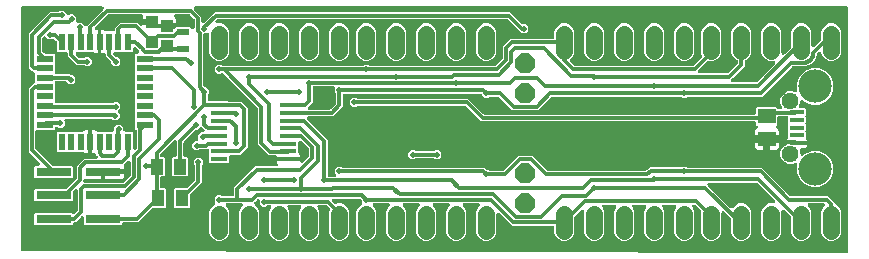
<source format=gbr>
G04 EAGLE Gerber RS-274X export*
G75*
%MOMM*%
%FSLAX34Y34*%
%LPD*%
%INBottom Copper*%
%IPPOS*%
%AMOC8*
5,1,8,0,0,1.08239X$1,22.5*%
G01*
%ADD10C,1.463037*%
%ADD11R,1.450000X0.450000*%
%ADD12R,0.600000X1.475000*%
%ADD13R,1.475000X0.600000*%
%ADD14P,1.814519X8X292.500000*%
%ADD15P,1.814519X8X112.500000*%
%ADD16R,1.100000X1.400000*%
%ADD17R,3.000000X0.750000*%
%ADD18R,1.200000X0.400000*%
%ADD19C,1.440000*%
%ADD20C,2.817363*%
%ADD21R,1.100000X0.600000*%
%ADD22R,1.500000X1.300000*%
%ADD23R,1.000000X1.100000*%
%ADD24C,0.502400*%
%ADD25C,0.304800*%

G36*
X1059291Y393170D02*
X1059291Y393170D01*
X1059318Y393168D01*
X1059464Y393190D01*
X1059610Y393206D01*
X1059636Y393216D01*
X1059663Y393220D01*
X1059800Y393274D01*
X1059938Y393323D01*
X1059961Y393338D01*
X1059987Y393348D01*
X1060107Y393432D01*
X1060231Y393512D01*
X1060250Y393532D01*
X1060273Y393547D01*
X1060371Y393656D01*
X1060474Y393762D01*
X1060488Y393786D01*
X1060506Y393806D01*
X1060577Y393935D01*
X1060653Y394061D01*
X1060661Y394087D01*
X1060675Y394111D01*
X1060715Y394253D01*
X1060760Y394392D01*
X1060762Y394420D01*
X1060770Y394447D01*
X1060789Y394690D01*
X1060789Y600236D01*
X1060786Y600262D01*
X1060788Y600288D01*
X1060766Y600435D01*
X1060749Y600582D01*
X1060741Y600607D01*
X1060737Y600633D01*
X1060682Y600771D01*
X1060632Y600910D01*
X1060618Y600932D01*
X1060608Y600957D01*
X1060523Y601078D01*
X1060443Y601203D01*
X1060424Y601221D01*
X1060409Y601243D01*
X1060299Y601342D01*
X1060192Y601445D01*
X1060170Y601459D01*
X1060150Y601476D01*
X1060020Y601548D01*
X1059893Y601624D01*
X1059868Y601632D01*
X1059845Y601645D01*
X1059702Y601685D01*
X1059561Y601730D01*
X1059535Y601732D01*
X1059510Y601740D01*
X1059266Y601759D01*
X508231Y601759D01*
X508131Y601748D01*
X508030Y601746D01*
X507958Y601728D01*
X507884Y601719D01*
X507790Y601686D01*
X507692Y601661D01*
X507626Y601627D01*
X507556Y601602D01*
X507472Y601547D01*
X507383Y601501D01*
X507326Y601453D01*
X507263Y601413D01*
X507194Y601341D01*
X507117Y601276D01*
X507073Y601216D01*
X507021Y601162D01*
X506970Y601076D01*
X506910Y600995D01*
X506881Y600927D01*
X506842Y600863D01*
X506812Y600767D01*
X506772Y600675D01*
X506759Y600602D01*
X506736Y600531D01*
X506728Y600431D01*
X506710Y600332D01*
X506714Y600258D01*
X506708Y600184D01*
X506723Y600084D01*
X506728Y599984D01*
X506749Y599913D01*
X506760Y599839D01*
X506797Y599746D01*
X506825Y599649D01*
X506861Y599584D01*
X506889Y599515D01*
X506946Y599433D01*
X506995Y599345D01*
X507060Y599269D01*
X507088Y599229D01*
X507114Y599205D01*
X507153Y599159D01*
X513109Y593204D01*
X513109Y589253D01*
X513120Y589153D01*
X513122Y589052D01*
X513140Y588980D01*
X513149Y588906D01*
X513182Y588812D01*
X513207Y588714D01*
X513241Y588648D01*
X513266Y588578D01*
X513321Y588494D01*
X513367Y588405D01*
X513415Y588348D01*
X513455Y588285D01*
X513527Y588216D01*
X513592Y588139D01*
X513652Y588095D01*
X513706Y588043D01*
X513792Y587992D01*
X513873Y587932D01*
X513941Y587903D01*
X514005Y587864D01*
X514101Y587834D01*
X514193Y587794D01*
X514266Y587781D01*
X514337Y587758D01*
X514437Y587750D01*
X514536Y587732D01*
X514610Y587736D01*
X514684Y587730D01*
X514784Y587745D01*
X514884Y587750D01*
X514955Y587771D01*
X515029Y587782D01*
X515122Y587819D01*
X515219Y587847D01*
X515284Y587883D01*
X515353Y587911D01*
X515435Y587968D01*
X515523Y588017D01*
X515599Y588082D01*
X515639Y588110D01*
X515663Y588136D01*
X515709Y588175D01*
X522351Y594817D01*
X524434Y596901D01*
X774776Y596901D01*
X784517Y587159D01*
X784616Y587080D01*
X784710Y586996D01*
X784753Y586972D01*
X784790Y586942D01*
X784905Y586888D01*
X785015Y586827D01*
X785062Y586814D01*
X785106Y586793D01*
X785229Y586767D01*
X785351Y586732D01*
X785412Y586727D01*
X785446Y586720D01*
X785494Y586721D01*
X785595Y586713D01*
X787697Y586713D01*
X789913Y584497D01*
X789913Y581363D01*
X787697Y579147D01*
X784563Y579147D01*
X782102Y581608D01*
X782060Y581684D01*
X782020Y581731D01*
X782001Y581761D01*
X781966Y581794D01*
X781901Y581871D01*
X772907Y590865D01*
X772808Y590944D01*
X772714Y591028D01*
X772671Y591052D01*
X772634Y591082D01*
X772519Y591136D01*
X772409Y591197D01*
X772362Y591210D01*
X772318Y591231D01*
X772195Y591257D01*
X772073Y591292D01*
X772012Y591297D01*
X771978Y591304D01*
X771930Y591303D01*
X771829Y591311D01*
X527381Y591311D01*
X527255Y591297D01*
X527129Y591290D01*
X527082Y591277D01*
X527034Y591271D01*
X526915Y591229D01*
X526794Y591194D01*
X526752Y591170D01*
X526706Y591154D01*
X526600Y591085D01*
X526490Y591024D01*
X526443Y590984D01*
X526413Y590965D01*
X526380Y590930D01*
X526303Y590865D01*
X525440Y590001D01*
X525377Y589923D01*
X525308Y589851D01*
X525269Y589787D01*
X525223Y589728D01*
X525180Y589638D01*
X525129Y589551D01*
X525106Y589481D01*
X525074Y589413D01*
X525053Y589315D01*
X525023Y589220D01*
X525017Y589145D01*
X525001Y589073D01*
X525003Y588972D01*
X524995Y588872D01*
X525006Y588799D01*
X525007Y588724D01*
X525031Y588627D01*
X525046Y588528D01*
X525074Y588458D01*
X525092Y588386D01*
X525138Y588297D01*
X525175Y588204D01*
X525217Y588143D01*
X525251Y588076D01*
X525317Y588000D01*
X525374Y587917D01*
X525429Y587868D01*
X525477Y587811D01*
X525558Y587751D01*
X525633Y587684D01*
X525698Y587648D01*
X525758Y587604D01*
X525850Y587564D01*
X525938Y587516D01*
X526009Y587495D01*
X526078Y587466D01*
X526176Y587448D01*
X526273Y587421D01*
X526373Y587413D01*
X526421Y587404D01*
X526456Y587406D01*
X526517Y587401D01*
X530028Y587401D01*
X533184Y586094D01*
X535599Y583679D01*
X536906Y580523D01*
X536906Y562477D01*
X535599Y559321D01*
X533184Y556906D01*
X530028Y555599D01*
X526612Y555599D01*
X523456Y556906D01*
X521041Y559321D01*
X519734Y562477D01*
X519734Y578017D01*
X519723Y578117D01*
X519721Y578217D01*
X519703Y578289D01*
X519694Y578363D01*
X519660Y578458D01*
X519636Y578555D01*
X519602Y578621D01*
X519577Y578691D01*
X519522Y578776D01*
X519476Y578865D01*
X519428Y578922D01*
X519388Y578984D01*
X519315Y579054D01*
X519250Y579130D01*
X519191Y579175D01*
X519137Y579226D01*
X519051Y579278D01*
X518970Y579338D01*
X518902Y579367D01*
X518838Y579405D01*
X518742Y579436D01*
X518650Y579476D01*
X518577Y579489D01*
X518506Y579511D01*
X518406Y579519D01*
X518307Y579537D01*
X518233Y579533D01*
X518159Y579539D01*
X518059Y579524D01*
X517959Y579519D01*
X517888Y579499D01*
X517814Y579488D01*
X517721Y579451D01*
X517624Y579423D01*
X517559Y579386D01*
X517490Y579359D01*
X517408Y579302D01*
X517320Y579253D01*
X517243Y579187D01*
X517204Y579160D01*
X517192Y579147D01*
X516018Y579147D01*
X515992Y579144D01*
X515966Y579146D01*
X515819Y579124D01*
X515672Y579107D01*
X515647Y579099D01*
X515621Y579095D01*
X515483Y579040D01*
X515344Y578990D01*
X515322Y578976D01*
X515297Y578966D01*
X515176Y578881D01*
X515051Y578801D01*
X515033Y578782D01*
X515011Y578767D01*
X514912Y578657D01*
X514809Y578550D01*
X514795Y578528D01*
X514778Y578508D01*
X514706Y578378D01*
X514630Y578251D01*
X514622Y578226D01*
X514609Y578203D01*
X514569Y578060D01*
X514524Y577919D01*
X514522Y577893D01*
X514514Y577868D01*
X514495Y577624D01*
X514495Y535189D01*
X514509Y535063D01*
X514516Y534937D01*
X514529Y534890D01*
X514535Y534842D01*
X514577Y534723D01*
X514612Y534602D01*
X514636Y534560D01*
X514652Y534514D01*
X514721Y534408D01*
X514782Y534298D01*
X514822Y534251D01*
X514841Y534221D01*
X514876Y534188D01*
X514941Y534111D01*
X515233Y533819D01*
X515332Y533740D01*
X515426Y533656D01*
X515469Y533632D01*
X515506Y533602D01*
X515621Y533548D01*
X515731Y533487D01*
X515778Y533474D01*
X515822Y533453D01*
X515945Y533427D01*
X516067Y533392D01*
X516128Y533387D01*
X516162Y533380D01*
X516210Y533381D01*
X516311Y533373D01*
X517077Y533373D01*
X519293Y531157D01*
X519293Y528023D01*
X518751Y527481D01*
X518672Y527382D01*
X518588Y527288D01*
X518564Y527246D01*
X518534Y527208D01*
X518480Y527094D01*
X518419Y526983D01*
X518406Y526937D01*
X518385Y526893D01*
X518359Y526770D01*
X518324Y526648D01*
X518319Y526587D01*
X518312Y526552D01*
X518313Y526504D01*
X518305Y526404D01*
X518305Y523049D01*
X518316Y522949D01*
X518318Y522849D01*
X518336Y522777D01*
X518345Y522703D01*
X518379Y522608D01*
X518403Y522511D01*
X518437Y522445D01*
X518462Y522375D01*
X518517Y522290D01*
X518563Y522201D01*
X518611Y522144D01*
X518651Y522082D01*
X518724Y522012D01*
X518789Y521936D01*
X518848Y521892D01*
X518902Y521840D01*
X518988Y521788D01*
X519069Y521728D01*
X519137Y521699D01*
X519201Y521661D01*
X519297Y521630D01*
X519389Y521591D01*
X519462Y521577D01*
X519533Y521555D01*
X519633Y521547D01*
X519732Y521529D01*
X519806Y521533D01*
X519880Y521527D01*
X519980Y521542D01*
X520080Y521547D01*
X520152Y521568D01*
X520172Y521571D01*
X536056Y521571D01*
X536336Y521291D01*
X536435Y521212D01*
X536529Y521128D01*
X536571Y521104D01*
X536609Y521074D01*
X536723Y521020D01*
X536834Y520959D01*
X536881Y520946D01*
X536924Y520925D01*
X537048Y520899D01*
X537170Y520864D01*
X537230Y520859D01*
X537265Y520852D01*
X537313Y520853D01*
X537413Y520845D01*
X547368Y520845D01*
X552197Y516016D01*
X552197Y482705D01*
X545747Y476255D01*
X538324Y476255D01*
X538298Y476252D01*
X538272Y476254D01*
X538125Y476232D01*
X537978Y476215D01*
X537953Y476207D01*
X537927Y476203D01*
X537789Y476148D01*
X537650Y476098D01*
X537628Y476084D01*
X537603Y476074D01*
X537482Y475989D01*
X537357Y475909D01*
X537339Y475890D01*
X537317Y475875D01*
X537218Y475765D01*
X537115Y475658D01*
X537101Y475636D01*
X537084Y475616D01*
X537012Y475486D01*
X536936Y475359D01*
X536928Y475334D01*
X536915Y475311D01*
X536875Y475168D01*
X536830Y475027D01*
X536828Y475001D01*
X536820Y474976D01*
X536801Y474732D01*
X536801Y469774D01*
X536056Y469029D01*
X520504Y469029D01*
X519759Y469774D01*
X519759Y479552D01*
X519756Y479578D01*
X519758Y479604D01*
X519736Y479750D01*
X519719Y479898D01*
X519711Y479923D01*
X519707Y479949D01*
X519652Y480087D01*
X519602Y480226D01*
X519588Y480248D01*
X519578Y480273D01*
X519494Y480394D01*
X519413Y480519D01*
X519394Y480537D01*
X519379Y480559D01*
X519269Y480658D01*
X519162Y480761D01*
X519140Y480775D01*
X519120Y480792D01*
X518990Y480864D01*
X518863Y480940D01*
X518838Y480948D01*
X518815Y480961D01*
X518672Y481001D01*
X518531Y481046D01*
X518505Y481048D01*
X518480Y481056D01*
X518236Y481075D01*
X512456Y481075D01*
X512330Y481061D01*
X512204Y481054D01*
X512158Y481041D01*
X512110Y481035D01*
X511991Y480993D01*
X511869Y480958D01*
X511827Y480934D01*
X511782Y480918D01*
X511675Y480849D01*
X511565Y480788D01*
X511519Y480748D01*
X511489Y480729D01*
X511455Y480694D01*
X511379Y480629D01*
X510837Y480087D01*
X507703Y480087D01*
X505487Y482303D01*
X505487Y485437D01*
X507703Y487653D01*
X509160Y487653D01*
X509260Y487664D01*
X509361Y487666D01*
X509433Y487684D01*
X509506Y487693D01*
X509601Y487727D01*
X509699Y487751D01*
X509765Y487785D01*
X509835Y487810D01*
X509919Y487865D01*
X510008Y487911D01*
X510065Y487959D01*
X510127Y487999D01*
X510197Y488071D01*
X510274Y488137D01*
X510318Y488196D01*
X510370Y488250D01*
X510421Y488336D01*
X510481Y488417D01*
X510510Y488485D01*
X510548Y488549D01*
X510579Y488645D01*
X510619Y488737D01*
X510632Y488810D01*
X510655Y488881D01*
X510663Y488981D01*
X510680Y489080D01*
X510677Y489154D01*
X510683Y489228D01*
X510668Y489328D01*
X510662Y489428D01*
X510642Y489499D01*
X510631Y489573D01*
X510594Y489666D01*
X510567Y489758D01*
X510567Y493057D01*
X512783Y495273D01*
X514367Y495273D01*
X514467Y495284D01*
X514568Y495286D01*
X514640Y495304D01*
X514714Y495313D01*
X514808Y495346D01*
X514906Y495371D01*
X514972Y495405D01*
X515042Y495430D01*
X515126Y495485D01*
X515215Y495531D01*
X515272Y495579D01*
X515335Y495619D01*
X515404Y495691D01*
X515481Y495756D01*
X515525Y495816D01*
X515577Y495870D01*
X515628Y495956D01*
X515688Y496037D01*
X515717Y496105D01*
X515756Y496169D01*
X515786Y496265D01*
X515826Y496357D01*
X515839Y496430D01*
X515862Y496501D01*
X515870Y496601D01*
X515888Y496700D01*
X515884Y496774D01*
X515890Y496848D01*
X515875Y496948D01*
X515870Y497048D01*
X515849Y497119D01*
X515838Y497193D01*
X515801Y497286D01*
X515773Y497383D01*
X515737Y497448D01*
X515709Y497517D01*
X515652Y497599D01*
X515603Y497687D01*
X515538Y497763D01*
X515510Y497803D01*
X515484Y497827D01*
X515445Y497873D01*
X513970Y499347D01*
X513950Y499364D01*
X513933Y499384D01*
X513813Y499472D01*
X513697Y499564D01*
X513674Y499575D01*
X513652Y499591D01*
X513516Y499650D01*
X513382Y499713D01*
X513357Y499718D01*
X513332Y499729D01*
X513186Y499755D01*
X513041Y499786D01*
X513015Y499786D01*
X512989Y499790D01*
X512841Y499783D01*
X512693Y499780D01*
X512668Y499774D01*
X512641Y499773D01*
X512499Y499732D01*
X512355Y499695D01*
X512332Y499683D01*
X512307Y499676D01*
X512177Y499604D01*
X512045Y499536D01*
X512025Y499519D01*
X512002Y499506D01*
X511816Y499347D01*
X509951Y497483D01*
X509185Y497483D01*
X509060Y497468D01*
X508933Y497462D01*
X508887Y497448D01*
X508839Y497443D01*
X508720Y497400D01*
X508598Y497365D01*
X508556Y497342D01*
X508511Y497325D01*
X508405Y497257D01*
X508294Y497195D01*
X508248Y497156D01*
X508218Y497136D01*
X508184Y497102D01*
X508108Y497037D01*
X498381Y487309D01*
X498302Y487210D01*
X498218Y487117D01*
X498194Y487074D01*
X498164Y487036D01*
X498110Y486922D01*
X498049Y486811D01*
X498036Y486765D01*
X498015Y486721D01*
X497989Y486598D01*
X497954Y486476D01*
X497949Y486415D01*
X497942Y486381D01*
X497943Y486333D01*
X497935Y486232D01*
X497935Y475884D01*
X497938Y475858D01*
X497936Y475832D01*
X497958Y475685D01*
X497975Y475538D01*
X497983Y475513D01*
X497987Y475487D01*
X498042Y475349D01*
X498092Y475210D01*
X498106Y475188D01*
X498116Y475163D01*
X498201Y475042D01*
X498281Y474917D01*
X498300Y474899D01*
X498315Y474877D01*
X498425Y474778D01*
X498532Y474675D01*
X498554Y474661D01*
X498574Y474644D01*
X498704Y474572D01*
X498831Y474496D01*
X498856Y474488D01*
X498879Y474475D01*
X499022Y474435D01*
X499163Y474390D01*
X499189Y474388D01*
X499214Y474380D01*
X499458Y474361D01*
X501166Y474361D01*
X501911Y473616D01*
X501911Y458564D01*
X501166Y457819D01*
X489114Y457819D01*
X488369Y458564D01*
X488369Y473616D01*
X489114Y474361D01*
X490822Y474361D01*
X490848Y474364D01*
X490874Y474362D01*
X491021Y474384D01*
X491168Y474401D01*
X491193Y474409D01*
X491219Y474413D01*
X491357Y474468D01*
X491496Y474518D01*
X491518Y474532D01*
X491543Y474542D01*
X491664Y474627D01*
X491789Y474707D01*
X491807Y474726D01*
X491829Y474741D01*
X491928Y474851D01*
X492031Y474958D01*
X492045Y474980D01*
X492062Y475000D01*
X492134Y475129D01*
X492210Y475257D01*
X492218Y475282D01*
X492231Y475305D01*
X492271Y475448D01*
X492316Y475589D01*
X492318Y475615D01*
X492326Y475640D01*
X492345Y475884D01*
X492345Y487255D01*
X492334Y487355D01*
X492332Y487456D01*
X492314Y487528D01*
X492305Y487602D01*
X492272Y487696D01*
X492247Y487794D01*
X492213Y487860D01*
X492188Y487930D01*
X492133Y488014D01*
X492087Y488103D01*
X492039Y488160D01*
X491999Y488223D01*
X491927Y488292D01*
X491862Y488369D01*
X491802Y488413D01*
X491748Y488465D01*
X491662Y488516D01*
X491581Y488576D01*
X491513Y488605D01*
X491449Y488644D01*
X491353Y488674D01*
X491261Y488714D01*
X491188Y488727D01*
X491117Y488750D01*
X491017Y488758D01*
X490918Y488776D01*
X490844Y488772D01*
X490770Y488778D01*
X490670Y488763D01*
X490570Y488758D01*
X490499Y488737D01*
X490425Y488726D01*
X490332Y488689D01*
X490235Y488661D01*
X490170Y488625D01*
X490101Y488597D01*
X490019Y488540D01*
X489931Y488491D01*
X489855Y488426D01*
X489815Y488398D01*
X489791Y488372D01*
X489745Y488333D01*
X478381Y476969D01*
X478302Y476870D01*
X478251Y476813D01*
X478249Y476810D01*
X478248Y476810D01*
X478218Y476776D01*
X478194Y476733D01*
X478164Y476696D01*
X478110Y476581D01*
X478092Y476548D01*
X478070Y476511D01*
X478068Y476504D01*
X478049Y476471D01*
X478036Y476424D01*
X478015Y476380D01*
X477989Y476260D01*
X477964Y476179D01*
X477962Y476163D01*
X477954Y476135D01*
X477949Y476074D01*
X477942Y476040D01*
X477943Y475992D01*
X477935Y475891D01*
X477935Y475884D01*
X477938Y475858D01*
X477936Y475832D01*
X477947Y475757D01*
X477948Y475691D01*
X477965Y475625D01*
X477975Y475538D01*
X477983Y475513D01*
X477987Y475487D01*
X478020Y475405D01*
X478033Y475353D01*
X478058Y475304D01*
X478092Y475210D01*
X478106Y475188D01*
X478116Y475163D01*
X478173Y475081D01*
X478193Y475043D01*
X478221Y475010D01*
X478281Y474917D01*
X478300Y474899D01*
X478315Y474877D01*
X478397Y474803D01*
X478418Y474778D01*
X478445Y474758D01*
X478532Y474675D01*
X478554Y474661D01*
X478574Y474644D01*
X478679Y474586D01*
X478699Y474571D01*
X478722Y474561D01*
X478831Y474496D01*
X478856Y474488D01*
X478879Y474475D01*
X479001Y474441D01*
X479019Y474433D01*
X479039Y474429D01*
X479163Y474390D01*
X479189Y474388D01*
X479214Y474380D01*
X479458Y474361D01*
X481166Y474361D01*
X481911Y473616D01*
X481911Y458564D01*
X481166Y457819D01*
X479458Y457819D01*
X479432Y457816D01*
X479406Y457818D01*
X479259Y457796D01*
X479112Y457779D01*
X479087Y457771D01*
X479061Y457767D01*
X478923Y457712D01*
X478784Y457662D01*
X478762Y457648D01*
X478737Y457638D01*
X478616Y457553D01*
X478491Y457473D01*
X478473Y457454D01*
X478451Y457439D01*
X478352Y457329D01*
X478249Y457222D01*
X478235Y457200D01*
X478218Y457180D01*
X478146Y457050D01*
X478070Y456923D01*
X478062Y456898D01*
X478049Y456875D01*
X478009Y456732D01*
X477964Y456591D01*
X477962Y456565D01*
X477954Y456540D01*
X477935Y456296D01*
X477935Y449214D01*
X477938Y449188D01*
X477936Y449162D01*
X477958Y449015D01*
X477975Y448868D01*
X477983Y448843D01*
X477987Y448817D01*
X478042Y448679D01*
X478092Y448540D01*
X478106Y448518D01*
X478116Y448493D01*
X478201Y448372D01*
X478281Y448247D01*
X478300Y448229D01*
X478315Y448207D01*
X478425Y448108D01*
X478532Y448005D01*
X478554Y447991D01*
X478574Y447974D01*
X478704Y447902D01*
X478831Y447826D01*
X478856Y447818D01*
X478879Y447805D01*
X479022Y447765D01*
X479163Y447720D01*
X479189Y447718D01*
X479214Y447710D01*
X479458Y447691D01*
X482436Y447691D01*
X483181Y446946D01*
X483181Y431894D01*
X482436Y431149D01*
X472723Y431149D01*
X472597Y431135D01*
X472471Y431128D01*
X472424Y431115D01*
X472376Y431109D01*
X472257Y431067D01*
X472136Y431032D01*
X472094Y431008D01*
X472048Y430992D01*
X471942Y430923D01*
X471832Y430862D01*
X471785Y430822D01*
X471755Y430803D01*
X471722Y430768D01*
X471645Y430703D01*
X460108Y419165D01*
X447734Y419165D01*
X447708Y419162D01*
X447682Y419164D01*
X447535Y419142D01*
X447388Y419125D01*
X447363Y419117D01*
X447337Y419113D01*
X447199Y419058D01*
X447060Y419008D01*
X447038Y418994D01*
X447013Y418984D01*
X446892Y418899D01*
X446767Y418819D01*
X446749Y418800D01*
X446727Y418785D01*
X446628Y418675D01*
X446525Y418568D01*
X446511Y418546D01*
X446494Y418526D01*
X446422Y418396D01*
X446346Y418269D01*
X446338Y418244D01*
X446325Y418221D01*
X446285Y418078D01*
X446240Y417937D01*
X446238Y417911D01*
X446230Y417886D01*
X446214Y417687D01*
X445466Y416939D01*
X414414Y416939D01*
X413669Y417684D01*
X413669Y422549D01*
X413658Y422649D01*
X413656Y422750D01*
X413638Y422822D01*
X413629Y422896D01*
X413596Y422990D01*
X413571Y423088D01*
X413537Y423154D01*
X413512Y423224D01*
X413457Y423308D01*
X413411Y423397D01*
X413363Y423454D01*
X413323Y423517D01*
X413251Y423586D01*
X413186Y423663D01*
X413126Y423707D01*
X413072Y423759D01*
X412986Y423810D01*
X412905Y423870D01*
X412837Y423899D01*
X412773Y423938D01*
X412677Y423968D01*
X412585Y424008D01*
X412512Y424021D01*
X412441Y424044D01*
X412341Y424052D01*
X412242Y424070D01*
X412168Y424066D01*
X412094Y424072D01*
X411994Y424057D01*
X411894Y424052D01*
X411823Y424031D01*
X411749Y424020D01*
X411656Y423983D01*
X411559Y423955D01*
X411494Y423919D01*
X411425Y423891D01*
X411343Y423834D01*
X411255Y423785D01*
X411179Y423720D01*
X411139Y423692D01*
X411115Y423666D01*
X411069Y423627D01*
X406608Y419165D01*
X405734Y419165D01*
X405708Y419162D01*
X405682Y419164D01*
X405535Y419142D01*
X405388Y419125D01*
X405363Y419117D01*
X405337Y419113D01*
X405199Y419058D01*
X405060Y419008D01*
X405038Y418994D01*
X405013Y418984D01*
X404892Y418899D01*
X404767Y418819D01*
X404749Y418800D01*
X404727Y418785D01*
X404628Y418675D01*
X404525Y418568D01*
X404511Y418546D01*
X404494Y418526D01*
X404422Y418396D01*
X404346Y418269D01*
X404338Y418244D01*
X404325Y418221D01*
X404285Y418078D01*
X404240Y417937D01*
X404238Y417911D01*
X404230Y417886D01*
X404214Y417687D01*
X403466Y416939D01*
X372414Y416939D01*
X371669Y417684D01*
X371669Y426236D01*
X372414Y426981D01*
X403466Y426981D01*
X403915Y426532D01*
X403936Y426515D01*
X403953Y426496D01*
X404072Y426408D01*
X404188Y426315D01*
X404212Y426304D01*
X404233Y426288D01*
X404369Y426230D01*
X404503Y426166D01*
X404529Y426161D01*
X404553Y426150D01*
X404699Y426124D01*
X404844Y426093D01*
X404870Y426093D01*
X404896Y426089D01*
X405045Y426096D01*
X405192Y426099D01*
X405218Y426105D01*
X405244Y426107D01*
X405387Y426148D01*
X405530Y426184D01*
X405554Y426196D01*
X405579Y426203D01*
X405708Y426275D01*
X405840Y426343D01*
X405860Y426361D01*
X405883Y426373D01*
X406069Y426532D01*
X408239Y428701D01*
X408310Y428790D01*
X408318Y428799D01*
X408321Y428804D01*
X408402Y428894D01*
X408426Y428937D01*
X408456Y428974D01*
X408510Y429089D01*
X408571Y429199D01*
X408584Y429246D01*
X408605Y429290D01*
X408631Y429413D01*
X408666Y429535D01*
X408671Y429596D01*
X408678Y429630D01*
X408677Y429678D01*
X408685Y429779D01*
X408685Y445505D01*
X408674Y445605D01*
X408672Y445706D01*
X408654Y445778D01*
X408645Y445852D01*
X408612Y445946D01*
X408587Y446044D01*
X408553Y446110D01*
X408528Y446180D01*
X408473Y446264D01*
X408427Y446353D01*
X408379Y446410D01*
X408339Y446473D01*
X408267Y446542D01*
X408202Y446619D01*
X408142Y446663D01*
X408088Y446715D01*
X408002Y446766D01*
X407921Y446826D01*
X407853Y446855D01*
X407789Y446894D01*
X407693Y446924D01*
X407601Y446964D01*
X407528Y446977D01*
X407457Y447000D01*
X407357Y447008D01*
X407258Y447026D01*
X407184Y447022D01*
X407110Y447028D01*
X407010Y447013D01*
X406910Y447008D01*
X406839Y446987D01*
X406765Y446976D01*
X406672Y446939D01*
X406575Y446911D01*
X406510Y446875D01*
X406441Y446847D01*
X406359Y446790D01*
X406271Y446741D01*
X406195Y446676D01*
X406155Y446648D01*
X406131Y446622D01*
X406085Y446583D01*
X404657Y445155D01*
X404578Y445055D01*
X404494Y444962D01*
X404470Y444919D01*
X404440Y444881D01*
X404386Y444767D01*
X404325Y444657D01*
X404312Y444610D01*
X404291Y444566D01*
X404265Y444443D01*
X404230Y444321D01*
X404225Y444261D01*
X404218Y444226D01*
X404219Y444177D01*
X404211Y444077D01*
X404211Y437684D01*
X403466Y436939D01*
X372414Y436939D01*
X371669Y437684D01*
X371669Y446236D01*
X372414Y446981D01*
X397947Y446981D01*
X398073Y446995D01*
X398199Y447002D01*
X398246Y447015D01*
X398294Y447021D01*
X398413Y447063D01*
X398534Y447098D01*
X398576Y447122D01*
X398622Y447138D01*
X398728Y447207D01*
X398838Y447268D01*
X398885Y447308D01*
X398915Y447327D01*
X398948Y447362D01*
X399025Y447427D01*
X406969Y455371D01*
X407048Y455470D01*
X407132Y455564D01*
X407156Y455607D01*
X407186Y455644D01*
X407240Y455759D01*
X407301Y455869D01*
X407314Y455916D01*
X407335Y455960D01*
X407361Y456083D01*
X407396Y456205D01*
X407401Y456266D01*
X407408Y456300D01*
X407407Y456348D01*
X407415Y456449D01*
X407415Y466448D01*
X413662Y472695D01*
X423915Y472695D01*
X424015Y472706D01*
X424116Y472708D01*
X424188Y472726D01*
X424262Y472735D01*
X424356Y472768D01*
X424454Y472793D01*
X424520Y472827D01*
X424590Y472852D01*
X424674Y472907D01*
X424763Y472953D01*
X424820Y473001D01*
X424883Y473041D01*
X424952Y473113D01*
X425029Y473178D01*
X425073Y473238D01*
X425125Y473292D01*
X425176Y473378D01*
X425236Y473459D01*
X425265Y473527D01*
X425304Y473591D01*
X425334Y473687D01*
X425374Y473779D01*
X425387Y473852D01*
X425410Y473923D01*
X425418Y474023D01*
X425436Y474122D01*
X425432Y474196D01*
X425438Y474270D01*
X425423Y474370D01*
X425418Y474470D01*
X425397Y474541D01*
X425386Y474615D01*
X425349Y474708D01*
X425321Y474805D01*
X425285Y474870D01*
X425257Y474939D01*
X425200Y475021D01*
X425151Y475109D01*
X425086Y475185D01*
X425058Y475225D01*
X425032Y475249D01*
X424993Y475295D01*
X424053Y476235D01*
X424049Y476255D01*
X424000Y476368D01*
X423958Y476485D01*
X423930Y476528D01*
X423910Y476575D01*
X423836Y476674D01*
X423769Y476778D01*
X423732Y476813D01*
X423702Y476854D01*
X423607Y476934D01*
X423518Y477020D01*
X423474Y477046D01*
X423435Y477079D01*
X423325Y477135D01*
X423219Y477199D01*
X423170Y477214D01*
X423125Y477237D01*
X423005Y477267D01*
X422887Y477305D01*
X422836Y477309D01*
X422787Y477321D01*
X422663Y477323D01*
X422540Y477333D01*
X422489Y477325D01*
X422438Y477326D01*
X422266Y477294D01*
X420433Y477294D01*
X420433Y487210D01*
X420433Y497126D01*
X422245Y497126D01*
X422891Y496953D01*
X423470Y496618D01*
X423786Y496302D01*
X423885Y496223D01*
X423979Y496139D01*
X424021Y496115D01*
X424059Y496085D01*
X424173Y496031D01*
X424284Y495970D01*
X424331Y495957D01*
X424374Y495936D01*
X424498Y495910D01*
X424620Y495875D01*
X424680Y495870D01*
X424715Y495863D01*
X424763Y495864D01*
X424863Y495856D01*
X437924Y495856D01*
X437950Y495859D01*
X437976Y495857D01*
X438123Y495879D01*
X438270Y495896D01*
X438295Y495904D01*
X438321Y495908D01*
X438459Y495963D01*
X438598Y496013D01*
X438620Y496027D01*
X438645Y496037D01*
X438766Y496122D01*
X438891Y496202D01*
X438909Y496221D01*
X438931Y496236D01*
X439030Y496346D01*
X439133Y496453D01*
X439147Y496475D01*
X439164Y496495D01*
X439236Y496625D01*
X439312Y496752D01*
X439320Y496777D01*
X439333Y496800D01*
X439373Y496943D01*
X439418Y497084D01*
X439420Y497110D01*
X439428Y497135D01*
X439447Y497379D01*
X439447Y499407D01*
X441663Y501623D01*
X444797Y501623D01*
X447013Y499407D01*
X447013Y497379D01*
X447016Y497353D01*
X447014Y497327D01*
X447036Y497180D01*
X447053Y497033D01*
X447061Y497008D01*
X447065Y496982D01*
X447120Y496844D01*
X447170Y496705D01*
X447184Y496683D01*
X447194Y496658D01*
X447279Y496537D01*
X447359Y496412D01*
X447378Y496394D01*
X447393Y496372D01*
X447503Y496273D01*
X447610Y496170D01*
X447632Y496156D01*
X447652Y496139D01*
X447782Y496067D01*
X447909Y495991D01*
X447934Y495983D01*
X447957Y495970D01*
X448100Y495930D01*
X448241Y495885D01*
X448267Y495883D01*
X448292Y495875D01*
X448536Y495856D01*
X454436Y495856D01*
X455181Y495111D01*
X455181Y481861D01*
X455192Y481761D01*
X455194Y481660D01*
X455212Y481588D01*
X455221Y481514D01*
X455254Y481420D01*
X455279Y481322D01*
X455313Y481256D01*
X455338Y481186D01*
X455393Y481102D01*
X455439Y481013D01*
X455487Y480956D01*
X455527Y480893D01*
X455599Y480823D01*
X455664Y480747D01*
X455724Y480703D01*
X455778Y480651D01*
X455864Y480600D01*
X455945Y480540D01*
X456013Y480510D01*
X456077Y480472D01*
X456172Y480442D01*
X456265Y480402D01*
X456338Y480389D01*
X456409Y480366D01*
X456509Y480358D01*
X456608Y480340D01*
X456682Y480344D01*
X456756Y480338D01*
X456855Y480353D01*
X456956Y480358D01*
X457027Y480379D01*
X457101Y480390D01*
X457194Y480427D01*
X457291Y480455D01*
X457356Y480491D01*
X457425Y480519D01*
X457507Y480576D01*
X457595Y480625D01*
X457671Y480690D01*
X457711Y480718D01*
X457735Y480744D01*
X457781Y480783D01*
X458239Y481242D01*
X458318Y481341D01*
X458402Y481434D01*
X458426Y481477D01*
X458456Y481515D01*
X458510Y481629D01*
X458571Y481739D01*
X458584Y481786D01*
X458605Y481830D01*
X458631Y481953D01*
X458666Y482075D01*
X458671Y482135D01*
X458678Y482170D01*
X458677Y482219D01*
X458685Y482319D01*
X458685Y495796D01*
X458682Y495822D01*
X458684Y495848D01*
X458662Y495995D01*
X458645Y496142D01*
X458637Y496167D01*
X458633Y496193D01*
X458578Y496331D01*
X458528Y496470D01*
X458514Y496492D01*
X458504Y496517D01*
X458419Y496638D01*
X458339Y496763D01*
X458320Y496781D01*
X458305Y496803D01*
X458195Y496902D01*
X458088Y497005D01*
X458066Y497019D01*
X458046Y497036D01*
X457916Y497108D01*
X457789Y497184D01*
X457764Y497192D01*
X457741Y497205D01*
X457598Y497245D01*
X457457Y497290D01*
X457431Y497292D01*
X457409Y497299D01*
X456644Y498064D01*
X456644Y561116D01*
X457389Y561861D01*
X459118Y561861D01*
X459218Y561872D01*
X459319Y561874D01*
X459391Y561892D01*
X459464Y561901D01*
X459559Y561935D01*
X459657Y561959D01*
X459723Y561993D01*
X459792Y562018D01*
X459877Y562073D01*
X459966Y562119D01*
X460023Y562167D01*
X460085Y562207D01*
X460155Y562280D01*
X460232Y562345D01*
X460276Y562404D01*
X460327Y562458D01*
X460379Y562544D01*
X460439Y562625D01*
X460468Y562693D01*
X460506Y562757D01*
X460537Y562853D01*
X460577Y562945D01*
X460590Y563018D01*
X460613Y563089D01*
X460621Y563189D01*
X460638Y563288D01*
X460635Y563362D01*
X460641Y563436D01*
X460626Y563536D01*
X460620Y563636D01*
X460600Y563707D01*
X460589Y563781D01*
X460552Y563874D01*
X460524Y563971D01*
X460490Y564032D01*
X460464Y564122D01*
X460440Y564164D01*
X460424Y564210D01*
X460355Y564316D01*
X460294Y564426D01*
X460254Y564472D01*
X460235Y564503D01*
X460200Y564536D01*
X460135Y564613D01*
X457781Y566967D01*
X457703Y567029D01*
X457630Y567099D01*
X457566Y567137D01*
X457508Y567183D01*
X457417Y567226D01*
X457331Y567278D01*
X457260Y567300D01*
X457193Y567332D01*
X457095Y567353D01*
X456999Y567384D01*
X456925Y567390D01*
X456852Y567405D01*
X456752Y567404D01*
X456652Y567412D01*
X456578Y567401D01*
X456504Y567400D01*
X456407Y567375D01*
X456307Y567360D01*
X456238Y567333D01*
X456166Y567315D01*
X456077Y567269D01*
X455983Y567231D01*
X455922Y567189D01*
X455856Y567155D01*
X455780Y567090D01*
X455697Y567032D01*
X455647Y566977D01*
X455591Y566929D01*
X455531Y566848D01*
X455464Y566774D01*
X455428Y566709D01*
X455383Y566649D01*
X455344Y566557D01*
X455295Y566469D01*
X455275Y566397D01*
X455245Y566329D01*
X455228Y566230D01*
X455200Y566133D01*
X455192Y566033D01*
X455184Y565986D01*
X455186Y565950D01*
X455181Y565889D01*
X455181Y564069D01*
X454436Y563324D01*
X439986Y563324D01*
X439886Y563313D01*
X439785Y563311D01*
X439713Y563293D01*
X439639Y563284D01*
X439545Y563251D01*
X439447Y563226D01*
X439381Y563192D01*
X439311Y563167D01*
X439227Y563112D01*
X439138Y563066D01*
X439081Y563018D01*
X439018Y562978D01*
X438949Y562906D01*
X438872Y562841D01*
X438828Y562781D01*
X438776Y562727D01*
X438725Y562641D01*
X438665Y562560D01*
X438636Y562492D01*
X438597Y562428D01*
X438567Y562332D01*
X438527Y562240D01*
X438514Y562167D01*
X438491Y562096D01*
X438483Y561996D01*
X438465Y561897D01*
X438469Y561823D01*
X438463Y561749D01*
X438478Y561649D01*
X438483Y561549D01*
X438504Y561478D01*
X438515Y561404D01*
X438552Y561311D01*
X438580Y561214D01*
X438616Y561149D01*
X438644Y561080D01*
X438701Y560998D01*
X438750Y560910D01*
X438815Y560834D01*
X438843Y560794D01*
X438869Y560770D01*
X438908Y560724D01*
X440413Y559219D01*
X440513Y559140D01*
X440606Y559056D01*
X440649Y559032D01*
X440686Y559002D01*
X440801Y558948D01*
X440911Y558887D01*
X440958Y558874D01*
X441002Y558853D01*
X441125Y558827D01*
X441247Y558792D01*
X441307Y558787D01*
X441342Y558780D01*
X441391Y558781D01*
X441491Y558773D01*
X442257Y558773D01*
X444473Y556557D01*
X444473Y553423D01*
X442257Y551207D01*
X439123Y551207D01*
X436907Y553423D01*
X436907Y554189D01*
X436893Y554315D01*
X436886Y554441D01*
X436873Y554488D01*
X436867Y554536D01*
X436825Y554655D01*
X436790Y554776D01*
X436766Y554818D01*
X436750Y554864D01*
X436681Y554970D01*
X436620Y555080D01*
X436580Y555127D01*
X436561Y555157D01*
X436526Y555190D01*
X436461Y555267D01*
X432115Y559612D01*
X432115Y560570D01*
X432109Y560621D01*
X432112Y560672D01*
X432090Y560794D01*
X432075Y560917D01*
X432058Y560965D01*
X432049Y561015D01*
X432000Y561128D01*
X431958Y561245D01*
X431930Y561288D01*
X431910Y561334D01*
X431836Y561434D01*
X431769Y561538D01*
X431732Y561573D01*
X431702Y561614D01*
X431607Y561694D01*
X431518Y561780D01*
X431474Y561806D01*
X431436Y561839D01*
X431325Y561895D01*
X431219Y561959D01*
X431171Y561974D01*
X431125Y561997D01*
X431005Y562027D01*
X430887Y562065D01*
X430836Y562069D01*
X430787Y562081D01*
X430663Y562083D01*
X430540Y562093D01*
X430489Y562085D01*
X430438Y562086D01*
X430266Y562054D01*
X428433Y562054D01*
X428433Y571970D01*
X428433Y581886D01*
X430245Y581886D01*
X430891Y581713D01*
X431470Y581378D01*
X431786Y581062D01*
X431885Y580983D01*
X431979Y580899D01*
X432021Y580875D01*
X432059Y580845D01*
X432173Y580791D01*
X432284Y580730D01*
X432331Y580717D01*
X432374Y580696D01*
X432498Y580670D01*
X432620Y580635D01*
X432680Y580630D01*
X432715Y580623D01*
X432763Y580624D01*
X432863Y580616D01*
X438592Y580616D01*
X438618Y580619D01*
X438644Y580617D01*
X438791Y580639D01*
X438938Y580656D01*
X438963Y580664D01*
X438989Y580668D01*
X439127Y580723D01*
X439266Y580773D01*
X439288Y580787D01*
X439313Y580797D01*
X439434Y580882D01*
X439559Y580962D01*
X439577Y580981D01*
X439599Y580996D01*
X439698Y581106D01*
X439801Y581213D01*
X439815Y581235D01*
X439832Y581255D01*
X439904Y581385D01*
X439980Y581512D01*
X439988Y581537D01*
X440001Y581560D01*
X440041Y581703D01*
X440086Y581844D01*
X440088Y581870D01*
X440096Y581895D01*
X440115Y582139D01*
X440115Y583768D01*
X442139Y585791D01*
X442139Y585792D01*
X444222Y587875D01*
X459138Y587875D01*
X461029Y585983D01*
X461107Y585921D01*
X461180Y585851D01*
X461244Y585813D01*
X461302Y585767D01*
X461393Y585724D01*
X461479Y585672D01*
X461550Y585650D01*
X461617Y585618D01*
X461715Y585597D01*
X461811Y585566D01*
X461885Y585560D01*
X461958Y585545D01*
X462058Y585546D01*
X462158Y585538D01*
X462232Y585549D01*
X462306Y585550D01*
X462403Y585575D01*
X462503Y585590D01*
X462572Y585617D01*
X462644Y585635D01*
X462733Y585681D01*
X462827Y585719D01*
X462888Y585761D01*
X462954Y585795D01*
X463030Y585860D01*
X463113Y585918D01*
X463163Y585973D01*
X463219Y586021D01*
X463279Y586102D01*
X463346Y586176D01*
X463382Y586241D01*
X463427Y586301D01*
X463465Y586391D01*
X470194Y586391D01*
X470220Y586394D01*
X470246Y586392D01*
X470393Y586414D01*
X470540Y586431D01*
X470565Y586439D01*
X470591Y586443D01*
X470728Y586498D01*
X470868Y586548D01*
X470890Y586562D01*
X470915Y586572D01*
X471036Y586657D01*
X471161Y586737D01*
X471179Y586756D01*
X471201Y586771D01*
X471300Y586881D01*
X471403Y586988D01*
X471417Y587010D01*
X471434Y587030D01*
X471506Y587160D01*
X471582Y587287D01*
X471590Y587312D01*
X471603Y587335D01*
X471643Y587478D01*
X471688Y587619D01*
X471690Y587645D01*
X471697Y587670D01*
X471717Y587914D01*
X471717Y589866D01*
X471714Y589892D01*
X471716Y589918D01*
X471694Y590065D01*
X471677Y590212D01*
X471668Y590237D01*
X471664Y590263D01*
X471610Y590401D01*
X471560Y590540D01*
X471545Y590562D01*
X471536Y590587D01*
X471451Y590708D01*
X471371Y590833D01*
X471352Y590851D01*
X471337Y590873D01*
X471227Y590972D01*
X471120Y591075D01*
X471097Y591089D01*
X471078Y591106D01*
X470948Y591178D01*
X470821Y591254D01*
X470796Y591262D01*
X470773Y591275D01*
X470630Y591315D01*
X470489Y591360D01*
X470463Y591362D01*
X470438Y591370D01*
X470194Y591389D01*
X463629Y591389D01*
X463629Y593852D01*
X463626Y593878D01*
X463628Y593904D01*
X463606Y594051D01*
X463589Y594198D01*
X463581Y594223D01*
X463577Y594249D01*
X463522Y594387D01*
X463472Y594526D01*
X463458Y594548D01*
X463448Y594573D01*
X463363Y594694D01*
X463283Y594819D01*
X463264Y594837D01*
X463249Y594859D01*
X463139Y594958D01*
X463032Y595061D01*
X463010Y595075D01*
X462990Y595092D01*
X462860Y595164D01*
X462733Y595240D01*
X462708Y595248D01*
X462685Y595261D01*
X462542Y595301D01*
X462401Y595346D01*
X462375Y595348D01*
X462350Y595356D01*
X462106Y595375D01*
X434859Y595375D01*
X434733Y595361D01*
X434607Y595354D01*
X434560Y595341D01*
X434512Y595335D01*
X434393Y595293D01*
X434272Y595258D01*
X434230Y595234D01*
X434184Y595218D01*
X434078Y595149D01*
X433968Y595088D01*
X433921Y595048D01*
X433891Y595029D01*
X433858Y594994D01*
X433781Y594929D01*
X423338Y584486D01*
X423276Y584408D01*
X423206Y584335D01*
X423168Y584271D01*
X423122Y584213D01*
X423079Y584122D01*
X423027Y584036D01*
X423005Y583965D01*
X422973Y583898D01*
X422952Y583800D01*
X422921Y583704D01*
X422915Y583630D01*
X422900Y583557D01*
X422901Y583457D01*
X422893Y583357D01*
X422904Y583283D01*
X422905Y583209D01*
X422930Y583112D01*
X422945Y583012D01*
X422972Y582943D01*
X422990Y582871D01*
X423037Y582781D01*
X423074Y582688D01*
X423116Y582627D01*
X423150Y582561D01*
X423215Y582484D01*
X423273Y582402D01*
X423328Y582352D01*
X423376Y582296D01*
X423457Y582236D01*
X423531Y582169D01*
X423596Y582133D01*
X423656Y582088D01*
X423748Y582049D01*
X423836Y582000D01*
X423908Y581980D01*
X423976Y581950D01*
X424075Y581933D01*
X424172Y581905D01*
X424272Y581897D01*
X424319Y581889D01*
X424355Y581891D01*
X424416Y581886D01*
X425387Y581886D01*
X425387Y571970D01*
X425387Y562054D01*
X423575Y562054D01*
X422929Y562227D01*
X422350Y562562D01*
X422034Y562878D01*
X421935Y562957D01*
X421841Y563041D01*
X421799Y563065D01*
X421761Y563095D01*
X421647Y563149D01*
X421536Y563210D01*
X421489Y563223D01*
X421446Y563244D01*
X421322Y563270D01*
X421200Y563305D01*
X421140Y563310D01*
X421105Y563317D01*
X421057Y563316D01*
X420957Y563324D01*
X408236Y563324D01*
X408136Y563313D01*
X408035Y563311D01*
X407963Y563293D01*
X407889Y563284D01*
X407795Y563251D01*
X407697Y563226D01*
X407631Y563192D01*
X407561Y563167D01*
X407477Y563112D01*
X407388Y563066D01*
X407331Y563018D01*
X407268Y562978D01*
X407198Y562906D01*
X407122Y562841D01*
X407078Y562781D01*
X407026Y562727D01*
X406975Y562641D01*
X406915Y562560D01*
X406886Y562492D01*
X406847Y562428D01*
X406817Y562332D01*
X406777Y562240D01*
X406764Y562167D01*
X406741Y562096D01*
X406733Y561996D01*
X406715Y561897D01*
X406719Y561823D01*
X406713Y561749D01*
X406728Y561649D01*
X406733Y561549D01*
X406754Y561478D01*
X406765Y561404D01*
X406802Y561311D01*
X406830Y561214D01*
X406866Y561149D01*
X406894Y561080D01*
X406951Y560998D01*
X407000Y560910D01*
X407065Y560834D01*
X407093Y560794D01*
X407119Y560770D01*
X407158Y560724D01*
X409651Y558231D01*
X409750Y558152D01*
X409844Y558068D01*
X409887Y558044D01*
X409924Y558014D01*
X410039Y557960D01*
X410149Y557899D01*
X410196Y557886D01*
X410240Y557865D01*
X410363Y557839D01*
X410485Y557804D01*
X410546Y557799D01*
X410580Y557792D01*
X410628Y557793D01*
X410729Y557785D01*
X413374Y557785D01*
X413500Y557799D01*
X413626Y557806D01*
X413672Y557819D01*
X413720Y557825D01*
X413840Y557867D01*
X413961Y557902D01*
X414003Y557926D01*
X414049Y557942D01*
X414155Y558011D01*
X414265Y558072D01*
X414311Y558112D01*
X414341Y558131D01*
X414375Y558166D01*
X414451Y558231D01*
X414993Y558773D01*
X418127Y558773D01*
X420343Y556557D01*
X420343Y553423D01*
X418127Y551207D01*
X414993Y551207D01*
X414451Y551749D01*
X414352Y551828D01*
X414258Y551912D01*
X414216Y551936D01*
X414178Y551966D01*
X414064Y552020D01*
X413953Y552081D01*
X413907Y552094D01*
X413863Y552115D01*
X413740Y552141D01*
X413618Y552176D01*
X413557Y552181D01*
X413523Y552188D01*
X413474Y552187D01*
X413374Y552195D01*
X407782Y552195D01*
X400115Y559862D01*
X400115Y561801D01*
X400112Y561827D01*
X400114Y561853D01*
X400092Y562000D01*
X400075Y562147D01*
X400067Y562172D01*
X400063Y562198D01*
X400008Y562336D01*
X399958Y562475D01*
X399944Y562497D01*
X399934Y562522D01*
X399849Y562643D01*
X399769Y562768D01*
X399750Y562786D01*
X399735Y562808D01*
X399625Y562907D01*
X399518Y563010D01*
X399496Y563024D01*
X399476Y563041D01*
X399346Y563113D01*
X399219Y563189D01*
X399194Y563197D01*
X399171Y563210D01*
X399028Y563250D01*
X398887Y563295D01*
X398861Y563297D01*
X398836Y563305D01*
X398592Y563324D01*
X391384Y563324D01*
X390639Y564069D01*
X390639Y571657D01*
X390625Y571783D01*
X390618Y571909D01*
X390605Y571956D01*
X390599Y572004D01*
X390557Y572123D01*
X390522Y572244D01*
X390498Y572286D01*
X390482Y572332D01*
X390413Y572438D01*
X390352Y572548D01*
X390312Y572595D01*
X390293Y572625D01*
X390258Y572658D01*
X390193Y572735D01*
X388696Y574232D01*
X388675Y574248D01*
X388658Y574268D01*
X388539Y574356D01*
X388423Y574449D01*
X388399Y574460D01*
X388378Y574475D01*
X388241Y574534D01*
X388108Y574597D01*
X388082Y574603D01*
X388058Y574613D01*
X387912Y574640D01*
X387767Y574671D01*
X387741Y574670D01*
X387715Y574675D01*
X387567Y574667D01*
X387418Y574665D01*
X387393Y574658D01*
X387367Y574657D01*
X387225Y574616D01*
X387080Y574580D01*
X387057Y574568D01*
X387032Y574561D01*
X386902Y574488D01*
X386771Y574420D01*
X386751Y574403D01*
X386728Y574390D01*
X386541Y574232D01*
X386377Y574067D01*
X383243Y574067D01*
X381378Y575932D01*
X381358Y575948D01*
X381341Y575968D01*
X381221Y576057D01*
X381105Y576149D01*
X381082Y576160D01*
X381061Y576175D01*
X380924Y576234D01*
X380790Y576297D01*
X380765Y576303D01*
X380741Y576313D01*
X380595Y576340D01*
X380450Y576371D01*
X380424Y576370D01*
X380398Y576375D01*
X380249Y576367D01*
X380101Y576365D01*
X380076Y576358D01*
X380050Y576357D01*
X379907Y576316D01*
X379763Y576280D01*
X379740Y576268D01*
X379715Y576261D01*
X379585Y576188D01*
X379453Y576120D01*
X379434Y576103D01*
X379411Y576090D01*
X379224Y575932D01*
X378691Y575399D01*
X378612Y575300D01*
X378528Y575206D01*
X378504Y575163D01*
X378474Y575126D01*
X378420Y575011D01*
X378359Y574901D01*
X378346Y574854D01*
X378325Y574810D01*
X378299Y574687D01*
X378264Y574565D01*
X378259Y574504D01*
X378252Y574470D01*
X378253Y574422D01*
X378245Y574321D01*
X378245Y564459D01*
X378259Y564333D01*
X378266Y564207D01*
X378279Y564160D01*
X378285Y564112D01*
X378327Y563993D01*
X378362Y563872D01*
X378386Y563830D01*
X378402Y563784D01*
X378471Y563678D01*
X378532Y563568D01*
X378572Y563521D01*
X378591Y563491D01*
X378626Y563458D01*
X378691Y563381D01*
X379765Y562307D01*
X379865Y562228D01*
X379958Y562144D01*
X380001Y562120D01*
X380038Y562090D01*
X380153Y562036D01*
X380263Y561975D01*
X380310Y561962D01*
X380354Y561941D01*
X380477Y561915D01*
X380599Y561880D01*
X380659Y561875D01*
X380694Y561868D01*
X380742Y561869D01*
X380843Y561861D01*
X388431Y561861D01*
X389176Y561116D01*
X389176Y545908D01*
X389179Y545882D01*
X389177Y545856D01*
X389199Y545709D01*
X389216Y545562D01*
X389224Y545537D01*
X389228Y545511D01*
X389283Y545373D01*
X389333Y545234D01*
X389347Y545212D01*
X389357Y545187D01*
X389442Y545066D01*
X389522Y544941D01*
X389541Y544923D01*
X389556Y544901D01*
X389666Y544802D01*
X389773Y544699D01*
X389795Y544685D01*
X389815Y544668D01*
X389945Y544596D01*
X390072Y544520D01*
X390097Y544512D01*
X390120Y544499D01*
X390263Y544459D01*
X390404Y544414D01*
X390430Y544412D01*
X390455Y544404D01*
X390699Y544385D01*
X401908Y544385D01*
X402313Y543979D01*
X402412Y543900D01*
X402506Y543816D01*
X402549Y543792D01*
X402586Y543762D01*
X402701Y543708D01*
X402811Y543647D01*
X402858Y543634D01*
X402902Y543613D01*
X403025Y543587D01*
X403147Y543552D01*
X403208Y543547D01*
X403242Y543540D01*
X403290Y543541D01*
X403391Y543533D01*
X404157Y543533D01*
X406373Y541317D01*
X406373Y538183D01*
X404157Y535967D01*
X401023Y535967D01*
X398641Y538349D01*
X398542Y538428D01*
X398448Y538512D01*
X398406Y538536D01*
X398368Y538566D01*
X398254Y538620D01*
X398143Y538681D01*
X398097Y538694D01*
X398053Y538715D01*
X397930Y538741D01*
X397808Y538776D01*
X397747Y538781D01*
X397712Y538788D01*
X397664Y538787D01*
X397564Y538795D01*
X390699Y538795D01*
X390673Y538792D01*
X390647Y538794D01*
X390500Y538772D01*
X390353Y538755D01*
X390328Y538747D01*
X390302Y538743D01*
X390164Y538688D01*
X390025Y538638D01*
X390003Y538624D01*
X389978Y538614D01*
X389857Y538529D01*
X389732Y538449D01*
X389714Y538430D01*
X389692Y538415D01*
X389593Y538305D01*
X389490Y538198D01*
X389476Y538176D01*
X389459Y538156D01*
X389387Y538026D01*
X389311Y537899D01*
X389303Y537874D01*
X389290Y537851D01*
X389250Y537708D01*
X389205Y537567D01*
X389203Y537541D01*
X389195Y537516D01*
X389176Y537272D01*
X389176Y521208D01*
X389179Y521182D01*
X389177Y521156D01*
X389199Y521009D01*
X389216Y520862D01*
X389224Y520837D01*
X389228Y520811D01*
X389283Y520673D01*
X389333Y520534D01*
X389347Y520512D01*
X389357Y520487D01*
X389442Y520366D01*
X389522Y520241D01*
X389541Y520223D01*
X389556Y520201D01*
X389666Y520102D01*
X389773Y519999D01*
X389795Y519985D01*
X389815Y519968D01*
X389945Y519896D01*
X390072Y519820D01*
X390097Y519812D01*
X390120Y519799D01*
X390263Y519759D01*
X390404Y519714D01*
X390430Y519712D01*
X390455Y519704D01*
X390699Y519685D01*
X437504Y519685D01*
X437630Y519699D01*
X437756Y519706D01*
X437802Y519719D01*
X437850Y519725D01*
X437969Y519767D01*
X438091Y519802D01*
X438133Y519826D01*
X438178Y519842D01*
X438285Y519911D01*
X438395Y519972D01*
X438441Y520012D01*
X438471Y520031D01*
X438505Y520066D01*
X438581Y520131D01*
X439123Y520673D01*
X442257Y520673D01*
X444473Y518457D01*
X444473Y515323D01*
X442922Y513773D01*
X442906Y513752D01*
X442886Y513735D01*
X442797Y513615D01*
X442706Y513500D01*
X442694Y513476D01*
X442679Y513455D01*
X442620Y513319D01*
X442557Y513184D01*
X442551Y513159D01*
X442541Y513135D01*
X442514Y512989D01*
X442483Y512844D01*
X442484Y512818D01*
X442479Y512792D01*
X442487Y512643D01*
X442489Y512495D01*
X442496Y512470D01*
X442497Y512444D01*
X442538Y512301D01*
X442574Y512157D01*
X442586Y512134D01*
X442593Y512109D01*
X442666Y511979D01*
X442734Y511848D01*
X442751Y511828D01*
X442764Y511805D01*
X442922Y511618D01*
X443902Y510639D01*
X443902Y507505D01*
X441686Y505289D01*
X438552Y505289D01*
X437492Y506349D01*
X437393Y506428D01*
X437299Y506512D01*
X437257Y506536D01*
X437219Y506566D01*
X437105Y506620D01*
X436994Y506681D01*
X436948Y506694D01*
X436904Y506715D01*
X436781Y506741D01*
X436659Y506776D01*
X436598Y506781D01*
X436563Y506788D01*
X436515Y506787D01*
X436415Y506795D01*
X398692Y506795D01*
X398592Y506784D01*
X398492Y506782D01*
X398419Y506764D01*
X398346Y506755D01*
X398251Y506722D01*
X398154Y506697D01*
X398087Y506663D01*
X398017Y506638D01*
X397933Y506583D01*
X397844Y506537D01*
X397787Y506489D01*
X397725Y506449D01*
X397655Y506377D01*
X397578Y506312D01*
X397534Y506252D01*
X397482Y506198D01*
X397431Y506112D01*
X397371Y506031D01*
X397342Y505963D01*
X397304Y505899D01*
X397273Y505804D01*
X397233Y505711D01*
X397220Y505638D01*
X397197Y505567D01*
X397189Y505467D01*
X397172Y505368D01*
X397175Y505294D01*
X397169Y505220D01*
X397184Y505121D01*
X397189Y505020D01*
X397210Y504949D01*
X397221Y504875D01*
X397258Y504782D01*
X397286Y504685D01*
X397322Y504620D01*
X397350Y504551D01*
X397407Y504469D01*
X397456Y504381D01*
X397483Y504350D01*
X397483Y501193D01*
X395267Y498977D01*
X392133Y498977D01*
X391776Y499334D01*
X391697Y499397D01*
X391625Y499467D01*
X391561Y499505D01*
X391503Y499551D01*
X391412Y499594D01*
X391326Y499645D01*
X391255Y499668D01*
X391188Y499700D01*
X391090Y499721D01*
X390994Y499752D01*
X390920Y499758D01*
X390847Y499773D01*
X390747Y499772D01*
X390647Y499780D01*
X390573Y499769D01*
X390499Y499767D01*
X390402Y499743D01*
X390302Y499728D01*
X390233Y499700D01*
X390161Y499682D01*
X390072Y499636D01*
X389978Y499599D01*
X389917Y499557D01*
X389851Y499523D01*
X389774Y499457D01*
X389692Y499400D01*
X389642Y499345D01*
X389586Y499297D01*
X389526Y499216D01*
X389459Y499141D01*
X389423Y499076D01*
X389378Y499017D01*
X389339Y498924D01*
X389290Y498836D01*
X389270Y498765D01*
X389240Y498697D01*
X389223Y498598D01*
X389195Y498501D01*
X389187Y498401D01*
X389179Y498354D01*
X389181Y498318D01*
X389176Y498257D01*
X389176Y498064D01*
X388431Y497319D01*
X374142Y497319D01*
X374116Y497316D01*
X374090Y497318D01*
X373943Y497296D01*
X373796Y497279D01*
X373771Y497271D01*
X373745Y497267D01*
X373607Y497212D01*
X373468Y497162D01*
X373446Y497148D01*
X373421Y497138D01*
X373300Y497053D01*
X373175Y496973D01*
X373157Y496954D01*
X373135Y496939D01*
X373036Y496829D01*
X372933Y496722D01*
X372919Y496700D01*
X372902Y496680D01*
X372830Y496550D01*
X372754Y496423D01*
X372746Y496398D01*
X372733Y496375D01*
X372693Y496232D01*
X372648Y496091D01*
X372646Y496065D01*
X372638Y496040D01*
X372619Y495796D01*
X372619Y481865D01*
X372633Y481739D01*
X372640Y481613D01*
X372653Y481566D01*
X372659Y481518D01*
X372701Y481399D01*
X372736Y481278D01*
X372760Y481236D01*
X372776Y481190D01*
X372845Y481084D01*
X372906Y480974D01*
X372946Y480927D01*
X372965Y480897D01*
X373000Y480864D01*
X373065Y480787D01*
X386425Y467427D01*
X386524Y467348D01*
X386618Y467264D01*
X386661Y467240D01*
X386698Y467210D01*
X386813Y467156D01*
X386923Y467095D01*
X386970Y467082D01*
X387014Y467061D01*
X387137Y467035D01*
X387259Y467000D01*
X387320Y466995D01*
X387354Y466988D01*
X387402Y466989D01*
X387503Y466981D01*
X403466Y466981D01*
X404211Y466236D01*
X404211Y457684D01*
X403466Y456939D01*
X372414Y456939D01*
X371669Y457684D01*
X371669Y466236D01*
X372414Y466981D01*
X375289Y466981D01*
X375389Y466992D01*
X375490Y466994D01*
X375562Y467012D01*
X375636Y467021D01*
X375730Y467054D01*
X375828Y467079D01*
X375894Y467113D01*
X375964Y467138D01*
X376048Y467193D01*
X376137Y467239D01*
X376194Y467287D01*
X376257Y467327D01*
X376326Y467399D01*
X376403Y467464D01*
X376447Y467524D01*
X376499Y467578D01*
X376550Y467664D01*
X376610Y467745D01*
X376639Y467813D01*
X376678Y467877D01*
X376708Y467973D01*
X376748Y468065D01*
X376761Y468138D01*
X376784Y468209D01*
X376792Y468309D01*
X376810Y468408D01*
X376806Y468482D01*
X376812Y468556D01*
X376797Y468656D01*
X376792Y468756D01*
X376771Y468827D01*
X376760Y468901D01*
X376723Y468994D01*
X376695Y469091D01*
X376659Y469156D01*
X376631Y469225D01*
X376574Y469307D01*
X376525Y469395D01*
X376460Y469471D01*
X376432Y469511D01*
X376406Y469535D01*
X376367Y469581D01*
X367029Y478918D01*
X367029Y532272D01*
X371438Y536680D01*
X371517Y536779D01*
X371601Y536873D01*
X371625Y536916D01*
X371655Y536953D01*
X371709Y537068D01*
X371770Y537178D01*
X371783Y537225D01*
X371804Y537269D01*
X371830Y537392D01*
X371865Y537514D01*
X371870Y537574D01*
X371877Y537609D01*
X371876Y537657D01*
X371884Y537758D01*
X371884Y545272D01*
X371881Y545298D01*
X371883Y545324D01*
X371861Y545471D01*
X371844Y545618D01*
X371836Y545643D01*
X371832Y545669D01*
X371777Y545807D01*
X371727Y545946D01*
X371713Y545968D01*
X371703Y545993D01*
X371618Y546114D01*
X371538Y546239D01*
X371519Y546257D01*
X371504Y546279D01*
X371394Y546378D01*
X371287Y546481D01*
X371265Y546495D01*
X371245Y546512D01*
X371115Y546584D01*
X370988Y546660D01*
X370963Y546668D01*
X370940Y546681D01*
X370797Y546721D01*
X370656Y546766D01*
X370630Y546768D01*
X370605Y546776D01*
X370361Y546795D01*
X370002Y546795D01*
X366775Y550022D01*
X366775Y579123D01*
X384934Y597282D01*
X391911Y597282D01*
X392037Y597296D01*
X392163Y597303D01*
X392209Y597316D01*
X392257Y597322D01*
X392376Y597364D01*
X392498Y597399D01*
X392540Y597423D01*
X392585Y597439D01*
X392692Y597508D01*
X392802Y597569D01*
X392848Y597609D01*
X392878Y597628D01*
X392879Y597629D01*
X392912Y597663D01*
X392988Y597728D01*
X393403Y598143D01*
X396537Y598143D01*
X398753Y595927D01*
X398753Y595740D01*
X398755Y595722D01*
X398754Y595707D01*
X398764Y595636D01*
X398766Y595540D01*
X398784Y595467D01*
X398793Y595394D01*
X398826Y595299D01*
X398851Y595202D01*
X398885Y595136D01*
X398910Y595065D01*
X398965Y594981D01*
X399011Y594892D01*
X399059Y594835D01*
X399099Y594773D01*
X399171Y594703D01*
X399236Y594626D01*
X399296Y594582D01*
X399350Y594530D01*
X399436Y594479D01*
X399517Y594419D01*
X399585Y594390D01*
X399649Y594352D01*
X399744Y594321D01*
X399837Y594281D01*
X399910Y594268D01*
X399981Y594245D01*
X400081Y594237D01*
X400180Y594220D01*
X400254Y594223D01*
X400328Y594217D01*
X400427Y594232D01*
X400528Y594237D01*
X400599Y594258D01*
X400673Y594269D01*
X400766Y594306D01*
X400863Y594334D01*
X400928Y594370D01*
X400997Y594398D01*
X401079Y594455D01*
X401167Y594504D01*
X401243Y594569D01*
X401258Y594579D01*
X401263Y594582D01*
X401263Y594583D01*
X401283Y594597D01*
X401307Y594623D01*
X401353Y594663D01*
X401658Y594968D01*
X404792Y594968D01*
X407008Y592752D01*
X407008Y589506D01*
X407011Y589480D01*
X407009Y589454D01*
X407031Y589307D01*
X407048Y589160D01*
X407056Y589135D01*
X407060Y589109D01*
X407115Y588971D01*
X407165Y588832D01*
X407179Y588810D01*
X407189Y588785D01*
X407274Y588664D01*
X407354Y588539D01*
X407373Y588521D01*
X407388Y588499D01*
X407498Y588400D01*
X407605Y588297D01*
X407627Y588283D01*
X407647Y588266D01*
X407777Y588194D01*
X407904Y588118D01*
X407929Y588110D01*
X407952Y588097D01*
X408095Y588057D01*
X408236Y588012D01*
X408262Y588010D01*
X408287Y588002D01*
X408531Y587983D01*
X411777Y587983D01*
X414277Y585483D01*
X414297Y585467D01*
X414314Y585447D01*
X414434Y585358D01*
X414550Y585266D01*
X414573Y585255D01*
X414594Y585240D01*
X414731Y585181D01*
X414865Y585118D01*
X414890Y585112D01*
X414914Y585102D01*
X415061Y585075D01*
X415205Y585044D01*
X415231Y585045D01*
X415257Y585040D01*
X415406Y585048D01*
X415554Y585050D01*
X415579Y585057D01*
X415605Y585058D01*
X415748Y585099D01*
X415892Y585135D01*
X415915Y585147D01*
X415940Y585154D01*
X416070Y585227D01*
X416202Y585295D01*
X416222Y585312D01*
X416244Y585325D01*
X416431Y585483D01*
X429829Y598881D01*
X429829Y598882D01*
X430107Y599159D01*
X430169Y599237D01*
X430239Y599310D01*
X430277Y599374D01*
X430323Y599432D01*
X430366Y599523D01*
X430418Y599609D01*
X430440Y599680D01*
X430472Y599747D01*
X430493Y599845D01*
X430524Y599941D01*
X430530Y600015D01*
X430545Y600088D01*
X430544Y600188D01*
X430552Y600288D01*
X430541Y600362D01*
X430540Y600436D01*
X430515Y600534D01*
X430500Y600633D01*
X430473Y600702D01*
X430455Y600774D01*
X430408Y600863D01*
X430371Y600957D01*
X430329Y601018D01*
X430295Y601084D01*
X430230Y601161D01*
X430172Y601243D01*
X430117Y601293D01*
X430069Y601349D01*
X429988Y601409D01*
X429914Y601476D01*
X429849Y601512D01*
X429789Y601556D01*
X429697Y601596D01*
X429609Y601645D01*
X429537Y601665D01*
X429469Y601695D01*
X429370Y601712D01*
X429273Y601740D01*
X429173Y601748D01*
X429126Y601756D01*
X429090Y601754D01*
X429029Y601759D01*
X361664Y601759D01*
X361638Y601756D01*
X361612Y601758D01*
X361465Y601736D01*
X361318Y601719D01*
X361293Y601711D01*
X361267Y601707D01*
X361129Y601652D01*
X360990Y601602D01*
X360968Y601588D01*
X360943Y601578D01*
X360822Y601493D01*
X360697Y601413D01*
X360679Y601394D01*
X360657Y601379D01*
X360558Y601269D01*
X360455Y601162D01*
X360441Y601140D01*
X360424Y601120D01*
X360352Y600990D01*
X360276Y600863D01*
X360268Y600838D01*
X360255Y600815D01*
X360215Y600672D01*
X360170Y600531D01*
X360168Y600505D01*
X360160Y600480D01*
X360141Y600236D01*
X360141Y395948D01*
X360144Y395923D01*
X360142Y395898D01*
X360163Y395750D01*
X360181Y395601D01*
X360189Y395578D01*
X360193Y395553D01*
X360248Y395414D01*
X360298Y395273D01*
X360312Y395252D01*
X360321Y395229D01*
X360406Y395106D01*
X360487Y394980D01*
X360505Y394963D01*
X360519Y394943D01*
X360630Y394843D01*
X360738Y394738D01*
X360759Y394726D01*
X360778Y394709D01*
X360909Y394636D01*
X361037Y394559D01*
X361060Y394552D01*
X361082Y394540D01*
X361227Y394499D01*
X361369Y394453D01*
X361394Y394451D01*
X361417Y394444D01*
X361661Y394424D01*
X1059263Y393167D01*
X1059291Y393170D01*
G37*
%LPC*%
G36*
X526612Y403199D02*
X526612Y403199D01*
X523456Y404506D01*
X521041Y406921D01*
X519734Y410077D01*
X519734Y428123D01*
X521041Y431279D01*
X523456Y433694D01*
X524157Y433984D01*
X524289Y434058D01*
X524423Y434126D01*
X524441Y434142D01*
X524462Y434154D01*
X524573Y434254D01*
X524688Y434352D01*
X524702Y434372D01*
X524720Y434388D01*
X524806Y434511D01*
X524895Y434632D01*
X524905Y434655D01*
X524918Y434674D01*
X524974Y434814D01*
X525033Y434952D01*
X525037Y434976D01*
X525046Y434999D01*
X525068Y435147D01*
X525095Y435295D01*
X525094Y435320D01*
X525097Y435343D01*
X525085Y435494D01*
X525077Y435643D01*
X525070Y435667D01*
X525068Y435691D01*
X525022Y435834D01*
X524980Y435978D01*
X524968Y435999D01*
X524961Y436022D01*
X524884Y436151D01*
X524810Y436283D01*
X524791Y436305D01*
X524781Y436321D01*
X524749Y436355D01*
X524652Y436469D01*
X524537Y436583D01*
X524537Y439717D01*
X526753Y441933D01*
X529887Y441933D01*
X530429Y441391D01*
X530528Y441312D01*
X530622Y441228D01*
X530664Y441204D01*
X530702Y441174D01*
X530816Y441120D01*
X530927Y441059D01*
X530973Y441046D01*
X531017Y441025D01*
X531140Y440999D01*
X531262Y440964D01*
X531323Y440959D01*
X531357Y440952D01*
X531406Y440953D01*
X531506Y440945D01*
X539242Y440945D01*
X539268Y440948D01*
X539294Y440946D01*
X539441Y440968D01*
X539588Y440985D01*
X539613Y440993D01*
X539639Y440997D01*
X539777Y441052D01*
X539916Y441102D01*
X539938Y441116D01*
X539963Y441126D01*
X540084Y441211D01*
X540209Y441291D01*
X540227Y441310D01*
X540249Y441325D01*
X540348Y441435D01*
X540451Y441542D01*
X540465Y441564D01*
X540482Y441584D01*
X540554Y441714D01*
X540630Y441841D01*
X540638Y441866D01*
X540651Y441889D01*
X540691Y442032D01*
X540736Y442173D01*
X540738Y442199D01*
X540746Y442224D01*
X540765Y442468D01*
X540765Y448198D01*
X542848Y450281D01*
X542849Y450281D01*
X556829Y464261D01*
X558912Y466345D01*
X576241Y466345D01*
X576317Y466353D01*
X576392Y466352D01*
X576489Y466373D01*
X576588Y466385D01*
X576659Y466410D01*
X576733Y466426D01*
X576823Y466469D01*
X576916Y466502D01*
X576979Y466543D01*
X577048Y466576D01*
X577125Y466637D01*
X577209Y466691D01*
X577261Y466746D01*
X577320Y466793D01*
X577382Y466870D01*
X577451Y466942D01*
X577490Y467007D01*
X577537Y467066D01*
X577579Y467156D01*
X577630Y467241D01*
X577653Y467313D01*
X577685Y467382D01*
X577706Y467478D01*
X577736Y467573D01*
X577742Y467648D01*
X577758Y467722D01*
X577756Y467822D01*
X577764Y467920D01*
X577753Y467995D01*
X577751Y468071D01*
X577727Y468167D01*
X577712Y468265D01*
X577684Y468335D01*
X577666Y468409D01*
X577601Y468545D01*
X577583Y468589D01*
X577573Y468604D01*
X577561Y468630D01*
X577162Y469319D01*
X576989Y469965D01*
X576989Y471027D01*
X586780Y471027D01*
X596571Y471027D01*
X596571Y470851D01*
X596574Y470825D01*
X596572Y470801D01*
X596583Y470727D01*
X596584Y470650D01*
X596602Y470578D01*
X596611Y470504D01*
X596620Y470478D01*
X596623Y470456D01*
X596649Y470391D01*
X596669Y470312D01*
X596703Y470246D01*
X596728Y470176D01*
X596745Y470150D01*
X596752Y470132D01*
X596790Y470078D01*
X596829Y470003D01*
X596877Y469946D01*
X596917Y469883D01*
X596941Y469860D01*
X596951Y469846D01*
X596998Y469804D01*
X597054Y469737D01*
X597114Y469693D01*
X597168Y469641D01*
X597198Y469623D01*
X597210Y469612D01*
X597262Y469583D01*
X597335Y469530D01*
X597403Y469501D01*
X597467Y469462D01*
X597502Y469451D01*
X597515Y469444D01*
X597571Y469428D01*
X597655Y469392D01*
X597728Y469379D01*
X597799Y469356D01*
X597836Y469353D01*
X597850Y469349D01*
X597927Y469343D01*
X597998Y469330D01*
X598051Y469333D01*
X598094Y469330D01*
X598096Y469330D01*
X598110Y469331D01*
X598146Y469328D01*
X598246Y469343D01*
X598346Y469348D01*
X598404Y469365D01*
X598443Y469369D01*
X598458Y469375D01*
X598491Y469380D01*
X598584Y469417D01*
X598681Y469445D01*
X598730Y469472D01*
X598771Y469487D01*
X598787Y469498D01*
X598815Y469509D01*
X598897Y469566D01*
X598985Y469615D01*
X599035Y469658D01*
X599063Y469676D01*
X599080Y469693D01*
X599101Y469708D01*
X599125Y469734D01*
X599171Y469773D01*
X603819Y474421D01*
X603898Y474520D01*
X603982Y474614D01*
X604006Y474657D01*
X604036Y474694D01*
X604090Y474809D01*
X604151Y474919D01*
X604164Y474966D01*
X604185Y475010D01*
X604211Y475133D01*
X604246Y475255D01*
X604251Y475316D01*
X604258Y475350D01*
X604257Y475398D01*
X604265Y475499D01*
X604265Y480811D01*
X604251Y480937D01*
X604244Y481063D01*
X604231Y481110D01*
X604225Y481158D01*
X604183Y481277D01*
X604148Y481398D01*
X604124Y481440D01*
X604108Y481486D01*
X604039Y481592D01*
X603978Y481702D01*
X603938Y481748D01*
X603919Y481779D01*
X603884Y481812D01*
X603819Y481889D01*
X597901Y487807D01*
X597823Y487869D01*
X597750Y487939D01*
X597686Y487977D01*
X597628Y488023D01*
X597537Y488066D01*
X597451Y488118D01*
X597380Y488140D01*
X597313Y488172D01*
X597215Y488193D01*
X597119Y488224D01*
X597045Y488230D01*
X596972Y488245D01*
X596872Y488244D01*
X596772Y488252D01*
X596698Y488241D01*
X596624Y488240D01*
X596527Y488215D01*
X596427Y488200D01*
X596358Y488173D01*
X596286Y488155D01*
X596196Y488108D01*
X596103Y488071D01*
X596042Y488029D01*
X595976Y487995D01*
X595899Y487930D01*
X595817Y487872D01*
X595767Y487817D01*
X595711Y487769D01*
X595651Y487688D01*
X595584Y487614D01*
X595548Y487549D01*
X595503Y487489D01*
X595464Y487397D01*
X595415Y487309D01*
X595395Y487237D01*
X595365Y487169D01*
X595348Y487070D01*
X595320Y486973D01*
X595312Y486873D01*
X595304Y486826D01*
X595306Y486790D01*
X595301Y486729D01*
X595301Y477753D01*
X595315Y477628D01*
X595322Y477502D01*
X595335Y477455D01*
X595341Y477407D01*
X595383Y477288D01*
X595418Y477167D01*
X595442Y477125D01*
X595458Y477079D01*
X595527Y476973D01*
X595588Y476863D01*
X595628Y476816D01*
X595647Y476786D01*
X595682Y476753D01*
X595747Y476676D01*
X596063Y476360D01*
X596398Y475781D01*
X596571Y475135D01*
X596571Y474073D01*
X586780Y474073D01*
X576989Y474073D01*
X576989Y474472D01*
X576986Y474498D01*
X576988Y474524D01*
X576966Y474671D01*
X576949Y474818D01*
X576941Y474843D01*
X576937Y474869D01*
X576882Y475007D01*
X576832Y475146D01*
X576818Y475168D01*
X576808Y475193D01*
X576723Y475314D01*
X576643Y475439D01*
X576624Y475457D01*
X576609Y475479D01*
X576499Y475578D01*
X576392Y475681D01*
X576370Y475695D01*
X576350Y475712D01*
X576220Y475784D01*
X576093Y475860D01*
X576068Y475868D01*
X576045Y475881D01*
X575902Y475921D01*
X575761Y475966D01*
X575735Y475968D01*
X575710Y475976D01*
X575466Y475995D01*
X570342Y475995D01*
X561085Y485252D01*
X561085Y515101D01*
X561071Y515227D01*
X561064Y515353D01*
X561051Y515400D01*
X561045Y515448D01*
X561003Y515567D01*
X560968Y515688D01*
X560944Y515730D01*
X560928Y515776D01*
X560859Y515882D01*
X560798Y515992D01*
X560758Y516039D01*
X560739Y516069D01*
X560704Y516102D01*
X560639Y516179D01*
X532001Y544817D01*
X531980Y544833D01*
X531963Y544853D01*
X531844Y544942D01*
X531728Y545034D01*
X531704Y545045D01*
X531683Y545060D01*
X531546Y545119D01*
X531413Y545182D01*
X531387Y545188D01*
X531363Y545198D01*
X531216Y545225D01*
X531072Y545256D01*
X531046Y545255D01*
X531020Y545260D01*
X530871Y545252D01*
X530723Y545250D01*
X530698Y545243D01*
X530672Y545242D01*
X530529Y545201D01*
X530385Y545165D01*
X530362Y545153D01*
X530337Y545146D01*
X530208Y545073D01*
X530076Y545005D01*
X530056Y544988D01*
X530033Y544975D01*
X529894Y544857D01*
X526753Y544857D01*
X524537Y547073D01*
X524537Y550207D01*
X526753Y552423D01*
X529887Y552423D01*
X530429Y551881D01*
X530528Y551802D01*
X530622Y551718D01*
X530664Y551694D01*
X530702Y551664D01*
X530816Y551610D01*
X530927Y551549D01*
X530973Y551536D01*
X531017Y551515D01*
X531140Y551489D01*
X531262Y551454D01*
X531323Y551449D01*
X531357Y551442D01*
X531406Y551443D01*
X531506Y551435D01*
X649594Y551435D01*
X649720Y551449D01*
X649846Y551456D01*
X649892Y551469D01*
X649940Y551475D01*
X650059Y551517D01*
X650181Y551552D01*
X650223Y551576D01*
X650268Y551592D01*
X650375Y551661D01*
X650485Y551722D01*
X650531Y551762D01*
X650561Y551781D01*
X650595Y551816D01*
X650671Y551881D01*
X651213Y552423D01*
X654347Y552423D01*
X654889Y551881D01*
X654988Y551802D01*
X655082Y551718D01*
X655124Y551694D01*
X655162Y551664D01*
X655276Y551610D01*
X655387Y551549D01*
X655433Y551536D01*
X655477Y551515D01*
X655600Y551489D01*
X655722Y551454D01*
X655783Y551449D01*
X655817Y551442D01*
X655866Y551443D01*
X655966Y551435D01*
X761481Y551435D01*
X761607Y551449D01*
X761733Y551456D01*
X761780Y551469D01*
X761828Y551475D01*
X761947Y551517D01*
X762068Y551552D01*
X762110Y551576D01*
X762156Y551592D01*
X762262Y551661D01*
X762372Y551722D01*
X762419Y551762D01*
X762449Y551781D01*
X762482Y551816D01*
X762559Y551881D01*
X767649Y556971D01*
X767728Y557070D01*
X767812Y557164D01*
X767836Y557207D01*
X767866Y557244D01*
X767920Y557359D01*
X767981Y557469D01*
X767994Y557516D01*
X768015Y557560D01*
X768041Y557683D01*
X768076Y557805D01*
X768081Y557866D01*
X768088Y557900D01*
X768087Y557948D01*
X768095Y558049D01*
X768095Y567578D01*
X774812Y574295D01*
X810311Y574295D01*
X810337Y574298D01*
X810363Y574296D01*
X810510Y574318D01*
X810657Y574335D01*
X810682Y574343D01*
X810708Y574347D01*
X810845Y574402D01*
X810985Y574452D01*
X811007Y574466D01*
X811032Y574476D01*
X811153Y574561D01*
X811278Y574641D01*
X811296Y574660D01*
X811318Y574675D01*
X811417Y574785D01*
X811520Y574892D01*
X811534Y574914D01*
X811551Y574934D01*
X811623Y575064D01*
X811699Y575191D01*
X811707Y575216D01*
X811720Y575239D01*
X811760Y575382D01*
X811805Y575523D01*
X811807Y575549D01*
X811814Y575574D01*
X811834Y575818D01*
X811834Y580523D01*
X813141Y583679D01*
X815556Y586094D01*
X818712Y587401D01*
X822128Y587401D01*
X825284Y586094D01*
X827699Y583679D01*
X829006Y580523D01*
X829006Y562477D01*
X827699Y559321D01*
X825582Y557205D01*
X825566Y557184D01*
X825546Y557167D01*
X825499Y557103D01*
X825477Y557081D01*
X825456Y557046D01*
X825365Y556932D01*
X825354Y556908D01*
X825339Y556887D01*
X825280Y556750D01*
X825216Y556616D01*
X825211Y556591D01*
X825201Y556567D01*
X825174Y556421D01*
X825143Y556276D01*
X825144Y556250D01*
X825139Y556224D01*
X825147Y556075D01*
X825149Y555927D01*
X825155Y555902D01*
X825157Y555876D01*
X825198Y555733D01*
X825234Y555589D01*
X825246Y555566D01*
X825253Y555541D01*
X825326Y555411D01*
X825394Y555279D01*
X825411Y555260D01*
X825424Y555237D01*
X825582Y555050D01*
X828751Y551881D01*
X828850Y551802D01*
X828944Y551718D01*
X828987Y551694D01*
X829024Y551664D01*
X829139Y551610D01*
X829249Y551549D01*
X829296Y551536D01*
X829340Y551515D01*
X829463Y551489D01*
X829585Y551454D01*
X829646Y551449D01*
X829680Y551442D01*
X829728Y551443D01*
X829829Y551435D01*
X929121Y551435D01*
X929247Y551449D01*
X929373Y551456D01*
X929420Y551469D01*
X929468Y551475D01*
X929587Y551517D01*
X929708Y551552D01*
X929750Y551576D01*
X929796Y551592D01*
X929902Y551661D01*
X930012Y551722D01*
X930058Y551762D01*
X930089Y551781D01*
X930122Y551816D01*
X930199Y551881D01*
X936893Y558575D01*
X936940Y558635D01*
X936995Y558688D01*
X937048Y558771D01*
X937109Y558848D01*
X937142Y558917D01*
X937183Y558981D01*
X937216Y559074D01*
X937258Y559163D01*
X937274Y559238D01*
X937300Y559310D01*
X937311Y559408D01*
X937331Y559504D01*
X937330Y559580D01*
X937339Y559656D01*
X937327Y559754D01*
X937326Y559852D01*
X937307Y559926D01*
X937298Y560002D01*
X937252Y560144D01*
X937241Y560190D01*
X937232Y560207D01*
X937223Y560235D01*
X936294Y562477D01*
X936294Y580523D01*
X937601Y583679D01*
X940016Y586094D01*
X943172Y587401D01*
X946588Y587401D01*
X949744Y586094D01*
X952159Y583679D01*
X953466Y580523D01*
X953466Y562477D01*
X952159Y559321D01*
X949744Y556906D01*
X946588Y555599D01*
X943172Y555599D01*
X943157Y555605D01*
X943084Y555626D01*
X943014Y555656D01*
X942917Y555674D01*
X942822Y555701D01*
X942746Y555704D01*
X942671Y555718D01*
X942572Y555713D01*
X942474Y555718D01*
X942399Y555704D01*
X942323Y555700D01*
X942228Y555673D01*
X942131Y555655D01*
X942061Y555625D01*
X941988Y555604D01*
X941902Y555556D01*
X941812Y555516D01*
X941750Y555471D01*
X941684Y555433D01*
X941570Y555337D01*
X941532Y555308D01*
X941520Y555294D01*
X941497Y555275D01*
X933907Y547685D01*
X933845Y547607D01*
X933775Y547534D01*
X933737Y547470D01*
X933691Y547412D01*
X933648Y547321D01*
X933596Y547235D01*
X933574Y547164D01*
X933542Y547097D01*
X933521Y546999D01*
X933490Y546903D01*
X933484Y546829D01*
X933469Y546756D01*
X933470Y546656D01*
X933462Y546556D01*
X933473Y546482D01*
X933474Y546408D01*
X933499Y546311D01*
X933514Y546211D01*
X933541Y546142D01*
X933559Y546070D01*
X933606Y545980D01*
X933643Y545887D01*
X933685Y545826D01*
X933719Y545760D01*
X933784Y545683D01*
X933842Y545601D01*
X933897Y545551D01*
X933945Y545495D01*
X934026Y545435D01*
X934100Y545368D01*
X934165Y545332D01*
X934225Y545287D01*
X934317Y545248D01*
X934405Y545199D01*
X934477Y545179D01*
X934545Y545149D01*
X934644Y545132D01*
X934741Y545104D01*
X934841Y545096D01*
X934888Y545088D01*
X934924Y545090D01*
X934985Y545085D01*
X958331Y545085D01*
X958457Y545099D01*
X958583Y545106D01*
X958630Y545119D01*
X958678Y545125D01*
X958797Y545167D01*
X958918Y545202D01*
X958960Y545226D01*
X959006Y545242D01*
X959112Y545311D01*
X959222Y545372D01*
X959269Y545412D01*
X959299Y545431D01*
X959332Y545466D01*
X959409Y545531D01*
X967039Y553161D01*
X967118Y553260D01*
X967202Y553354D01*
X967226Y553397D01*
X967256Y553434D01*
X967310Y553549D01*
X967371Y553659D01*
X967384Y553706D01*
X967405Y553750D01*
X967431Y553873D01*
X967466Y553995D01*
X967471Y554056D01*
X967478Y554090D01*
X967477Y554138D01*
X967485Y554239D01*
X967485Y555031D01*
X967477Y555107D01*
X967478Y555184D01*
X967457Y555280D01*
X967445Y555378D01*
X967420Y555449D01*
X967403Y555524D01*
X967361Y555613D01*
X967328Y555706D01*
X967286Y555770D01*
X967254Y555839D01*
X967192Y555916D01*
X967139Y555998D01*
X967084Y556052D01*
X967036Y556111D01*
X966959Y556172D01*
X966888Y556241D01*
X966823Y556280D01*
X966763Y556327D01*
X966630Y556395D01*
X966589Y556419D01*
X966571Y556425D01*
X966545Y556439D01*
X965416Y556906D01*
X963001Y559321D01*
X961694Y562477D01*
X961694Y580523D01*
X963001Y583679D01*
X965416Y586094D01*
X968572Y587401D01*
X971988Y587401D01*
X975144Y586094D01*
X977559Y583679D01*
X978866Y580523D01*
X978866Y562477D01*
X977559Y559321D01*
X975144Y556906D01*
X974015Y556439D01*
X973948Y556401D01*
X973877Y556373D01*
X973796Y556317D01*
X973710Y556269D01*
X973654Y556218D01*
X973591Y556174D01*
X973525Y556101D01*
X973452Y556035D01*
X973409Y555972D01*
X973358Y555916D01*
X973310Y555829D01*
X973254Y555748D01*
X973226Y555677D01*
X973189Y555610D01*
X973162Y555516D01*
X973126Y555424D01*
X973115Y555349D01*
X973094Y555275D01*
X973082Y555126D01*
X973075Y555079D01*
X973077Y555060D01*
X973075Y555031D01*
X973075Y551292D01*
X963361Y541579D01*
X961847Y540065D01*
X961785Y539986D01*
X961715Y539914D01*
X961677Y539850D01*
X961631Y539792D01*
X961588Y539701D01*
X961536Y539615D01*
X961514Y539544D01*
X961482Y539477D01*
X961461Y539379D01*
X961430Y539283D01*
X961424Y539209D01*
X961409Y539136D01*
X961410Y539036D01*
X961402Y538936D01*
X961413Y538862D01*
X961414Y538788D01*
X961439Y538691D01*
X961454Y538591D01*
X961481Y538522D01*
X961499Y538450D01*
X961545Y538361D01*
X961583Y538267D01*
X961625Y538206D01*
X961659Y538140D01*
X961724Y538064D01*
X961782Y537981D01*
X961837Y537931D01*
X961885Y537875D01*
X961966Y537815D01*
X962040Y537748D01*
X962105Y537712D01*
X962165Y537667D01*
X962257Y537628D01*
X962345Y537579D01*
X962417Y537559D01*
X962485Y537529D01*
X962584Y537512D01*
X962681Y537484D01*
X962781Y537476D01*
X962828Y537468D01*
X962864Y537470D01*
X962925Y537465D01*
X982461Y537465D01*
X982587Y537479D01*
X982713Y537486D01*
X982760Y537499D01*
X982808Y537505D01*
X982927Y537547D01*
X983048Y537582D01*
X983090Y537606D01*
X983136Y537622D01*
X983242Y537691D01*
X983352Y537752D01*
X983398Y537792D01*
X983429Y537811D01*
X983462Y537846D01*
X983539Y537911D01*
X998626Y552999D01*
X998689Y553077D01*
X998758Y553149D01*
X998797Y553213D01*
X998843Y553272D01*
X998886Y553362D01*
X998937Y553449D01*
X998960Y553519D01*
X998992Y553587D01*
X999013Y553685D01*
X999043Y553780D01*
X999049Y553855D01*
X999065Y553927D01*
X999063Y554028D01*
X999071Y554128D01*
X999060Y554201D01*
X999059Y554276D01*
X999035Y554373D01*
X999020Y554472D01*
X998992Y554542D01*
X998974Y554614D01*
X998928Y554703D01*
X998891Y554796D01*
X998849Y554857D01*
X998815Y554924D01*
X998749Y555000D01*
X998692Y555083D01*
X998637Y555132D01*
X998589Y555189D01*
X998508Y555249D01*
X998433Y555316D01*
X998368Y555352D01*
X998308Y555396D01*
X998216Y555436D01*
X998128Y555484D01*
X998057Y555505D01*
X997988Y555534D01*
X997890Y555552D01*
X997793Y555579D01*
X997693Y555587D01*
X997645Y555596D01*
X997610Y555594D01*
X997549Y555599D01*
X993972Y555599D01*
X990816Y556906D01*
X988401Y559321D01*
X987094Y562477D01*
X987094Y580523D01*
X988401Y583679D01*
X990816Y586094D01*
X993972Y587401D01*
X997388Y587401D01*
X1000544Y586094D01*
X1002959Y583679D01*
X1004266Y580523D01*
X1004266Y562316D01*
X1004277Y562216D01*
X1004279Y562116D01*
X1004297Y562043D01*
X1004306Y561969D01*
X1004340Y561875D01*
X1004364Y561778D01*
X1004398Y561711D01*
X1004423Y561641D01*
X1004478Y561557D01*
X1004524Y561468D01*
X1004572Y561411D01*
X1004612Y561349D01*
X1004685Y561279D01*
X1004750Y561202D01*
X1004809Y561158D01*
X1004863Y561106D01*
X1004949Y561055D01*
X1005030Y560995D01*
X1005098Y560966D01*
X1005162Y560928D01*
X1005258Y560897D01*
X1005350Y560857D01*
X1005423Y560844D01*
X1005494Y560821D01*
X1005594Y560813D01*
X1005693Y560795D01*
X1005767Y560799D01*
X1005841Y560793D01*
X1005941Y560808D01*
X1006041Y560813D01*
X1006112Y560834D01*
X1006186Y560845D01*
X1006279Y560882D01*
X1006376Y560910D01*
X1006441Y560946D01*
X1006510Y560974D01*
X1006592Y561031D01*
X1006680Y561080D01*
X1006757Y561145D01*
X1006796Y561173D01*
X1006820Y561199D01*
X1006866Y561239D01*
X1012048Y566420D01*
X1012126Y566519D01*
X1012211Y566613D01*
X1012235Y566655D01*
X1012265Y566693D01*
X1012319Y566807D01*
X1012380Y566918D01*
X1012393Y566965D01*
X1012413Y567008D01*
X1012440Y567131D01*
X1012474Y567254D01*
X1012479Y567314D01*
X1012487Y567349D01*
X1012486Y567397D01*
X1012494Y567497D01*
X1012494Y580523D01*
X1013801Y583679D01*
X1016216Y586094D01*
X1019372Y587401D01*
X1022788Y587401D01*
X1025944Y586094D01*
X1028359Y583679D01*
X1029666Y580523D01*
X1029666Y568666D01*
X1029677Y568566D01*
X1029679Y568466D01*
X1029697Y568393D01*
X1029706Y568319D01*
X1029740Y568225D01*
X1029764Y568128D01*
X1029798Y568061D01*
X1029823Y567991D01*
X1029878Y567907D01*
X1029924Y567818D01*
X1029972Y567761D01*
X1030012Y567699D01*
X1030085Y567629D01*
X1030150Y567552D01*
X1030209Y567508D01*
X1030263Y567456D01*
X1030349Y567405D01*
X1030430Y567345D01*
X1030498Y567316D01*
X1030562Y567278D01*
X1030658Y567247D01*
X1030750Y567207D01*
X1030823Y567194D01*
X1030894Y567171D01*
X1030994Y567163D01*
X1031093Y567145D01*
X1031167Y567149D01*
X1031241Y567143D01*
X1031341Y567158D01*
X1031441Y567163D01*
X1031512Y567184D01*
X1031586Y567195D01*
X1031679Y567232D01*
X1031776Y567260D01*
X1031841Y567296D01*
X1031910Y567324D01*
X1031992Y567381D01*
X1032080Y567430D01*
X1032157Y567495D01*
X1032196Y567523D01*
X1032220Y567549D01*
X1032266Y567589D01*
X1036889Y572211D01*
X1037448Y572770D01*
X1037526Y572869D01*
X1037611Y572963D01*
X1037635Y573005D01*
X1037665Y573043D01*
X1037719Y573157D01*
X1037780Y573268D01*
X1037793Y573315D01*
X1037813Y573358D01*
X1037840Y573482D01*
X1037874Y573604D01*
X1037879Y573664D01*
X1037887Y573699D01*
X1037886Y573747D01*
X1037894Y573847D01*
X1037894Y580523D01*
X1039201Y583679D01*
X1041616Y586094D01*
X1044772Y587401D01*
X1048188Y587401D01*
X1051344Y586094D01*
X1053759Y583679D01*
X1055066Y580523D01*
X1055066Y562477D01*
X1053759Y559321D01*
X1051344Y556906D01*
X1048188Y555599D01*
X1044772Y555599D01*
X1041616Y556906D01*
X1039201Y559321D01*
X1037936Y562375D01*
X1037863Y562506D01*
X1037794Y562640D01*
X1037779Y562659D01*
X1037767Y562680D01*
X1037666Y562791D01*
X1037568Y562906D01*
X1037549Y562920D01*
X1037533Y562938D01*
X1037409Y563024D01*
X1037288Y563113D01*
X1037266Y563122D01*
X1037246Y563136D01*
X1037106Y563191D01*
X1036968Y563251D01*
X1036944Y563255D01*
X1036922Y563264D01*
X1036773Y563286D01*
X1036625Y563313D01*
X1036601Y563311D01*
X1036577Y563315D01*
X1036427Y563302D01*
X1036277Y563295D01*
X1036254Y563288D01*
X1036230Y563286D01*
X1036086Y563240D01*
X1035942Y563198D01*
X1035921Y563186D01*
X1035898Y563179D01*
X1035769Y563101D01*
X1035638Y563028D01*
X1035616Y563009D01*
X1035599Y562999D01*
X1035566Y562966D01*
X1035452Y562869D01*
X1034481Y561899D01*
X1034402Y561800D01*
X1034318Y561706D01*
X1034294Y561663D01*
X1034264Y561626D01*
X1034210Y561511D01*
X1034149Y561401D01*
X1034136Y561354D01*
X1034115Y561310D01*
X1034089Y561187D01*
X1034054Y561065D01*
X1034049Y561004D01*
X1034042Y560970D01*
X1034043Y560922D01*
X1034035Y560821D01*
X1034035Y560336D01*
X1032294Y556135D01*
X1029079Y552920D01*
X1024878Y551179D01*
X1014233Y551179D01*
X1014107Y551165D01*
X1013981Y551158D01*
X1013934Y551145D01*
X1013886Y551139D01*
X1013767Y551097D01*
X1013646Y551062D01*
X1013604Y551038D01*
X1013558Y551022D01*
X1013452Y550953D01*
X1013342Y550892D01*
X1013295Y550852D01*
X1013265Y550833D01*
X1013232Y550798D01*
X1013155Y550733D01*
X987948Y525525D01*
X925206Y525525D01*
X925080Y525511D01*
X924954Y525504D01*
X924908Y525491D01*
X924860Y525485D01*
X924740Y525443D01*
X924619Y525408D01*
X924577Y525384D01*
X924531Y525368D01*
X924425Y525299D01*
X924315Y525238D01*
X924269Y525198D01*
X924239Y525179D01*
X924205Y525144D01*
X924129Y525079D01*
X923587Y524537D01*
X920453Y524537D01*
X919911Y525079D01*
X919812Y525158D01*
X919718Y525242D01*
X919676Y525266D01*
X919638Y525296D01*
X919524Y525350D01*
X919413Y525411D01*
X919367Y525424D01*
X919323Y525445D01*
X919200Y525471D01*
X919078Y525506D01*
X919017Y525511D01*
X918983Y525518D01*
X918934Y525517D01*
X918834Y525525D01*
X810433Y525525D01*
X810307Y525511D01*
X810181Y525504D01*
X810135Y525491D01*
X810087Y525485D01*
X809968Y525443D01*
X809846Y525408D01*
X809804Y525384D01*
X809759Y525368D01*
X809653Y525299D01*
X809542Y525238D01*
X809496Y525198D01*
X809466Y525179D01*
X809432Y525144D01*
X809356Y525079D01*
X798372Y514095D01*
X776428Y514095D01*
X765444Y525079D01*
X765345Y525158D01*
X765251Y525242D01*
X765209Y525266D01*
X765171Y525296D01*
X765057Y525350D01*
X764946Y525411D01*
X764900Y525424D01*
X764856Y525445D01*
X764733Y525471D01*
X764611Y525506D01*
X764550Y525511D01*
X764515Y525518D01*
X764467Y525517D01*
X764367Y525525D01*
X757566Y525525D01*
X757440Y525511D01*
X757314Y525504D01*
X757268Y525491D01*
X757220Y525485D01*
X757100Y525443D01*
X756979Y525408D01*
X756937Y525384D01*
X756891Y525368D01*
X756785Y525299D01*
X756675Y525238D01*
X756629Y525198D01*
X756599Y525179D01*
X756565Y525144D01*
X756489Y525079D01*
X755947Y524537D01*
X752813Y524537D01*
X750570Y526781D01*
X750557Y526888D01*
X750549Y526913D01*
X750545Y526939D01*
X750490Y527077D01*
X750440Y527216D01*
X750426Y527238D01*
X750416Y527263D01*
X750331Y527384D01*
X750251Y527509D01*
X750232Y527527D01*
X750217Y527549D01*
X750107Y527648D01*
X750000Y527751D01*
X749978Y527765D01*
X749958Y527782D01*
X749828Y527854D01*
X749701Y527930D01*
X749676Y527938D01*
X749653Y527951D01*
X749510Y527991D01*
X749369Y528036D01*
X749343Y528038D01*
X749318Y528046D01*
X749074Y528065D01*
X634238Y528065D01*
X634212Y528062D01*
X634186Y528064D01*
X634039Y528042D01*
X633892Y528025D01*
X633867Y528017D01*
X633841Y528013D01*
X633703Y527958D01*
X633564Y527908D01*
X633542Y527894D01*
X633517Y527884D01*
X633396Y527799D01*
X633271Y527719D01*
X633253Y527700D01*
X633231Y527685D01*
X633132Y527575D01*
X633029Y527468D01*
X633015Y527446D01*
X632998Y527426D01*
X632926Y527296D01*
X632850Y527169D01*
X632842Y527144D01*
X632829Y527121D01*
X632789Y526978D01*
X632744Y526837D01*
X632742Y526811D01*
X632734Y526786D01*
X632715Y526542D01*
X632715Y517002D01*
X624468Y508755D01*
X603775Y508755D01*
X603675Y508744D01*
X603574Y508742D01*
X603502Y508724D01*
X603428Y508715D01*
X603334Y508682D01*
X603236Y508657D01*
X603170Y508623D01*
X603100Y508598D01*
X603016Y508543D01*
X602927Y508497D01*
X602870Y508449D01*
X602807Y508409D01*
X602738Y508337D01*
X602661Y508272D01*
X602617Y508212D01*
X602565Y508158D01*
X602514Y508072D01*
X602454Y507991D01*
X602425Y507923D01*
X602386Y507859D01*
X602356Y507763D01*
X602316Y507671D01*
X602303Y507598D01*
X602280Y507527D01*
X602272Y507427D01*
X602254Y507328D01*
X602258Y507254D01*
X602252Y507180D01*
X602267Y507080D01*
X602272Y506980D01*
X602293Y506909D01*
X602304Y506835D01*
X602341Y506742D01*
X602369Y506645D01*
X602405Y506580D01*
X602433Y506511D01*
X602490Y506429D01*
X602539Y506341D01*
X602604Y506265D01*
X602632Y506225D01*
X602658Y506201D01*
X602697Y506155D01*
X620015Y488838D01*
X620015Y458978D01*
X620018Y458952D01*
X620016Y458926D01*
X620038Y458779D01*
X620055Y458632D01*
X620063Y458607D01*
X620067Y458581D01*
X620122Y458443D01*
X620172Y458304D01*
X620186Y458282D01*
X620196Y458257D01*
X620281Y458136D01*
X620361Y458011D01*
X620380Y457993D01*
X620395Y457971D01*
X620505Y457872D01*
X620612Y457769D01*
X620634Y457755D01*
X620654Y457738D01*
X620784Y457666D01*
X620911Y457590D01*
X620936Y457582D01*
X620959Y457569D01*
X621102Y457529D01*
X621243Y457484D01*
X621269Y457482D01*
X621294Y457474D01*
X621538Y457455D01*
X625718Y457455D01*
X625818Y457466D01*
X625918Y457468D01*
X625991Y457486D01*
X626064Y457495D01*
X626159Y457529D01*
X626256Y457553D01*
X626322Y457587D01*
X626393Y457612D01*
X626477Y457667D01*
X626566Y457713D01*
X626623Y457761D01*
X626685Y457801D01*
X626755Y457873D01*
X626832Y457938D01*
X626876Y457998D01*
X626928Y458052D01*
X626979Y458138D01*
X627039Y458219D01*
X627068Y458287D01*
X627106Y458351D01*
X627137Y458447D01*
X627177Y458539D01*
X627190Y458612D01*
X627213Y458683D01*
X627221Y458783D01*
X627238Y458882D01*
X627235Y458956D01*
X627241Y459030D01*
X627226Y459130D01*
X627221Y459230D01*
X627200Y459301D01*
X627189Y459375D01*
X627152Y459468D01*
X627124Y459565D01*
X627088Y459630D01*
X627060Y459699D01*
X627003Y459781D01*
X626954Y459869D01*
X626889Y459945D01*
X626861Y459985D01*
X626835Y460009D01*
X626795Y460055D01*
X626137Y460713D01*
X626137Y463847D01*
X628353Y466063D01*
X631487Y466063D01*
X632029Y465521D01*
X632128Y465442D01*
X632222Y465358D01*
X632264Y465334D01*
X632302Y465304D01*
X632416Y465250D01*
X632527Y465189D01*
X632573Y465176D01*
X632617Y465155D01*
X632740Y465129D01*
X632862Y465094D01*
X632923Y465089D01*
X632958Y465082D01*
X633006Y465083D01*
X633106Y465075D01*
X752998Y465075D01*
X754103Y463969D01*
X754202Y463890D01*
X754296Y463806D01*
X754339Y463782D01*
X754376Y463752D01*
X754491Y463698D01*
X754601Y463637D01*
X754648Y463624D01*
X754692Y463603D01*
X754815Y463577D01*
X754937Y463542D01*
X754998Y463537D01*
X755032Y463530D01*
X755080Y463531D01*
X755181Y463523D01*
X755947Y463523D01*
X756489Y462981D01*
X756588Y462902D01*
X756682Y462818D01*
X756724Y462794D01*
X756762Y462764D01*
X756876Y462710D01*
X756987Y462649D01*
X757033Y462636D01*
X757077Y462615D01*
X757200Y462589D01*
X757322Y462554D01*
X757383Y462549D01*
X757418Y462542D01*
X757466Y462543D01*
X757566Y462535D01*
X768177Y462535D01*
X768303Y462549D01*
X768429Y462556D01*
X768475Y462569D01*
X768523Y462575D01*
X768642Y462617D01*
X768764Y462652D01*
X768806Y462676D01*
X768851Y462692D01*
X768957Y462761D01*
X769068Y462822D01*
X769114Y462862D01*
X769144Y462881D01*
X769178Y462916D01*
X769254Y462981D01*
X781508Y475235D01*
X793292Y475235D01*
X805546Y462981D01*
X805645Y462902D01*
X805739Y462818D01*
X805781Y462794D01*
X805819Y462764D01*
X805933Y462710D01*
X806044Y462649D01*
X806090Y462636D01*
X806134Y462615D01*
X806257Y462589D01*
X806379Y462554D01*
X806440Y462549D01*
X806475Y462542D01*
X806523Y462543D01*
X806623Y462535D01*
X888982Y462535D01*
X889108Y462549D01*
X889234Y462556D01*
X889281Y462569D01*
X889329Y462575D01*
X889447Y462617D01*
X889569Y462652D01*
X889611Y462676D01*
X889657Y462692D01*
X889763Y462761D01*
X889873Y462822D01*
X889919Y462862D01*
X889949Y462881D01*
X889983Y462916D01*
X890059Y462981D01*
X892633Y465555D01*
X919314Y465555D01*
X919440Y465569D01*
X919566Y465576D01*
X919612Y465589D01*
X919660Y465595D01*
X919779Y465637D01*
X919901Y465672D01*
X919943Y465696D01*
X919988Y465712D01*
X920095Y465781D01*
X920205Y465842D01*
X920251Y465882D01*
X920281Y465901D01*
X920315Y465936D01*
X920391Y466001D01*
X920453Y466063D01*
X923587Y466063D01*
X924129Y465521D01*
X924228Y465442D01*
X924322Y465358D01*
X924364Y465334D01*
X924402Y465304D01*
X924516Y465250D01*
X924627Y465189D01*
X924673Y465176D01*
X924717Y465155D01*
X924840Y465129D01*
X924962Y465094D01*
X925023Y465089D01*
X925058Y465082D01*
X925106Y465083D01*
X925206Y465075D01*
X987948Y465075D01*
X1011631Y441391D01*
X1011730Y441312D01*
X1011824Y441228D01*
X1011867Y441204D01*
X1011904Y441174D01*
X1012019Y441120D01*
X1012129Y441059D01*
X1012176Y441046D01*
X1012220Y441025D01*
X1012343Y440999D01*
X1012465Y440964D01*
X1012526Y440959D01*
X1012560Y440952D01*
X1012608Y440953D01*
X1012709Y440945D01*
X1043828Y440945D01*
X1049283Y435489D01*
X1049282Y435416D01*
X1049303Y435320D01*
X1049315Y435222D01*
X1049340Y435151D01*
X1049357Y435076D01*
X1049399Y434987D01*
X1049432Y434894D01*
X1049474Y434830D01*
X1049506Y434761D01*
X1049568Y434684D01*
X1049621Y434602D01*
X1049676Y434548D01*
X1049724Y434489D01*
X1049801Y434428D01*
X1049872Y434359D01*
X1049937Y434320D01*
X1049997Y434273D01*
X1050130Y434205D01*
X1050171Y434181D01*
X1050189Y434175D01*
X1050215Y434161D01*
X1051344Y433694D01*
X1053759Y431279D01*
X1055066Y428123D01*
X1055066Y410077D01*
X1053759Y406921D01*
X1051344Y404506D01*
X1048188Y403199D01*
X1044772Y403199D01*
X1041616Y404506D01*
X1039201Y406921D01*
X1037894Y410077D01*
X1037894Y428123D01*
X1039201Y431279D01*
X1040677Y432755D01*
X1040740Y432834D01*
X1040810Y432906D01*
X1040848Y432970D01*
X1040894Y433028D01*
X1040937Y433119D01*
X1040988Y433205D01*
X1041011Y433276D01*
X1041043Y433343D01*
X1041064Y433441D01*
X1041095Y433537D01*
X1041101Y433611D01*
X1041116Y433684D01*
X1041115Y433784D01*
X1041123Y433884D01*
X1041112Y433958D01*
X1041110Y434032D01*
X1041086Y434129D01*
X1041071Y434229D01*
X1041043Y434298D01*
X1041025Y434370D01*
X1040979Y434459D01*
X1040942Y434553D01*
X1040900Y434614D01*
X1040866Y434680D01*
X1040801Y434756D01*
X1040743Y434839D01*
X1040688Y434889D01*
X1040640Y434945D01*
X1040559Y435005D01*
X1040485Y435072D01*
X1040419Y435108D01*
X1040360Y435153D01*
X1040267Y435192D01*
X1040180Y435241D01*
X1040108Y435261D01*
X1040040Y435291D01*
X1039941Y435308D01*
X1039844Y435336D01*
X1039744Y435344D01*
X1039697Y435352D01*
X1039661Y435350D01*
X1039600Y435355D01*
X1027960Y435355D01*
X1027860Y435344D01*
X1027759Y435342D01*
X1027687Y435324D01*
X1027613Y435315D01*
X1027519Y435282D01*
X1027422Y435257D01*
X1027355Y435223D01*
X1027285Y435198D01*
X1027201Y435143D01*
X1027112Y435097D01*
X1027055Y435049D01*
X1026993Y435009D01*
X1026923Y434937D01*
X1026846Y434872D01*
X1026802Y434812D01*
X1026750Y434758D01*
X1026699Y434672D01*
X1026639Y434591D01*
X1026610Y434523D01*
X1026572Y434459D01*
X1026541Y434363D01*
X1026501Y434271D01*
X1026488Y434198D01*
X1026465Y434127D01*
X1026457Y434027D01*
X1026439Y433928D01*
X1026443Y433854D01*
X1026437Y433780D01*
X1026452Y433680D01*
X1026457Y433580D01*
X1026478Y433509D01*
X1026489Y433435D01*
X1026526Y433342D01*
X1026554Y433245D01*
X1026590Y433180D01*
X1026618Y433111D01*
X1026675Y433029D01*
X1026724Y432941D01*
X1026789Y432865D01*
X1026817Y432825D01*
X1026843Y432801D01*
X1026883Y432755D01*
X1028359Y431279D01*
X1029666Y428123D01*
X1029666Y410077D01*
X1028359Y406921D01*
X1025944Y404506D01*
X1022788Y403199D01*
X1019372Y403199D01*
X1016216Y404506D01*
X1013801Y406921D01*
X1012494Y410077D01*
X1012494Y423103D01*
X1012480Y423228D01*
X1012473Y423354D01*
X1012460Y423401D01*
X1012454Y423449D01*
X1012412Y423568D01*
X1012377Y423689D01*
X1012353Y423731D01*
X1012337Y423777D01*
X1012268Y423883D01*
X1012206Y423993D01*
X1012167Y424040D01*
X1012148Y424070D01*
X1012113Y424103D01*
X1012048Y424180D01*
X1006866Y429361D01*
X1006788Y429424D01*
X1006715Y429494D01*
X1006651Y429532D01*
X1006593Y429578D01*
X1006502Y429621D01*
X1006416Y429672D01*
X1006345Y429695D01*
X1006278Y429727D01*
X1006180Y429748D01*
X1006084Y429779D01*
X1006010Y429785D01*
X1005937Y429800D01*
X1005837Y429799D01*
X1005737Y429807D01*
X1005663Y429796D01*
X1005589Y429794D01*
X1005492Y429770D01*
X1005392Y429755D01*
X1005323Y429727D01*
X1005251Y429709D01*
X1005162Y429663D01*
X1005068Y429626D01*
X1005007Y429584D01*
X1004941Y429550D01*
X1004865Y429485D01*
X1004782Y429427D01*
X1004733Y429372D01*
X1004676Y429324D01*
X1004616Y429243D01*
X1004549Y429169D01*
X1004513Y429103D01*
X1004469Y429044D01*
X1004429Y428951D01*
X1004380Y428863D01*
X1004360Y428792D01*
X1004331Y428724D01*
X1004313Y428625D01*
X1004286Y428528D01*
X1004277Y428428D01*
X1004269Y428381D01*
X1004271Y428345D01*
X1004266Y428284D01*
X1004266Y410077D01*
X1002959Y406921D01*
X1000544Y404506D01*
X997388Y403199D01*
X993972Y403199D01*
X990816Y404506D01*
X988401Y406921D01*
X987094Y410077D01*
X987094Y428123D01*
X988401Y431279D01*
X990816Y433694D01*
X993972Y435001D01*
X997549Y435001D01*
X997649Y435013D01*
X997749Y435014D01*
X997821Y435032D01*
X997895Y435041D01*
X997990Y435075D01*
X998087Y435099D01*
X998153Y435133D01*
X998223Y435158D01*
X998308Y435213D01*
X998397Y435259D01*
X998454Y435307D01*
X998516Y435348D01*
X998586Y435420D01*
X998662Y435485D01*
X998707Y435545D01*
X998758Y435598D01*
X998810Y435684D01*
X998870Y435765D01*
X998899Y435833D01*
X998937Y435897D01*
X998968Y435993D01*
X999008Y436085D01*
X999021Y436158D01*
X999043Y436229D01*
X999052Y436329D01*
X999069Y436428D01*
X999065Y436503D01*
X999071Y436577D01*
X999057Y436676D01*
X999051Y436776D01*
X999031Y436848D01*
X999020Y436921D01*
X998983Y437015D01*
X998955Y437111D01*
X998919Y437176D01*
X998891Y437245D01*
X998834Y437327D01*
X998785Y437415D01*
X998720Y437492D01*
X998692Y437531D01*
X998666Y437555D01*
X998626Y437601D01*
X984019Y452209D01*
X983920Y452288D01*
X983826Y452372D01*
X983783Y452396D01*
X983746Y452426D01*
X983631Y452480D01*
X983521Y452541D01*
X983474Y452554D01*
X983430Y452575D01*
X983307Y452601D01*
X983185Y452636D01*
X983124Y452641D01*
X983090Y452648D01*
X983042Y452647D01*
X982941Y452655D01*
X943085Y452655D01*
X942985Y452644D01*
X942884Y452642D01*
X942812Y452624D01*
X942738Y452615D01*
X942644Y452582D01*
X942546Y452557D01*
X942480Y452523D01*
X942410Y452498D01*
X942326Y452443D01*
X942237Y452397D01*
X942180Y452349D01*
X942117Y452309D01*
X942048Y452237D01*
X941971Y452172D01*
X941927Y452112D01*
X941875Y452058D01*
X941824Y451972D01*
X941764Y451891D01*
X941735Y451823D01*
X941696Y451759D01*
X941666Y451663D01*
X941626Y451571D01*
X941613Y451498D01*
X941590Y451427D01*
X941582Y451327D01*
X941564Y451228D01*
X941568Y451154D01*
X941562Y451080D01*
X941577Y450980D01*
X941582Y450880D01*
X941603Y450809D01*
X941614Y450735D01*
X941651Y450642D01*
X941679Y450545D01*
X941715Y450480D01*
X941743Y450411D01*
X941800Y450329D01*
X941849Y450241D01*
X941914Y450165D01*
X941942Y450125D01*
X941968Y450101D01*
X942007Y450055D01*
X960815Y431247D01*
X960836Y431231D01*
X960853Y431211D01*
X960972Y431123D01*
X961088Y431030D01*
X961112Y431019D01*
X961133Y431004D01*
X961269Y430945D01*
X961403Y430881D01*
X961429Y430876D01*
X961453Y430866D01*
X961599Y430839D01*
X961744Y430808D01*
X961770Y430809D01*
X961796Y430804D01*
X961945Y430812D01*
X962093Y430814D01*
X962118Y430820D01*
X962144Y430822D01*
X962287Y430863D01*
X962431Y430899D01*
X962454Y430911D01*
X962479Y430918D01*
X962609Y430991D01*
X962740Y431059D01*
X962760Y431076D01*
X962783Y431089D01*
X962970Y431247D01*
X965416Y433694D01*
X968572Y435001D01*
X971988Y435001D01*
X975144Y433694D01*
X977559Y431279D01*
X978866Y428123D01*
X978866Y410077D01*
X977559Y406921D01*
X975144Y404506D01*
X971988Y403199D01*
X968572Y403199D01*
X965416Y404506D01*
X963001Y406921D01*
X961694Y410077D01*
X961694Y421833D01*
X961680Y421958D01*
X961673Y422084D01*
X961660Y422131D01*
X961654Y422179D01*
X961612Y422298D01*
X961577Y422419D01*
X961553Y422461D01*
X961537Y422507D01*
X961468Y422613D01*
X961406Y422723D01*
X961367Y422770D01*
X961348Y422800D01*
X961313Y422833D01*
X961248Y422910D01*
X956066Y428091D01*
X955988Y428154D01*
X955915Y428224D01*
X955851Y428262D01*
X955793Y428308D01*
X955702Y428351D01*
X955616Y428402D01*
X955545Y428425D01*
X955478Y428457D01*
X955380Y428478D01*
X955284Y428509D01*
X955210Y428515D01*
X955137Y428530D01*
X955037Y428529D01*
X954937Y428537D01*
X954863Y428526D01*
X954789Y428524D01*
X954692Y428500D01*
X954592Y428485D01*
X954523Y428457D01*
X954451Y428439D01*
X954362Y428393D01*
X954268Y428356D01*
X954207Y428314D01*
X954141Y428280D01*
X954065Y428215D01*
X953982Y428157D01*
X953933Y428102D01*
X953876Y428054D01*
X953816Y427973D01*
X953749Y427899D01*
X953713Y427833D01*
X953669Y427774D01*
X953629Y427681D01*
X953580Y427593D01*
X953560Y427522D01*
X953531Y427454D01*
X953513Y427355D01*
X953486Y427258D01*
X953477Y427158D01*
X953469Y427111D01*
X953471Y427075D01*
X953466Y427014D01*
X953466Y410077D01*
X952159Y406921D01*
X949744Y404506D01*
X946588Y403199D01*
X943172Y403199D01*
X940016Y404506D01*
X937601Y406921D01*
X936294Y410077D01*
X936294Y428183D01*
X936280Y428308D01*
X936273Y428434D01*
X936260Y428481D01*
X936254Y428529D01*
X936212Y428648D01*
X936177Y428769D01*
X936153Y428811D01*
X936137Y428857D01*
X936068Y428963D01*
X936006Y429073D01*
X935967Y429120D01*
X935948Y429150D01*
X935913Y429183D01*
X935909Y429188D01*
X935895Y429209D01*
X935880Y429221D01*
X935848Y429260D01*
X931469Y433639D01*
X931370Y433718D01*
X931276Y433802D01*
X931233Y433826D01*
X931196Y433856D01*
X931081Y433910D01*
X930971Y433971D01*
X930924Y433984D01*
X930880Y434005D01*
X930757Y434031D01*
X930635Y434066D01*
X930574Y434071D01*
X930540Y434078D01*
X930492Y434077D01*
X930391Y434085D01*
X930170Y434085D01*
X930070Y434074D01*
X929969Y434072D01*
X929897Y434054D01*
X929823Y434045D01*
X929729Y434012D01*
X929631Y433987D01*
X929565Y433953D01*
X929495Y433928D01*
X929411Y433873D01*
X929322Y433827D01*
X929265Y433779D01*
X929203Y433739D01*
X929133Y433667D01*
X929056Y433602D01*
X929012Y433542D01*
X928960Y433488D01*
X928909Y433402D01*
X928849Y433321D01*
X928820Y433253D01*
X928782Y433189D01*
X928751Y433094D01*
X928711Y433001D01*
X928698Y432928D01*
X928675Y432857D01*
X928667Y432757D01*
X928649Y432658D01*
X928653Y432584D01*
X928647Y432510D01*
X928662Y432411D01*
X928667Y432310D01*
X928688Y432239D01*
X928699Y432165D01*
X928736Y432072D01*
X928764Y431975D01*
X928800Y431910D01*
X928828Y431841D01*
X928885Y431759D01*
X928934Y431671D01*
X928999Y431595D01*
X929027Y431555D01*
X929053Y431531D01*
X929093Y431485D01*
X929299Y431279D01*
X930606Y428123D01*
X930606Y410077D01*
X929299Y406921D01*
X926884Y404506D01*
X923728Y403199D01*
X920312Y403199D01*
X917156Y404506D01*
X914741Y406921D01*
X913434Y410077D01*
X913434Y428123D01*
X914741Y431279D01*
X914947Y431485D01*
X915010Y431563D01*
X915080Y431636D01*
X915118Y431700D01*
X915164Y431758D01*
X915207Y431849D01*
X915258Y431935D01*
X915281Y432006D01*
X915313Y432073D01*
X915334Y432171D01*
X915365Y432267D01*
X915371Y432341D01*
X915386Y432414D01*
X915385Y432514D01*
X915393Y432614D01*
X915382Y432688D01*
X915380Y432762D01*
X915356Y432860D01*
X915341Y432959D01*
X915313Y433028D01*
X915295Y433100D01*
X915249Y433189D01*
X915212Y433283D01*
X915170Y433344D01*
X915136Y433410D01*
X915071Y433486D01*
X915013Y433569D01*
X914958Y433619D01*
X914910Y433675D01*
X914829Y433735D01*
X914755Y433802D01*
X914690Y433838D01*
X914630Y433883D01*
X914537Y433922D01*
X914450Y433971D01*
X914378Y433991D01*
X914310Y434021D01*
X914211Y434038D01*
X914114Y434066D01*
X914014Y434074D01*
X913967Y434082D01*
X913931Y434080D01*
X913870Y434085D01*
X904770Y434085D01*
X904670Y434074D01*
X904569Y434072D01*
X904497Y434054D01*
X904423Y434045D01*
X904329Y434012D01*
X904231Y433987D01*
X904165Y433953D01*
X904095Y433928D01*
X904011Y433873D01*
X903922Y433827D01*
X903865Y433779D01*
X903803Y433739D01*
X903733Y433667D01*
X903656Y433602D01*
X903612Y433542D01*
X903560Y433488D01*
X903509Y433402D01*
X903449Y433321D01*
X903420Y433253D01*
X903382Y433189D01*
X903351Y433094D01*
X903311Y433001D01*
X903298Y432928D01*
X903275Y432857D01*
X903267Y432757D01*
X903249Y432658D01*
X903253Y432584D01*
X903247Y432510D01*
X903262Y432411D01*
X903267Y432310D01*
X903288Y432239D01*
X903299Y432165D01*
X903336Y432072D01*
X903364Y431975D01*
X903400Y431910D01*
X903428Y431841D01*
X903485Y431759D01*
X903534Y431671D01*
X903599Y431595D01*
X903627Y431555D01*
X903653Y431531D01*
X903693Y431485D01*
X903899Y431279D01*
X905206Y428123D01*
X905206Y410077D01*
X903899Y406921D01*
X901484Y404506D01*
X898328Y403199D01*
X894912Y403199D01*
X891756Y404506D01*
X889341Y406921D01*
X888034Y410077D01*
X888034Y428123D01*
X889341Y431279D01*
X889547Y431485D01*
X889610Y431563D01*
X889680Y431636D01*
X889718Y431700D01*
X889764Y431758D01*
X889807Y431849D01*
X889858Y431935D01*
X889881Y432006D01*
X889913Y432073D01*
X889934Y432171D01*
X889965Y432267D01*
X889971Y432341D01*
X889986Y432414D01*
X889985Y432514D01*
X889993Y432614D01*
X889982Y432688D01*
X889980Y432762D01*
X889956Y432860D01*
X889941Y432959D01*
X889913Y433028D01*
X889895Y433100D01*
X889849Y433189D01*
X889812Y433283D01*
X889770Y433344D01*
X889736Y433410D01*
X889671Y433486D01*
X889613Y433569D01*
X889558Y433619D01*
X889510Y433675D01*
X889429Y433735D01*
X889355Y433802D01*
X889290Y433838D01*
X889230Y433883D01*
X889137Y433922D01*
X889050Y433971D01*
X888978Y433991D01*
X888910Y434021D01*
X888811Y434038D01*
X888714Y434066D01*
X888614Y434074D01*
X888567Y434082D01*
X888531Y434080D01*
X888470Y434085D01*
X879370Y434085D01*
X879270Y434074D01*
X879169Y434072D01*
X879097Y434054D01*
X879023Y434045D01*
X878929Y434012D01*
X878831Y433987D01*
X878765Y433953D01*
X878695Y433928D01*
X878611Y433873D01*
X878522Y433827D01*
X878465Y433779D01*
X878403Y433739D01*
X878333Y433667D01*
X878256Y433602D01*
X878212Y433542D01*
X878160Y433488D01*
X878109Y433402D01*
X878049Y433321D01*
X878020Y433253D01*
X877982Y433189D01*
X877951Y433094D01*
X877911Y433001D01*
X877898Y432928D01*
X877875Y432857D01*
X877867Y432757D01*
X877849Y432658D01*
X877853Y432584D01*
X877847Y432510D01*
X877862Y432411D01*
X877867Y432310D01*
X877888Y432239D01*
X877899Y432165D01*
X877936Y432072D01*
X877964Y431975D01*
X878000Y431910D01*
X878028Y431841D01*
X878085Y431759D01*
X878134Y431671D01*
X878199Y431595D01*
X878227Y431555D01*
X878253Y431531D01*
X878293Y431485D01*
X878499Y431279D01*
X879806Y428123D01*
X879806Y410077D01*
X878499Y406921D01*
X876084Y404506D01*
X872928Y403199D01*
X869512Y403199D01*
X866356Y404506D01*
X863941Y406921D01*
X862634Y410077D01*
X862634Y428123D01*
X863941Y431279D01*
X864147Y431485D01*
X864210Y431563D01*
X864280Y431636D01*
X864318Y431700D01*
X864364Y431758D01*
X864407Y431849D01*
X864458Y431935D01*
X864481Y432006D01*
X864513Y432073D01*
X864534Y432171D01*
X864565Y432267D01*
X864571Y432341D01*
X864586Y432414D01*
X864585Y432514D01*
X864593Y432614D01*
X864582Y432688D01*
X864580Y432762D01*
X864556Y432860D01*
X864541Y432959D01*
X864513Y433028D01*
X864495Y433100D01*
X864449Y433189D01*
X864412Y433283D01*
X864370Y433344D01*
X864336Y433410D01*
X864271Y433486D01*
X864213Y433569D01*
X864158Y433619D01*
X864110Y433675D01*
X864029Y433735D01*
X863955Y433802D01*
X863890Y433838D01*
X863830Y433883D01*
X863737Y433922D01*
X863650Y433971D01*
X863578Y433991D01*
X863510Y434021D01*
X863411Y434038D01*
X863314Y434066D01*
X863214Y434074D01*
X863167Y434082D01*
X863131Y434080D01*
X863070Y434085D01*
X853970Y434085D01*
X853870Y434074D01*
X853769Y434072D01*
X853697Y434054D01*
X853623Y434045D01*
X853529Y434012D01*
X853431Y433987D01*
X853365Y433953D01*
X853295Y433928D01*
X853211Y433873D01*
X853122Y433827D01*
X853065Y433779D01*
X853003Y433739D01*
X852933Y433667D01*
X852856Y433602D01*
X852812Y433542D01*
X852760Y433488D01*
X852709Y433402D01*
X852649Y433321D01*
X852620Y433253D01*
X852582Y433189D01*
X852551Y433094D01*
X852511Y433001D01*
X852498Y432928D01*
X852475Y432857D01*
X852467Y432757D01*
X852449Y432658D01*
X852453Y432584D01*
X852447Y432510D01*
X852462Y432411D01*
X852467Y432310D01*
X852488Y432239D01*
X852499Y432165D01*
X852536Y432072D01*
X852564Y431975D01*
X852600Y431910D01*
X852628Y431841D01*
X852685Y431759D01*
X852734Y431671D01*
X852799Y431595D01*
X852827Y431555D01*
X852853Y431531D01*
X852893Y431485D01*
X853099Y431279D01*
X854406Y428123D01*
X854406Y410077D01*
X853099Y406921D01*
X850684Y404506D01*
X847528Y403199D01*
X844112Y403199D01*
X840956Y404506D01*
X838541Y406921D01*
X837234Y410077D01*
X837234Y428284D01*
X837223Y428384D01*
X837221Y428484D01*
X837203Y428557D01*
X837194Y428631D01*
X837160Y428725D01*
X837136Y428822D01*
X837102Y428889D01*
X837077Y428959D01*
X837022Y429043D01*
X836976Y429132D01*
X836928Y429189D01*
X836888Y429251D01*
X836815Y429321D01*
X836750Y429398D01*
X836691Y429442D01*
X836637Y429494D01*
X836551Y429545D01*
X836470Y429605D01*
X836402Y429634D01*
X836338Y429672D01*
X836242Y429703D01*
X836150Y429743D01*
X836077Y429756D01*
X836006Y429779D01*
X835906Y429787D01*
X835807Y429805D01*
X835733Y429801D01*
X835659Y429807D01*
X835559Y429792D01*
X835459Y429787D01*
X835388Y429766D01*
X835314Y429755D01*
X835221Y429718D01*
X835124Y429690D01*
X835059Y429654D01*
X834990Y429626D01*
X834908Y429569D01*
X834820Y429520D01*
X834743Y429455D01*
X834704Y429427D01*
X834680Y429401D01*
X834634Y429361D01*
X829452Y424180D01*
X829374Y424081D01*
X829289Y423987D01*
X829265Y423945D01*
X829235Y423907D01*
X829181Y423793D01*
X829120Y423682D01*
X829107Y423635D01*
X829087Y423592D01*
X829060Y423468D01*
X829026Y423346D01*
X829021Y423286D01*
X829013Y423251D01*
X829014Y423203D01*
X829006Y423103D01*
X829006Y410077D01*
X827699Y406921D01*
X825284Y404506D01*
X822128Y403199D01*
X818712Y403199D01*
X815556Y404506D01*
X813141Y406921D01*
X811834Y410077D01*
X811834Y414782D01*
X811831Y414808D01*
X811833Y414834D01*
X811811Y414981D01*
X811794Y415128D01*
X811785Y415153D01*
X811781Y415179D01*
X811727Y415317D01*
X811677Y415456D01*
X811662Y415478D01*
X811653Y415503D01*
X811568Y415624D01*
X811488Y415749D01*
X811469Y415767D01*
X811454Y415789D01*
X811344Y415888D01*
X811237Y415991D01*
X811214Y416005D01*
X811195Y416022D01*
X811065Y416094D01*
X810938Y416170D01*
X810913Y416178D01*
X810890Y416191D01*
X810747Y416231D01*
X810606Y416276D01*
X810580Y416278D01*
X810555Y416286D01*
X810311Y416305D01*
X776082Y416305D01*
X773999Y418389D01*
X765566Y426821D01*
X765488Y426884D01*
X765415Y426954D01*
X765351Y426992D01*
X765293Y427038D01*
X765202Y427081D01*
X765116Y427132D01*
X765045Y427155D01*
X764978Y427187D01*
X764880Y427208D01*
X764784Y427239D01*
X764710Y427245D01*
X764637Y427260D01*
X764537Y427259D01*
X764437Y427267D01*
X764363Y427256D01*
X764289Y427254D01*
X764192Y427230D01*
X764092Y427215D01*
X764023Y427187D01*
X763951Y427169D01*
X763862Y427123D01*
X763768Y427086D01*
X763707Y427044D01*
X763641Y427010D01*
X763565Y426945D01*
X763482Y426887D01*
X763433Y426832D01*
X763376Y426784D01*
X763316Y426703D01*
X763249Y426629D01*
X763213Y426563D01*
X763169Y426504D01*
X763129Y426411D01*
X763080Y426323D01*
X763060Y426252D01*
X763031Y426184D01*
X763013Y426085D01*
X762986Y425988D01*
X762977Y425888D01*
X762969Y425841D01*
X762971Y425805D01*
X762966Y425744D01*
X762966Y410077D01*
X761659Y406921D01*
X759244Y404506D01*
X756088Y403199D01*
X752672Y403199D01*
X749516Y404506D01*
X747101Y406921D01*
X745794Y410077D01*
X745794Y428123D01*
X747101Y431279D01*
X748577Y432755D01*
X748640Y432834D01*
X748710Y432906D01*
X748748Y432970D01*
X748794Y433028D01*
X748837Y433119D01*
X748888Y433205D01*
X748911Y433276D01*
X748943Y433343D01*
X748964Y433441D01*
X748995Y433537D01*
X749001Y433611D01*
X749016Y433684D01*
X749015Y433784D01*
X749023Y433884D01*
X749012Y433958D01*
X749010Y434032D01*
X748986Y434129D01*
X748971Y434229D01*
X748943Y434298D01*
X748925Y434370D01*
X748879Y434459D01*
X748842Y434553D01*
X748800Y434614D01*
X748766Y434680D01*
X748701Y434756D01*
X748643Y434839D01*
X748588Y434889D01*
X748540Y434945D01*
X748459Y435005D01*
X748385Y435072D01*
X748319Y435108D01*
X748260Y435153D01*
X748167Y435192D01*
X748080Y435241D01*
X748008Y435261D01*
X747940Y435291D01*
X747841Y435308D01*
X747744Y435336D01*
X747644Y435344D01*
X747597Y435352D01*
X747561Y435350D01*
X747500Y435355D01*
X735860Y435355D01*
X735760Y435344D01*
X735659Y435342D01*
X735587Y435324D01*
X735513Y435315D01*
X735419Y435282D01*
X735322Y435257D01*
X735255Y435223D01*
X735185Y435198D01*
X735101Y435143D01*
X735012Y435097D01*
X734955Y435049D01*
X734893Y435009D01*
X734823Y434937D01*
X734746Y434872D01*
X734702Y434812D01*
X734650Y434758D01*
X734599Y434672D01*
X734539Y434591D01*
X734510Y434523D01*
X734472Y434459D01*
X734441Y434363D01*
X734401Y434271D01*
X734388Y434198D01*
X734365Y434127D01*
X734357Y434027D01*
X734339Y433928D01*
X734343Y433854D01*
X734337Y433780D01*
X734352Y433680D01*
X734357Y433580D01*
X734378Y433509D01*
X734389Y433435D01*
X734426Y433342D01*
X734454Y433245D01*
X734490Y433180D01*
X734518Y433111D01*
X734575Y433029D01*
X734624Y432941D01*
X734689Y432865D01*
X734717Y432825D01*
X734743Y432801D01*
X734783Y432755D01*
X736259Y431279D01*
X737566Y428123D01*
X737566Y410077D01*
X736259Y406921D01*
X733844Y404506D01*
X730688Y403199D01*
X727272Y403199D01*
X724116Y404506D01*
X721701Y406921D01*
X720394Y410077D01*
X720394Y428123D01*
X721701Y431279D01*
X723177Y432755D01*
X723240Y432834D01*
X723310Y432906D01*
X723348Y432970D01*
X723394Y433028D01*
X723437Y433119D01*
X723488Y433205D01*
X723511Y433276D01*
X723543Y433343D01*
X723564Y433441D01*
X723595Y433537D01*
X723601Y433611D01*
X723616Y433684D01*
X723615Y433784D01*
X723623Y433884D01*
X723612Y433958D01*
X723610Y434032D01*
X723586Y434129D01*
X723571Y434229D01*
X723543Y434298D01*
X723525Y434370D01*
X723479Y434459D01*
X723442Y434553D01*
X723400Y434614D01*
X723366Y434680D01*
X723301Y434756D01*
X723243Y434839D01*
X723188Y434889D01*
X723140Y434945D01*
X723059Y435005D01*
X722985Y435072D01*
X722919Y435108D01*
X722860Y435153D01*
X722767Y435192D01*
X722680Y435241D01*
X722608Y435261D01*
X722540Y435291D01*
X722441Y435308D01*
X722344Y435336D01*
X722244Y435344D01*
X722197Y435352D01*
X722161Y435350D01*
X722100Y435355D01*
X710460Y435355D01*
X710360Y435344D01*
X710259Y435342D01*
X710187Y435324D01*
X710113Y435315D01*
X710019Y435282D01*
X709922Y435257D01*
X709855Y435223D01*
X709785Y435198D01*
X709701Y435143D01*
X709612Y435097D01*
X709555Y435049D01*
X709493Y435009D01*
X709423Y434937D01*
X709346Y434872D01*
X709302Y434812D01*
X709250Y434758D01*
X709199Y434672D01*
X709139Y434591D01*
X709110Y434523D01*
X709072Y434459D01*
X709041Y434363D01*
X709001Y434271D01*
X708988Y434198D01*
X708965Y434127D01*
X708957Y434027D01*
X708939Y433928D01*
X708943Y433854D01*
X708937Y433780D01*
X708952Y433680D01*
X708957Y433580D01*
X708978Y433509D01*
X708989Y433435D01*
X709026Y433342D01*
X709054Y433245D01*
X709090Y433180D01*
X709118Y433111D01*
X709175Y433029D01*
X709224Y432941D01*
X709289Y432865D01*
X709317Y432825D01*
X709343Y432801D01*
X709383Y432755D01*
X710859Y431279D01*
X712166Y428123D01*
X712166Y410077D01*
X710859Y406921D01*
X708444Y404506D01*
X705288Y403199D01*
X701872Y403199D01*
X698716Y404506D01*
X696301Y406921D01*
X694994Y410077D01*
X694994Y428123D01*
X696301Y431279D01*
X697777Y432755D01*
X697840Y432834D01*
X697910Y432906D01*
X697948Y432970D01*
X697994Y433028D01*
X698037Y433119D01*
X698088Y433205D01*
X698111Y433276D01*
X698143Y433343D01*
X698164Y433441D01*
X698195Y433537D01*
X698201Y433611D01*
X698216Y433684D01*
X698215Y433784D01*
X698223Y433884D01*
X698212Y433958D01*
X698210Y434032D01*
X698186Y434129D01*
X698171Y434229D01*
X698143Y434298D01*
X698125Y434370D01*
X698079Y434459D01*
X698042Y434553D01*
X698000Y434614D01*
X697966Y434680D01*
X697901Y434756D01*
X697843Y434839D01*
X697788Y434889D01*
X697740Y434945D01*
X697659Y435005D01*
X697585Y435072D01*
X697519Y435108D01*
X697460Y435153D01*
X697367Y435192D01*
X697280Y435241D01*
X697208Y435261D01*
X697140Y435291D01*
X697041Y435308D01*
X696944Y435336D01*
X696844Y435344D01*
X696797Y435352D01*
X696761Y435350D01*
X696700Y435355D01*
X685060Y435355D01*
X684960Y435344D01*
X684859Y435342D01*
X684787Y435324D01*
X684713Y435315D01*
X684619Y435282D01*
X684522Y435257D01*
X684455Y435223D01*
X684385Y435198D01*
X684301Y435143D01*
X684212Y435097D01*
X684155Y435049D01*
X684093Y435009D01*
X684023Y434937D01*
X683946Y434872D01*
X683902Y434812D01*
X683850Y434758D01*
X683799Y434672D01*
X683739Y434591D01*
X683710Y434523D01*
X683672Y434459D01*
X683641Y434363D01*
X683601Y434271D01*
X683588Y434198D01*
X683565Y434127D01*
X683557Y434027D01*
X683539Y433928D01*
X683543Y433854D01*
X683537Y433780D01*
X683552Y433680D01*
X683557Y433580D01*
X683578Y433509D01*
X683589Y433435D01*
X683626Y433342D01*
X683654Y433245D01*
X683690Y433180D01*
X683718Y433111D01*
X683775Y433029D01*
X683824Y432941D01*
X683889Y432865D01*
X683917Y432825D01*
X683943Y432801D01*
X683983Y432755D01*
X685459Y431279D01*
X686766Y428123D01*
X686766Y410077D01*
X685459Y406921D01*
X683044Y404506D01*
X679888Y403199D01*
X676472Y403199D01*
X673316Y404506D01*
X670901Y406921D01*
X669594Y410077D01*
X669594Y428123D01*
X670901Y431279D01*
X672377Y432755D01*
X672440Y432834D01*
X672510Y432906D01*
X672548Y432970D01*
X672594Y433028D01*
X672637Y433119D01*
X672688Y433205D01*
X672711Y433276D01*
X672743Y433343D01*
X672764Y433441D01*
X672795Y433537D01*
X672801Y433611D01*
X672816Y433684D01*
X672815Y433784D01*
X672823Y433884D01*
X672812Y433958D01*
X672810Y434032D01*
X672786Y434129D01*
X672771Y434229D01*
X672743Y434298D01*
X672725Y434370D01*
X672679Y434459D01*
X672642Y434553D01*
X672600Y434614D01*
X672566Y434680D01*
X672501Y434756D01*
X672443Y434839D01*
X672388Y434889D01*
X672340Y434945D01*
X672259Y435005D01*
X672185Y435072D01*
X672119Y435108D01*
X672060Y435153D01*
X671967Y435192D01*
X671880Y435241D01*
X671808Y435261D01*
X671740Y435291D01*
X671641Y435308D01*
X671544Y435336D01*
X671444Y435344D01*
X671397Y435352D01*
X671361Y435350D01*
X671300Y435355D01*
X659660Y435355D01*
X659560Y435344D01*
X659459Y435342D01*
X659387Y435324D01*
X659313Y435315D01*
X659219Y435282D01*
X659122Y435257D01*
X659055Y435223D01*
X658985Y435198D01*
X658901Y435143D01*
X658812Y435097D01*
X658755Y435049D01*
X658693Y435009D01*
X658623Y434937D01*
X658546Y434872D01*
X658502Y434812D01*
X658450Y434758D01*
X658399Y434672D01*
X658339Y434591D01*
X658310Y434523D01*
X658272Y434459D01*
X658241Y434363D01*
X658201Y434271D01*
X658188Y434198D01*
X658165Y434127D01*
X658157Y434027D01*
X658139Y433928D01*
X658143Y433854D01*
X658137Y433780D01*
X658152Y433680D01*
X658157Y433580D01*
X658178Y433509D01*
X658189Y433435D01*
X658226Y433342D01*
X658254Y433245D01*
X658290Y433180D01*
X658318Y433111D01*
X658375Y433029D01*
X658424Y432941D01*
X658489Y432865D01*
X658517Y432825D01*
X658543Y432801D01*
X658583Y432755D01*
X660059Y431279D01*
X661366Y428123D01*
X661366Y410077D01*
X660059Y406921D01*
X657644Y404506D01*
X654488Y403199D01*
X651072Y403199D01*
X647916Y404506D01*
X645501Y406921D01*
X644194Y410077D01*
X644194Y428123D01*
X645501Y431279D01*
X647916Y433694D01*
X648617Y433984D01*
X648749Y434058D01*
X648883Y434126D01*
X648901Y434142D01*
X648922Y434154D01*
X649033Y434254D01*
X649148Y434352D01*
X649162Y434372D01*
X649180Y434388D01*
X649266Y434511D01*
X649355Y434632D01*
X649365Y434655D01*
X649378Y434674D01*
X649434Y434814D01*
X649493Y434952D01*
X649497Y434976D01*
X649506Y434999D01*
X649528Y435147D01*
X649555Y435295D01*
X649554Y435320D01*
X649557Y435343D01*
X649545Y435494D01*
X649537Y435643D01*
X649530Y435667D01*
X649528Y435691D01*
X649482Y435834D01*
X649440Y435978D01*
X649428Y435999D01*
X649421Y436022D01*
X649344Y436151D01*
X649270Y436283D01*
X649251Y436305D01*
X649241Y436321D01*
X649209Y436355D01*
X649112Y436469D01*
X648997Y436583D01*
X648997Y437349D01*
X648995Y437372D01*
X648996Y437394D01*
X648982Y437489D01*
X648976Y437601D01*
X648963Y437648D01*
X648957Y437696D01*
X648946Y437726D01*
X648945Y437738D01*
X648919Y437802D01*
X648915Y437815D01*
X648880Y437936D01*
X648856Y437978D01*
X648840Y438024D01*
X648817Y438059D01*
X648816Y438062D01*
X648805Y438078D01*
X648771Y438130D01*
X648710Y438240D01*
X648670Y438287D01*
X648651Y438317D01*
X648616Y438350D01*
X648551Y438427D01*
X648259Y438719D01*
X648160Y438798D01*
X648066Y438882D01*
X648023Y438906D01*
X647986Y438936D01*
X647871Y438990D01*
X647761Y439051D01*
X647714Y439064D01*
X647670Y439085D01*
X647547Y439111D01*
X647425Y439146D01*
X647364Y439151D01*
X647330Y439158D01*
X647282Y439157D01*
X647181Y439165D01*
X625105Y439165D01*
X625005Y439154D01*
X624904Y439152D01*
X624832Y439134D01*
X624758Y439125D01*
X624664Y439092D01*
X624566Y439067D01*
X624500Y439033D01*
X624430Y439008D01*
X624346Y438953D01*
X624257Y438907D01*
X624200Y438859D01*
X624137Y438819D01*
X624068Y438747D01*
X623991Y438682D01*
X623947Y438622D01*
X623895Y438568D01*
X623844Y438482D01*
X623784Y438401D01*
X623755Y438333D01*
X623716Y438269D01*
X623686Y438173D01*
X623646Y438081D01*
X623633Y438008D01*
X623610Y437937D01*
X623602Y437837D01*
X623584Y437738D01*
X623588Y437664D01*
X623582Y437590D01*
X623597Y437490D01*
X623602Y437390D01*
X623623Y437319D01*
X623634Y437245D01*
X623671Y437152D01*
X623699Y437055D01*
X623735Y436990D01*
X623763Y436921D01*
X623820Y436839D01*
X623869Y436751D01*
X623934Y436675D01*
X623962Y436635D01*
X623988Y436611D01*
X624027Y436565D01*
X625639Y434953D01*
X625699Y434906D01*
X625752Y434851D01*
X625835Y434798D01*
X625912Y434737D01*
X625981Y434704D01*
X626046Y434663D01*
X626138Y434630D01*
X626227Y434588D01*
X626302Y434572D01*
X626374Y434546D01*
X626472Y434535D01*
X626568Y434514D01*
X626644Y434516D01*
X626720Y434507D01*
X626818Y434519D01*
X626916Y434520D01*
X626991Y434539D01*
X627067Y434548D01*
X627209Y434594D01*
X627254Y434605D01*
X627272Y434614D01*
X627299Y434623D01*
X628212Y435001D01*
X631628Y435001D01*
X634784Y433694D01*
X637199Y431279D01*
X638506Y428123D01*
X638506Y410077D01*
X637199Y406921D01*
X634784Y404506D01*
X631628Y403199D01*
X628212Y403199D01*
X625056Y404506D01*
X622641Y406921D01*
X621334Y410077D01*
X621334Y428123D01*
X621891Y429467D01*
X621912Y429541D01*
X621942Y429611D01*
X621959Y429707D01*
X621986Y429802D01*
X621990Y429878D01*
X622004Y429954D01*
X621999Y430052D01*
X622003Y430150D01*
X621990Y430225D01*
X621986Y430302D01*
X621959Y430396D01*
X621941Y430493D01*
X621910Y430563D01*
X621889Y430637D01*
X621841Y430723D01*
X621802Y430813D01*
X621756Y430874D01*
X621719Y430941D01*
X621622Y431055D01*
X621594Y431092D01*
X621580Y431105D01*
X621561Y431127D01*
X619303Y433385D01*
X619204Y433464D01*
X619110Y433548D01*
X619067Y433572D01*
X619030Y433602D01*
X618915Y433656D01*
X618805Y433717D01*
X618758Y433730D01*
X618714Y433751D01*
X618591Y433777D01*
X618469Y433812D01*
X618408Y433817D01*
X618374Y433824D01*
X618326Y433823D01*
X618225Y433831D01*
X612924Y433831D01*
X612824Y433820D01*
X612723Y433818D01*
X612651Y433800D01*
X612577Y433791D01*
X612483Y433758D01*
X612385Y433733D01*
X612319Y433699D01*
X612249Y433674D01*
X612165Y433619D01*
X612076Y433573D01*
X612019Y433525D01*
X611957Y433485D01*
X611887Y433413D01*
X611810Y433347D01*
X611766Y433288D01*
X611714Y433234D01*
X611663Y433148D01*
X611603Y433067D01*
X611574Y432999D01*
X611536Y432935D01*
X611505Y432840D01*
X611465Y432747D01*
X611452Y432674D01*
X611429Y432603D01*
X611421Y432503D01*
X611403Y432404D01*
X611407Y432330D01*
X611401Y432256D01*
X611416Y432157D01*
X611421Y432056D01*
X611442Y431985D01*
X611453Y431911D01*
X611490Y431818D01*
X611518Y431721D01*
X611554Y431656D01*
X611582Y431587D01*
X611639Y431505D01*
X611688Y431417D01*
X611753Y431341D01*
X611781Y431301D01*
X611795Y431288D01*
X613106Y428123D01*
X613106Y410077D01*
X611799Y406921D01*
X609384Y404506D01*
X606228Y403199D01*
X602812Y403199D01*
X599656Y404506D01*
X597241Y406921D01*
X595934Y410077D01*
X595934Y428123D01*
X597252Y431305D01*
X597256Y431309D01*
X597326Y431382D01*
X597364Y431446D01*
X597410Y431504D01*
X597453Y431595D01*
X597504Y431681D01*
X597527Y431752D01*
X597559Y431819D01*
X597580Y431917D01*
X597611Y432013D01*
X597617Y432087D01*
X597632Y432160D01*
X597631Y432260D01*
X597639Y432360D01*
X597628Y432434D01*
X597626Y432508D01*
X597602Y432605D01*
X597587Y432705D01*
X597559Y432774D01*
X597541Y432846D01*
X597495Y432935D01*
X597458Y433029D01*
X597416Y433090D01*
X597382Y433156D01*
X597317Y433233D01*
X597259Y433315D01*
X597204Y433365D01*
X597156Y433421D01*
X597075Y433481D01*
X597001Y433548D01*
X596935Y433584D01*
X596876Y433628D01*
X596784Y433668D01*
X596696Y433717D01*
X596624Y433737D01*
X596556Y433767D01*
X596457Y433784D01*
X596360Y433812D01*
X596260Y433820D01*
X596213Y433828D01*
X596177Y433826D01*
X596116Y433831D01*
X587524Y433831D01*
X587424Y433820D01*
X587323Y433818D01*
X587251Y433800D01*
X587177Y433791D01*
X587083Y433758D01*
X586985Y433733D01*
X586919Y433699D01*
X586849Y433674D01*
X586765Y433619D01*
X586676Y433573D01*
X586619Y433525D01*
X586557Y433485D01*
X586487Y433413D01*
X586410Y433347D01*
X586366Y433288D01*
X586314Y433234D01*
X586263Y433148D01*
X586203Y433067D01*
X586174Y432999D01*
X586136Y432935D01*
X586105Y432840D01*
X586065Y432747D01*
X586052Y432674D01*
X586029Y432603D01*
X586021Y432503D01*
X586003Y432404D01*
X586007Y432330D01*
X586001Y432256D01*
X586016Y432157D01*
X586021Y432056D01*
X586042Y431985D01*
X586053Y431911D01*
X586090Y431818D01*
X586118Y431721D01*
X586154Y431656D01*
X586182Y431587D01*
X586239Y431505D01*
X586288Y431417D01*
X586353Y431341D01*
X586381Y431301D01*
X586395Y431288D01*
X587706Y428123D01*
X587706Y410077D01*
X586399Y406921D01*
X583984Y404506D01*
X580828Y403199D01*
X577412Y403199D01*
X574256Y404506D01*
X571841Y406921D01*
X570534Y410077D01*
X570534Y428123D01*
X571852Y431305D01*
X571856Y431309D01*
X571926Y431382D01*
X571964Y431446D01*
X572010Y431504D01*
X572053Y431595D01*
X572104Y431681D01*
X572127Y431752D01*
X572159Y431819D01*
X572180Y431917D01*
X572211Y432013D01*
X572217Y432087D01*
X572232Y432160D01*
X572231Y432260D01*
X572239Y432360D01*
X572228Y432434D01*
X572226Y432508D01*
X572202Y432605D01*
X572187Y432705D01*
X572159Y432774D01*
X572141Y432846D01*
X572095Y432935D01*
X572058Y433029D01*
X572016Y433090D01*
X571982Y433156D01*
X571917Y433233D01*
X571859Y433315D01*
X571804Y433365D01*
X571756Y433421D01*
X571675Y433481D01*
X571601Y433548D01*
X571535Y433584D01*
X571476Y433628D01*
X571384Y433668D01*
X571296Y433717D01*
X571224Y433737D01*
X571156Y433767D01*
X571057Y433784D01*
X570960Y433812D01*
X570860Y433820D01*
X570813Y433828D01*
X570777Y433826D01*
X570716Y433831D01*
X570142Y433831D01*
X570016Y433817D01*
X569890Y433810D01*
X569844Y433797D01*
X569796Y433791D01*
X569677Y433749D01*
X569555Y433714D01*
X569513Y433690D01*
X569467Y433674D01*
X569361Y433605D01*
X569251Y433544D01*
X569205Y433504D01*
X569175Y433485D01*
X569141Y433450D01*
X569065Y433385D01*
X567987Y432307D01*
X564853Y432307D01*
X562637Y434523D01*
X562637Y436897D01*
X562626Y436997D01*
X562624Y437098D01*
X562606Y437170D01*
X562597Y437244D01*
X562564Y437338D01*
X562539Y437436D01*
X562505Y437502D01*
X562480Y437572D01*
X562425Y437656D01*
X562379Y437745D01*
X562331Y437802D01*
X562291Y437865D01*
X562219Y437934D01*
X562154Y438011D01*
X562094Y438055D01*
X562040Y438107D01*
X561954Y438158D01*
X561873Y438218D01*
X561805Y438247D01*
X561741Y438286D01*
X561645Y438316D01*
X561553Y438356D01*
X561480Y438369D01*
X561409Y438392D01*
X561309Y438400D01*
X561210Y438418D01*
X561136Y438414D01*
X561062Y438420D01*
X560962Y438405D01*
X560862Y438400D01*
X560791Y438379D01*
X560717Y438368D01*
X560624Y438331D01*
X560527Y438303D01*
X560462Y438267D01*
X560393Y438239D01*
X560311Y438182D01*
X560223Y438133D01*
X560147Y438068D01*
X560107Y438040D01*
X560083Y438014D01*
X560037Y437975D01*
X558196Y436134D01*
X558103Y436017D01*
X558006Y435902D01*
X557995Y435880D01*
X557980Y435861D01*
X557916Y435725D01*
X557847Y435591D01*
X557841Y435568D01*
X557831Y435546D01*
X557799Y435399D01*
X557763Y435253D01*
X557763Y435229D01*
X557757Y435205D01*
X557760Y435055D01*
X557758Y434905D01*
X557763Y434881D01*
X557763Y434857D01*
X557800Y434711D01*
X557832Y434564D01*
X557843Y434542D01*
X557848Y434519D01*
X557917Y434385D01*
X557982Y434249D01*
X557997Y434231D01*
X558008Y434209D01*
X558106Y434094D01*
X558199Y433977D01*
X558218Y433962D01*
X558234Y433944D01*
X558355Y433854D01*
X558473Y433761D01*
X558499Y433748D01*
X558514Y433736D01*
X558558Y433718D01*
X558562Y433715D01*
X560999Y431279D01*
X562306Y428123D01*
X562306Y410077D01*
X560999Y406921D01*
X558584Y404506D01*
X555428Y403199D01*
X552012Y403199D01*
X548856Y404506D01*
X546441Y406921D01*
X545134Y410077D01*
X545134Y428123D01*
X546441Y431279D01*
X547917Y432755D01*
X547980Y432834D01*
X548050Y432906D01*
X548088Y432970D01*
X548134Y433028D01*
X548177Y433119D01*
X548228Y433205D01*
X548251Y433276D01*
X548283Y433343D01*
X548304Y433441D01*
X548335Y433537D01*
X548341Y433611D01*
X548356Y433684D01*
X548355Y433784D01*
X548363Y433884D01*
X548352Y433958D01*
X548350Y434032D01*
X548326Y434129D01*
X548311Y434229D01*
X548283Y434298D01*
X548265Y434370D01*
X548219Y434459D01*
X548182Y434553D01*
X548140Y434614D01*
X548106Y434680D01*
X548041Y434756D01*
X547983Y434839D01*
X547928Y434889D01*
X547880Y434945D01*
X547799Y435005D01*
X547725Y435072D01*
X547659Y435108D01*
X547600Y435153D01*
X547507Y435192D01*
X547420Y435241D01*
X547348Y435261D01*
X547280Y435291D01*
X547181Y435308D01*
X547084Y435336D01*
X546984Y435344D01*
X546937Y435352D01*
X546901Y435350D01*
X546840Y435355D01*
X535200Y435355D01*
X535100Y435344D01*
X534999Y435342D01*
X534927Y435324D01*
X534853Y435315D01*
X534759Y435282D01*
X534662Y435257D01*
X534595Y435223D01*
X534525Y435198D01*
X534441Y435143D01*
X534352Y435097D01*
X534295Y435049D01*
X534233Y435009D01*
X534163Y434937D01*
X534086Y434872D01*
X534042Y434812D01*
X533990Y434758D01*
X533939Y434672D01*
X533879Y434591D01*
X533850Y434523D01*
X533812Y434459D01*
X533781Y434363D01*
X533741Y434271D01*
X533728Y434198D01*
X533705Y434127D01*
X533697Y434027D01*
X533679Y433928D01*
X533683Y433854D01*
X533677Y433780D01*
X533692Y433680D01*
X533697Y433580D01*
X533718Y433509D01*
X533729Y433435D01*
X533766Y433342D01*
X533794Y433245D01*
X533830Y433180D01*
X533858Y433111D01*
X533915Y433029D01*
X533964Y432941D01*
X534029Y432865D01*
X534057Y432825D01*
X534083Y432801D01*
X534123Y432755D01*
X535599Y431279D01*
X536906Y428123D01*
X536906Y410077D01*
X535599Y406921D01*
X533184Y404506D01*
X530028Y403199D01*
X526612Y403199D01*
G37*
%LPD*%
%LPC*%
G36*
X1029785Y448752D02*
X1029785Y448752D01*
X1024141Y451091D01*
X1019821Y455411D01*
X1017482Y461055D01*
X1017482Y467165D01*
X1017507Y467224D01*
X1017535Y467321D01*
X1017571Y467414D01*
X1017579Y467464D01*
X1017594Y467511D01*
X1017596Y467535D01*
X1017603Y467559D01*
X1017608Y467660D01*
X1017622Y467759D01*
X1017618Y467811D01*
X1017622Y467859D01*
X1017618Y467881D01*
X1017620Y467907D01*
X1017602Y468006D01*
X1017593Y468106D01*
X1017577Y468156D01*
X1017570Y468203D01*
X1017562Y468224D01*
X1017557Y468250D01*
X1017517Y468342D01*
X1017486Y468438D01*
X1017459Y468484D01*
X1017441Y468527D01*
X1017429Y468545D01*
X1017418Y468570D01*
X1017358Y468650D01*
X1017307Y468737D01*
X1017269Y468776D01*
X1017242Y468813D01*
X1017227Y468827D01*
X1017210Y468850D01*
X1017134Y468914D01*
X1017064Y468986D01*
X1017018Y469016D01*
X1016984Y469047D01*
X1016966Y469057D01*
X1016944Y469075D01*
X1016855Y469121D01*
X1016770Y469175D01*
X1016719Y469193D01*
X1016679Y469215D01*
X1016659Y469221D01*
X1016634Y469233D01*
X1016537Y469258D01*
X1016442Y469291D01*
X1016387Y469298D01*
X1016343Y469310D01*
X1016319Y469312D01*
X1016296Y469318D01*
X1016238Y469318D01*
X1016109Y469329D01*
X1016096Y469330D01*
X1016022Y469322D01*
X1015947Y469323D01*
X1015849Y469301D01*
X1015750Y469289D01*
X1015654Y469259D01*
X1015607Y469248D01*
X1015574Y469233D01*
X1015517Y469214D01*
X1013525Y468389D01*
X1010155Y468389D01*
X1007042Y469679D01*
X1004659Y472062D01*
X1003369Y475175D01*
X1003369Y478545D01*
X1003954Y479956D01*
X1003968Y480005D01*
X1003989Y480050D01*
X1004015Y480172D01*
X1004050Y480291D01*
X1004052Y480342D01*
X1004063Y480391D01*
X1004060Y480515D01*
X1004067Y480640D01*
X1004058Y480689D01*
X1004057Y480739D01*
X1004026Y480860D01*
X1004004Y480982D01*
X1003984Y481029D01*
X1003972Y481077D01*
X1003931Y481156D01*
X1004021Y481182D01*
X1004086Y481218D01*
X1004155Y481246D01*
X1004237Y481303D01*
X1004325Y481352D01*
X1004401Y481417D01*
X1004441Y481445D01*
X1004465Y481471D01*
X1004511Y481510D01*
X1007042Y484041D01*
X1007859Y484380D01*
X1007926Y484417D01*
X1007997Y484445D01*
X1008077Y484501D01*
X1008164Y484549D01*
X1008220Y484600D01*
X1008229Y484606D01*
X1008368Y484619D01*
X1008388Y484625D01*
X1008402Y484626D01*
X1008441Y484641D01*
X1008602Y484688D01*
X1008603Y484688D01*
X1008665Y484721D01*
X1008730Y484744D01*
X1008731Y484744D01*
X1008819Y484801D01*
X1008912Y484850D01*
X1008965Y484895D01*
X1009023Y484933D01*
X1009096Y485009D01*
X1009176Y485077D01*
X1009217Y485134D01*
X1009266Y485184D01*
X1009320Y485274D01*
X1009381Y485359D01*
X1009409Y485423D01*
X1009444Y485483D01*
X1009476Y485583D01*
X1009518Y485680D01*
X1009529Y485749D01*
X1009551Y485815D01*
X1009559Y485920D01*
X1009577Y486023D01*
X1009573Y486093D01*
X1009579Y486162D01*
X1009563Y486266D01*
X1009557Y486371D01*
X1009537Y486438D01*
X1009527Y486507D01*
X1009488Y486605D01*
X1009458Y486705D01*
X1009424Y486766D01*
X1009398Y486831D01*
X1009338Y486917D01*
X1009286Y487008D01*
X1009239Y487060D01*
X1009199Y487117D01*
X1009122Y487187D01*
X1009050Y487265D01*
X1008992Y487304D01*
X1008941Y487350D01*
X1008849Y487401D01*
X1008799Y487435D01*
X1008799Y488445D01*
X1008972Y489091D01*
X1009307Y489670D01*
X1009623Y489986D01*
X1009702Y490085D01*
X1009786Y490179D01*
X1009810Y490221D01*
X1009840Y490259D01*
X1009894Y490373D01*
X1009955Y490484D01*
X1009968Y490531D01*
X1009989Y490574D01*
X1010015Y490698D01*
X1010050Y490820D01*
X1010055Y490880D01*
X1010062Y490915D01*
X1010061Y490963D01*
X1010069Y491063D01*
X1010069Y495345D01*
X1010081Y495371D01*
X1010087Y495397D01*
X1010097Y495421D01*
X1010124Y495567D01*
X1010155Y495712D01*
X1010154Y495738D01*
X1010159Y495764D01*
X1010151Y495912D01*
X1010149Y496060D01*
X1010142Y496086D01*
X1010141Y496112D01*
X1010100Y496255D01*
X1010069Y496376D01*
X1010069Y501845D01*
X1010081Y501871D01*
X1010087Y501897D01*
X1010097Y501921D01*
X1010124Y502067D01*
X1010155Y502212D01*
X1010154Y502238D01*
X1010159Y502264D01*
X1010151Y502412D01*
X1010149Y502560D01*
X1010142Y502586D01*
X1010141Y502612D01*
X1010100Y502755D01*
X1010069Y502876D01*
X1010069Y507454D01*
X1010068Y507462D01*
X1010068Y507463D01*
X1010068Y507467D01*
X1010066Y507480D01*
X1010068Y507506D01*
X1010046Y507653D01*
X1010029Y507800D01*
X1010021Y507825D01*
X1010017Y507851D01*
X1009962Y507989D01*
X1009912Y508128D01*
X1009898Y508150D01*
X1009888Y508175D01*
X1009803Y508296D01*
X1009723Y508421D01*
X1009704Y508439D01*
X1009689Y508461D01*
X1009579Y508560D01*
X1009472Y508663D01*
X1009450Y508677D01*
X1009430Y508694D01*
X1009300Y508766D01*
X1009173Y508842D01*
X1009148Y508850D01*
X1009125Y508863D01*
X1008982Y508903D01*
X1008841Y508948D01*
X1008815Y508950D01*
X1008790Y508958D01*
X1008546Y508977D01*
X1002164Y508977D01*
X1002138Y508974D01*
X1002112Y508976D01*
X1001965Y508954D01*
X1001818Y508937D01*
X1001793Y508929D01*
X1001767Y508925D01*
X1001629Y508870D01*
X1001490Y508820D01*
X1001468Y508806D01*
X1001443Y508796D01*
X1001322Y508711D01*
X1001197Y508631D01*
X1001179Y508612D01*
X1001157Y508597D01*
X1001058Y508487D01*
X1000955Y508380D01*
X1000941Y508358D01*
X1000924Y508338D01*
X1000852Y508208D01*
X1000776Y508081D01*
X1000768Y508056D01*
X1000755Y508033D01*
X1000715Y507890D01*
X1000670Y507749D01*
X1000668Y507723D01*
X1000660Y507698D01*
X1000641Y507454D01*
X1000641Y501584D01*
X999969Y500912D01*
X999937Y500872D01*
X999900Y500838D01*
X999829Y500736D01*
X999752Y500639D01*
X999731Y500593D01*
X999702Y500551D01*
X999656Y500436D01*
X999604Y500324D01*
X999593Y500274D01*
X999574Y500227D01*
X999556Y500104D01*
X999530Y499983D01*
X999531Y499932D01*
X999524Y499882D01*
X999534Y499758D01*
X999536Y499635D01*
X999549Y499585D01*
X999553Y499534D01*
X999591Y499417D01*
X999621Y499297D01*
X999645Y499251D01*
X999660Y499203D01*
X999724Y499097D01*
X999781Y498987D01*
X999814Y498948D01*
X999840Y498904D01*
X999926Y498816D01*
X1000007Y498722D01*
X1000048Y498691D01*
X1000083Y498655D01*
X1000285Y498516D01*
X1000930Y498143D01*
X1001403Y497670D01*
X1001738Y497091D01*
X1001911Y496445D01*
X1001911Y492657D01*
X993394Y492657D01*
X993368Y492654D01*
X993342Y492656D01*
X993195Y492634D01*
X993048Y492617D01*
X993023Y492608D01*
X992997Y492605D01*
X992859Y492550D01*
X992720Y492500D01*
X992698Y492486D01*
X992673Y492476D01*
X992552Y492391D01*
X992427Y492311D01*
X992409Y492292D01*
X992387Y492277D01*
X992288Y492167D01*
X992185Y492060D01*
X992171Y492038D01*
X992154Y492018D01*
X992082Y491888D01*
X992006Y491761D01*
X991998Y491736D01*
X991985Y491713D01*
X991945Y491570D01*
X991900Y491429D01*
X991898Y491403D01*
X991890Y491378D01*
X991871Y491134D01*
X991871Y489609D01*
X991869Y489609D01*
X991869Y491134D01*
X991866Y491160D01*
X991868Y491186D01*
X991846Y491333D01*
X991829Y491480D01*
X991820Y491505D01*
X991817Y491531D01*
X991762Y491669D01*
X991712Y491808D01*
X991698Y491830D01*
X991688Y491855D01*
X991603Y491976D01*
X991523Y492101D01*
X991504Y492119D01*
X991489Y492141D01*
X991379Y492240D01*
X991272Y492343D01*
X991250Y492357D01*
X991230Y492374D01*
X991100Y492446D01*
X990973Y492522D01*
X990948Y492530D01*
X990925Y492543D01*
X990782Y492583D01*
X990641Y492628D01*
X990615Y492630D01*
X990590Y492638D01*
X990346Y492657D01*
X981829Y492657D01*
X981829Y496445D01*
X982002Y497091D01*
X982337Y497670D01*
X982810Y498143D01*
X983455Y498516D01*
X983496Y498546D01*
X983542Y498570D01*
X983636Y498650D01*
X983735Y498723D01*
X983768Y498762D01*
X983807Y498795D01*
X983881Y498895D01*
X983961Y498989D01*
X983984Y499035D01*
X984014Y499076D01*
X984063Y499189D01*
X984120Y499299D01*
X984132Y499349D01*
X984152Y499396D01*
X984174Y499517D01*
X984204Y499637D01*
X984205Y499688D01*
X984214Y499739D01*
X984208Y499862D01*
X984210Y499986D01*
X984199Y500036D01*
X984196Y500087D01*
X984162Y500205D01*
X984136Y500326D01*
X984114Y500373D01*
X984100Y500422D01*
X984039Y500529D01*
X983986Y500641D01*
X983954Y500681D01*
X983929Y500726D01*
X983771Y500912D01*
X983099Y501584D01*
X983099Y503022D01*
X983096Y503048D01*
X983098Y503074D01*
X983076Y503221D01*
X983059Y503368D01*
X983051Y503393D01*
X983047Y503419D01*
X982992Y503557D01*
X982942Y503696D01*
X982928Y503718D01*
X982918Y503743D01*
X982833Y503864D01*
X982753Y503989D01*
X982734Y504007D01*
X982719Y504029D01*
X982609Y504128D01*
X982502Y504231D01*
X982480Y504245D01*
X982460Y504262D01*
X982330Y504334D01*
X982203Y504410D01*
X982178Y504418D01*
X982155Y504431D01*
X982012Y504471D01*
X981871Y504516D01*
X981845Y504518D01*
X981820Y504526D01*
X981576Y504545D01*
X750072Y504545D01*
X737159Y517459D01*
X737060Y517538D01*
X736966Y517622D01*
X736923Y517646D01*
X736886Y517676D01*
X736771Y517730D01*
X736661Y517791D01*
X736614Y517804D01*
X736570Y517825D01*
X736447Y517851D01*
X736325Y517886D01*
X736264Y517891D01*
X736230Y517898D01*
X736182Y517897D01*
X736081Y517905D01*
X645806Y517905D01*
X645680Y517891D01*
X645554Y517884D01*
X645508Y517871D01*
X645460Y517865D01*
X645341Y517823D01*
X645219Y517788D01*
X645177Y517764D01*
X645132Y517748D01*
X645025Y517679D01*
X644915Y517618D01*
X644869Y517578D01*
X644839Y517559D01*
X644805Y517524D01*
X644729Y517459D01*
X644187Y516917D01*
X641053Y516917D01*
X638837Y519133D01*
X638837Y522267D01*
X641053Y524483D01*
X644187Y524483D01*
X644729Y523941D01*
X644828Y523862D01*
X644922Y523778D01*
X644964Y523754D01*
X645002Y523724D01*
X645116Y523670D01*
X645227Y523609D01*
X645273Y523596D01*
X645317Y523575D01*
X645440Y523549D01*
X645562Y523514D01*
X645623Y523509D01*
X645658Y523502D01*
X645706Y523503D01*
X645806Y523495D01*
X739028Y523495D01*
X751941Y510581D01*
X752040Y510502D01*
X752134Y510418D01*
X752177Y510394D01*
X752214Y510364D01*
X752329Y510310D01*
X752439Y510249D01*
X752486Y510236D01*
X752530Y510215D01*
X752653Y510189D01*
X752775Y510154D01*
X752836Y510149D01*
X752870Y510142D01*
X752918Y510143D01*
X753019Y510135D01*
X981576Y510135D01*
X981602Y510138D01*
X981628Y510136D01*
X981775Y510158D01*
X981922Y510175D01*
X981947Y510183D01*
X981973Y510187D01*
X982111Y510242D01*
X982250Y510292D01*
X982272Y510306D01*
X982297Y510316D01*
X982418Y510401D01*
X982543Y510481D01*
X982561Y510500D01*
X982583Y510515D01*
X982682Y510625D01*
X982785Y510732D01*
X982799Y510754D01*
X982816Y510774D01*
X982888Y510904D01*
X982964Y511031D01*
X982972Y511056D01*
X982985Y511079D01*
X983025Y511222D01*
X983070Y511363D01*
X983072Y511389D01*
X983080Y511414D01*
X983099Y511658D01*
X983099Y515636D01*
X983844Y516381D01*
X999896Y516381D01*
X1000763Y515514D01*
X1000798Y515416D01*
X1000812Y515394D01*
X1000822Y515369D01*
X1000907Y515248D01*
X1000987Y515123D01*
X1001006Y515105D01*
X1001021Y515083D01*
X1001131Y514984D01*
X1001238Y514881D01*
X1001260Y514867D01*
X1001280Y514850D01*
X1001410Y514778D01*
X1001537Y514702D01*
X1001562Y514694D01*
X1001585Y514681D01*
X1001728Y514641D01*
X1001869Y514596D01*
X1001895Y514594D01*
X1001920Y514586D01*
X1002164Y514567D01*
X1003206Y514567D01*
X1003354Y514584D01*
X1003505Y514596D01*
X1003528Y514604D01*
X1003552Y514607D01*
X1003693Y514657D01*
X1003836Y514703D01*
X1003857Y514716D01*
X1003880Y514724D01*
X1004006Y514806D01*
X1004135Y514883D01*
X1004152Y514900D01*
X1004173Y514913D01*
X1004277Y515021D01*
X1004385Y515126D01*
X1004398Y515146D01*
X1004415Y515164D01*
X1004492Y515293D01*
X1004573Y515419D01*
X1004581Y515442D01*
X1004594Y515463D01*
X1004639Y515606D01*
X1004690Y515748D01*
X1004693Y515772D01*
X1004700Y515795D01*
X1004712Y515944D01*
X1004729Y516094D01*
X1004726Y516118D01*
X1004728Y516142D01*
X1004706Y516291D01*
X1004688Y516440D01*
X1004679Y516468D01*
X1004676Y516487D01*
X1004659Y516531D01*
X1004613Y516673D01*
X1003369Y519675D01*
X1003369Y523045D01*
X1004659Y526158D01*
X1007042Y528541D01*
X1010155Y529831D01*
X1013525Y529831D01*
X1015517Y529006D01*
X1015613Y528978D01*
X1015707Y528941D01*
X1015780Y528930D01*
X1015852Y528910D01*
X1015952Y528905D01*
X1016052Y528890D01*
X1016126Y528897D01*
X1016200Y528893D01*
X1016299Y528911D01*
X1016399Y528919D01*
X1016470Y528942D01*
X1016543Y528956D01*
X1016635Y528996D01*
X1016731Y529026D01*
X1016794Y529065D01*
X1016863Y529094D01*
X1016943Y529154D01*
X1017029Y529206D01*
X1017083Y529258D01*
X1017142Y529302D01*
X1017207Y529379D01*
X1017279Y529449D01*
X1017319Y529512D01*
X1017367Y529568D01*
X1017413Y529658D01*
X1017467Y529742D01*
X1017492Y529812D01*
X1017526Y529879D01*
X1017550Y529976D01*
X1017584Y530071D01*
X1017592Y530145D01*
X1017610Y530217D01*
X1017612Y530317D01*
X1017623Y530417D01*
X1017614Y530491D01*
X1017615Y530565D01*
X1017594Y530663D01*
X1017582Y530763D01*
X1017551Y530859D01*
X1017541Y530906D01*
X1017526Y530938D01*
X1017507Y530996D01*
X1017482Y531055D01*
X1017482Y537165D01*
X1019821Y542809D01*
X1024141Y547129D01*
X1029785Y549468D01*
X1035895Y549468D01*
X1041539Y547129D01*
X1045859Y542809D01*
X1048198Y537165D01*
X1048198Y531055D01*
X1045859Y525411D01*
X1041539Y521091D01*
X1035895Y518752D01*
X1029785Y518752D01*
X1024141Y521090D01*
X1022911Y522320D01*
X1022832Y522383D01*
X1022760Y522452D01*
X1022696Y522491D01*
X1022638Y522537D01*
X1022547Y522580D01*
X1022461Y522631D01*
X1022390Y522654D01*
X1022323Y522686D01*
X1022225Y522707D01*
X1022129Y522737D01*
X1022055Y522743D01*
X1021982Y522759D01*
X1021882Y522757D01*
X1021782Y522765D01*
X1021708Y522754D01*
X1021634Y522753D01*
X1021537Y522729D01*
X1021437Y522714D01*
X1021368Y522686D01*
X1021296Y522668D01*
X1021207Y522622D01*
X1021113Y522585D01*
X1021052Y522542D01*
X1020986Y522508D01*
X1020910Y522443D01*
X1020827Y522386D01*
X1020777Y522331D01*
X1020721Y522283D01*
X1020661Y522202D01*
X1020594Y522127D01*
X1020558Y522062D01*
X1020513Y522002D01*
X1020474Y521910D01*
X1020425Y521822D01*
X1020405Y521751D01*
X1020375Y521682D01*
X1020358Y521583D01*
X1020330Y521487D01*
X1020322Y521387D01*
X1020314Y521339D01*
X1020316Y521303D01*
X1020311Y521243D01*
X1020311Y519675D01*
X1019404Y517487D01*
X1019363Y517342D01*
X1019317Y517199D01*
X1019315Y517175D01*
X1019309Y517152D01*
X1019301Y517001D01*
X1019289Y516852D01*
X1019293Y516828D01*
X1019292Y516804D01*
X1019319Y516656D01*
X1019341Y516507D01*
X1019350Y516485D01*
X1019354Y516461D01*
X1019414Y516323D01*
X1019470Y516183D01*
X1019484Y516163D01*
X1019493Y516141D01*
X1019583Y516020D01*
X1019669Y515897D01*
X1019687Y515881D01*
X1019701Y515861D01*
X1019816Y515764D01*
X1019927Y515664D01*
X1019949Y515652D01*
X1019967Y515636D01*
X1020101Y515568D01*
X1020232Y515495D01*
X1020256Y515489D01*
X1020277Y515478D01*
X1020423Y515441D01*
X1020568Y515400D01*
X1020597Y515398D01*
X1020615Y515393D01*
X1020663Y515393D01*
X1020812Y515381D01*
X1023866Y515381D01*
X1024611Y514636D01*
X1024611Y509375D01*
X1024599Y509349D01*
X1024593Y509323D01*
X1024583Y509299D01*
X1024557Y509154D01*
X1024525Y509009D01*
X1024526Y508982D01*
X1024521Y508956D01*
X1024529Y508808D01*
X1024531Y508660D01*
X1024538Y508635D01*
X1024539Y508608D01*
X1024580Y508466D01*
X1024611Y508344D01*
X1024611Y502875D01*
X1024599Y502849D01*
X1024593Y502823D01*
X1024583Y502799D01*
X1024557Y502654D01*
X1024525Y502509D01*
X1024526Y502482D01*
X1024521Y502456D01*
X1024529Y502307D01*
X1024531Y502160D01*
X1024538Y502135D01*
X1024539Y502108D01*
X1024580Y501966D01*
X1024611Y501844D01*
X1024611Y496375D01*
X1024599Y496349D01*
X1024593Y496323D01*
X1024583Y496299D01*
X1024557Y496154D01*
X1024525Y496009D01*
X1024526Y495982D01*
X1024521Y495956D01*
X1024529Y495808D01*
X1024531Y495660D01*
X1024538Y495635D01*
X1024539Y495608D01*
X1024580Y495466D01*
X1024611Y495344D01*
X1024611Y491063D01*
X1024625Y490938D01*
X1024632Y490812D01*
X1024645Y490765D01*
X1024651Y490717D01*
X1024693Y490598D01*
X1024728Y490477D01*
X1024752Y490435D01*
X1024768Y490389D01*
X1024837Y490283D01*
X1024898Y490173D01*
X1024938Y490126D01*
X1024957Y490096D01*
X1024992Y490063D01*
X1025057Y489986D01*
X1025373Y489670D01*
X1025708Y489091D01*
X1025881Y488445D01*
X1025881Y487633D01*
X1017340Y487633D01*
X1015624Y487633D01*
X1015554Y487625D01*
X1015485Y487627D01*
X1015382Y487606D01*
X1015277Y487594D01*
X1015212Y487570D01*
X1015143Y487556D01*
X1015048Y487511D01*
X1014949Y487476D01*
X1014891Y487438D01*
X1014827Y487409D01*
X1014745Y487344D01*
X1014657Y487287D01*
X1014608Y487237D01*
X1014553Y487194D01*
X1014487Y487112D01*
X1014414Y487036D01*
X1014379Y486977D01*
X1014335Y486922D01*
X1014289Y486827D01*
X1014236Y486737D01*
X1014214Y486671D01*
X1014184Y486608D01*
X1014161Y486505D01*
X1014129Y486405D01*
X1014124Y486336D01*
X1014109Y486268D01*
X1014110Y486162D01*
X1014101Y486058D01*
X1014112Y485989D01*
X1014112Y485919D01*
X1014137Y485817D01*
X1014153Y485713D01*
X1014179Y485648D01*
X1014195Y485581D01*
X1014243Y485487D01*
X1014282Y485389D01*
X1014321Y485332D01*
X1014353Y485270D01*
X1014421Y485189D01*
X1014481Y485103D01*
X1014532Y485057D01*
X1014577Y485003D01*
X1014661Y484940D01*
X1014739Y484870D01*
X1014801Y484836D01*
X1014856Y484794D01*
X1015008Y484722D01*
X1015044Y484701D01*
X1015045Y484701D01*
X1015058Y484697D01*
X1015077Y484688D01*
X1015078Y484688D01*
X1015229Y484649D01*
X1015381Y484606D01*
X1015402Y484605D01*
X1015415Y484601D01*
X1015457Y484600D01*
X1015624Y484587D01*
X1017340Y484587D01*
X1025881Y484587D01*
X1025881Y483775D01*
X1025708Y483129D01*
X1025373Y482550D01*
X1024900Y482077D01*
X1024321Y481742D01*
X1023675Y481569D01*
X1021338Y481569D01*
X1021189Y481552D01*
X1021039Y481540D01*
X1021015Y481532D01*
X1020991Y481529D01*
X1020850Y481479D01*
X1020707Y481432D01*
X1020686Y481420D01*
X1020663Y481412D01*
X1020537Y481330D01*
X1020408Y481253D01*
X1020391Y481236D01*
X1020371Y481223D01*
X1020266Y481115D01*
X1020158Y481010D01*
X1020145Y480990D01*
X1020128Y480972D01*
X1020051Y480843D01*
X1019970Y480717D01*
X1019962Y480694D01*
X1019950Y480673D01*
X1019904Y480530D01*
X1019853Y480388D01*
X1019851Y480364D01*
X1019843Y480341D01*
X1019831Y480192D01*
X1019814Y480042D01*
X1019817Y480018D01*
X1019815Y479994D01*
X1019838Y479845D01*
X1019855Y479696D01*
X1019864Y479668D01*
X1019867Y479649D01*
X1019885Y479605D01*
X1019930Y479463D01*
X1020311Y478545D01*
X1020311Y476977D01*
X1020322Y476877D01*
X1020324Y476777D01*
X1020342Y476705D01*
X1020351Y476631D01*
X1020385Y476536D01*
X1020409Y476439D01*
X1020443Y476373D01*
X1020468Y476303D01*
X1020523Y476218D01*
X1020569Y476129D01*
X1020617Y476072D01*
X1020657Y476010D01*
X1020729Y475940D01*
X1020794Y475864D01*
X1020854Y475819D01*
X1020908Y475768D01*
X1020994Y475716D01*
X1021075Y475656D01*
X1021143Y475627D01*
X1021207Y475589D01*
X1021303Y475558D01*
X1021395Y475518D01*
X1021468Y475505D01*
X1021539Y475483D01*
X1021639Y475475D01*
X1021738Y475457D01*
X1021812Y475461D01*
X1021886Y475455D01*
X1021986Y475470D01*
X1022086Y475475D01*
X1022157Y475495D01*
X1022231Y475506D01*
X1022324Y475543D01*
X1022421Y475571D01*
X1022486Y475608D01*
X1022555Y475635D01*
X1022637Y475692D01*
X1022725Y475741D01*
X1022801Y475807D01*
X1022841Y475834D01*
X1022865Y475860D01*
X1022911Y475900D01*
X1024141Y477130D01*
X1029785Y479468D01*
X1035895Y479468D01*
X1041539Y477129D01*
X1045859Y472809D01*
X1048198Y467165D01*
X1048198Y461055D01*
X1045859Y455411D01*
X1041539Y451091D01*
X1035895Y448752D01*
X1029785Y448752D01*
G37*
%LPD*%
%LPC*%
G36*
X577412Y555599D02*
X577412Y555599D01*
X574256Y556906D01*
X571841Y559321D01*
X570534Y562477D01*
X570534Y580523D01*
X571841Y583679D01*
X574256Y586094D01*
X577412Y587401D01*
X580828Y587401D01*
X583984Y586094D01*
X586399Y583679D01*
X587706Y580523D01*
X587706Y562477D01*
X586399Y559321D01*
X583984Y556906D01*
X580828Y555599D01*
X577412Y555599D01*
G37*
%LPD*%
%LPC*%
G36*
X628212Y555599D02*
X628212Y555599D01*
X625056Y556906D01*
X622641Y559321D01*
X621334Y562477D01*
X621334Y580523D01*
X622641Y583679D01*
X625056Y586094D01*
X628212Y587401D01*
X631628Y587401D01*
X634784Y586094D01*
X637199Y583679D01*
X638506Y580523D01*
X638506Y562477D01*
X637199Y559321D01*
X634784Y556906D01*
X631628Y555599D01*
X628212Y555599D01*
G37*
%LPD*%
%LPC*%
G36*
X602812Y555599D02*
X602812Y555599D01*
X599656Y556906D01*
X597241Y559321D01*
X595934Y562477D01*
X595934Y580523D01*
X597241Y583679D01*
X599656Y586094D01*
X602812Y587401D01*
X606228Y587401D01*
X609384Y586094D01*
X611799Y583679D01*
X613106Y580523D01*
X613106Y562477D01*
X611799Y559321D01*
X609384Y556906D01*
X606228Y555599D01*
X602812Y555599D01*
G37*
%LPD*%
%LPC*%
G36*
X869512Y555599D02*
X869512Y555599D01*
X866356Y556906D01*
X863941Y559321D01*
X862634Y562477D01*
X862634Y580523D01*
X863941Y583679D01*
X866356Y586094D01*
X869512Y587401D01*
X872928Y587401D01*
X876084Y586094D01*
X878499Y583679D01*
X879806Y580523D01*
X879806Y562477D01*
X878499Y559321D01*
X876084Y556906D01*
X872928Y555599D01*
X869512Y555599D01*
G37*
%LPD*%
%LPC*%
G36*
X920312Y555599D02*
X920312Y555599D01*
X917156Y556906D01*
X914741Y559321D01*
X913434Y562477D01*
X913434Y580523D01*
X914741Y583679D01*
X917156Y586094D01*
X920312Y587401D01*
X923728Y587401D01*
X926884Y586094D01*
X929299Y583679D01*
X930606Y580523D01*
X930606Y562477D01*
X929299Y559321D01*
X926884Y556906D01*
X923728Y555599D01*
X920312Y555599D01*
G37*
%LPD*%
%LPC*%
G36*
X894912Y555599D02*
X894912Y555599D01*
X891756Y556906D01*
X889341Y559321D01*
X888034Y562477D01*
X888034Y580523D01*
X889341Y583679D01*
X891756Y586094D01*
X894912Y587401D01*
X898328Y587401D01*
X901484Y586094D01*
X903899Y583679D01*
X905206Y580523D01*
X905206Y562477D01*
X903899Y559321D01*
X901484Y556906D01*
X898328Y555599D01*
X894912Y555599D01*
G37*
%LPD*%
%LPC*%
G36*
X727272Y555599D02*
X727272Y555599D01*
X724116Y556906D01*
X721701Y559321D01*
X720394Y562477D01*
X720394Y580523D01*
X721701Y583679D01*
X724116Y586094D01*
X727272Y587401D01*
X730688Y587401D01*
X733844Y586094D01*
X736259Y583679D01*
X737566Y580523D01*
X737566Y562477D01*
X736259Y559321D01*
X733844Y556906D01*
X730688Y555599D01*
X727272Y555599D01*
G37*
%LPD*%
%LPC*%
G36*
X844112Y555599D02*
X844112Y555599D01*
X840956Y556906D01*
X838541Y559321D01*
X837234Y562477D01*
X837234Y580523D01*
X838541Y583679D01*
X840956Y586094D01*
X844112Y587401D01*
X847528Y587401D01*
X850684Y586094D01*
X853099Y583679D01*
X854406Y580523D01*
X854406Y562477D01*
X853099Y559321D01*
X850684Y556906D01*
X847528Y555599D01*
X844112Y555599D01*
G37*
%LPD*%
%LPC*%
G36*
X752672Y555599D02*
X752672Y555599D01*
X749516Y556906D01*
X747101Y559321D01*
X745794Y562477D01*
X745794Y580523D01*
X747101Y583679D01*
X749516Y586094D01*
X752672Y587401D01*
X756088Y587401D01*
X759244Y586094D01*
X761659Y583679D01*
X762966Y580523D01*
X762966Y562477D01*
X761659Y559321D01*
X759244Y556906D01*
X756088Y555599D01*
X752672Y555599D01*
G37*
%LPD*%
%LPC*%
G36*
X701872Y555599D02*
X701872Y555599D01*
X698716Y556906D01*
X696301Y559321D01*
X694994Y562477D01*
X694994Y580523D01*
X696301Y583679D01*
X698716Y586094D01*
X701872Y587401D01*
X705288Y587401D01*
X708444Y586094D01*
X710859Y583679D01*
X712166Y580523D01*
X712166Y562477D01*
X710859Y559321D01*
X708444Y556906D01*
X705288Y555599D01*
X701872Y555599D01*
G37*
%LPD*%
%LPC*%
G36*
X651072Y555599D02*
X651072Y555599D01*
X647916Y556906D01*
X645501Y559321D01*
X644194Y562477D01*
X644194Y580523D01*
X645501Y583679D01*
X647916Y586094D01*
X651072Y587401D01*
X654488Y587401D01*
X657644Y586094D01*
X660059Y583679D01*
X661366Y580523D01*
X661366Y562477D01*
X660059Y559321D01*
X657644Y556906D01*
X654488Y555599D01*
X651072Y555599D01*
G37*
%LPD*%
%LPC*%
G36*
X552012Y555599D02*
X552012Y555599D01*
X548856Y556906D01*
X546441Y559321D01*
X545134Y562477D01*
X545134Y580523D01*
X546441Y583679D01*
X548856Y586094D01*
X552012Y587401D01*
X555428Y587401D01*
X558584Y586094D01*
X560999Y583679D01*
X562306Y580523D01*
X562306Y562477D01*
X560999Y559321D01*
X558584Y556906D01*
X555428Y555599D01*
X552012Y555599D01*
G37*
%LPD*%
%LPC*%
G36*
X676472Y555599D02*
X676472Y555599D01*
X673316Y556906D01*
X670901Y559321D01*
X669594Y562477D01*
X669594Y580523D01*
X670901Y583679D01*
X673316Y586094D01*
X676472Y587401D01*
X679888Y587401D01*
X683044Y586094D01*
X685459Y583679D01*
X686766Y580523D01*
X686766Y562477D01*
X685459Y559321D01*
X683044Y556906D01*
X679888Y555599D01*
X676472Y555599D01*
G37*
%LPD*%
%LPC*%
G36*
X415575Y477294D02*
X415575Y477294D01*
X414929Y477467D01*
X414350Y477802D01*
X414034Y478118D01*
X413935Y478197D01*
X413841Y478281D01*
X413799Y478305D01*
X413761Y478335D01*
X413647Y478389D01*
X413536Y478450D01*
X413489Y478463D01*
X413446Y478484D01*
X413322Y478510D01*
X413200Y478545D01*
X413140Y478550D01*
X413105Y478557D01*
X413057Y478556D01*
X412957Y478564D01*
X391384Y478564D01*
X390639Y479309D01*
X390639Y495111D01*
X391384Y495856D01*
X412957Y495856D01*
X413082Y495870D01*
X413208Y495877D01*
X413255Y495890D01*
X413303Y495896D01*
X413422Y495938D01*
X413543Y495973D01*
X413585Y495997D01*
X413631Y496013D01*
X413737Y496082D01*
X413847Y496143D01*
X413894Y496183D01*
X413924Y496202D01*
X413957Y496237D01*
X414034Y496302D01*
X414350Y496618D01*
X414929Y496953D01*
X415575Y497126D01*
X417387Y497126D01*
X417387Y487210D01*
X417387Y477294D01*
X415575Y477294D01*
G37*
%LPD*%
%LPC*%
G36*
X490384Y431149D02*
X490384Y431149D01*
X489639Y431894D01*
X489639Y446946D01*
X490384Y447691D01*
X500097Y447691D01*
X500223Y447705D01*
X500349Y447712D01*
X500396Y447725D01*
X500444Y447731D01*
X500563Y447773D01*
X500684Y447808D01*
X500726Y447832D01*
X500772Y447848D01*
X500878Y447917D01*
X500988Y447978D01*
X501035Y448018D01*
X501065Y448037D01*
X501098Y448072D01*
X501175Y448137D01*
X507299Y454261D01*
X507378Y454360D01*
X507462Y454454D01*
X507486Y454497D01*
X507516Y454534D01*
X507570Y454649D01*
X507631Y454759D01*
X507644Y454806D01*
X507665Y454850D01*
X507691Y454973D01*
X507726Y455095D01*
X507731Y455156D01*
X507738Y455190D01*
X507737Y455238D01*
X507745Y455339D01*
X507745Y466714D01*
X507731Y466840D01*
X507724Y466966D01*
X507711Y467012D01*
X507705Y467060D01*
X507663Y467179D01*
X507628Y467301D01*
X507604Y467343D01*
X507588Y467388D01*
X507519Y467495D01*
X507458Y467605D01*
X507418Y467651D01*
X507399Y467681D01*
X507364Y467715D01*
X507299Y467791D01*
X506757Y468333D01*
X506757Y471467D01*
X508973Y473683D01*
X512107Y473683D01*
X514323Y471467D01*
X514323Y468333D01*
X513781Y467791D01*
X513702Y467692D01*
X513618Y467598D01*
X513594Y467556D01*
X513564Y467518D01*
X513510Y467404D01*
X513449Y467293D01*
X513436Y467247D01*
X513415Y467203D01*
X513389Y467080D01*
X513354Y466958D01*
X513349Y466897D01*
X513342Y466862D01*
X513343Y466814D01*
X513335Y466714D01*
X513335Y452392D01*
X503627Y442685D01*
X503548Y442586D01*
X503464Y442492D01*
X503440Y442449D01*
X503410Y442412D01*
X503356Y442297D01*
X503295Y442187D01*
X503282Y442140D01*
X503261Y442096D01*
X503235Y441973D01*
X503200Y441851D01*
X503195Y441790D01*
X503188Y441756D01*
X503189Y441708D01*
X503181Y441607D01*
X503181Y431894D01*
X502436Y431149D01*
X490384Y431149D01*
G37*
%LPD*%
G36*
X621647Y514359D02*
X621647Y514359D01*
X621773Y514366D01*
X621820Y514379D01*
X621868Y514385D01*
X621987Y514427D01*
X622108Y514462D01*
X622150Y514486D01*
X622196Y514502D01*
X622302Y514571D01*
X622412Y514632D01*
X622459Y514672D01*
X622489Y514691D01*
X622522Y514726D01*
X622599Y514791D01*
X626679Y518871D01*
X626758Y518970D01*
X626842Y519064D01*
X626866Y519107D01*
X626896Y519144D01*
X626950Y519259D01*
X627011Y519369D01*
X627024Y519416D01*
X627045Y519460D01*
X627071Y519583D01*
X627106Y519705D01*
X627111Y519766D01*
X627118Y519800D01*
X627117Y519848D01*
X627125Y519949D01*
X627125Y527674D01*
X627111Y527800D01*
X627104Y527926D01*
X627091Y527972D01*
X627085Y528020D01*
X627043Y528139D01*
X627008Y528261D01*
X626984Y528303D01*
X626968Y528348D01*
X626899Y528455D01*
X626838Y528565D01*
X626798Y528611D01*
X626779Y528641D01*
X626744Y528675D01*
X626679Y528751D01*
X626137Y529293D01*
X626137Y532892D01*
X626134Y532918D01*
X626136Y532944D01*
X626114Y533091D01*
X626097Y533238D01*
X626089Y533263D01*
X626085Y533289D01*
X626030Y533427D01*
X625980Y533566D01*
X625966Y533588D01*
X625956Y533613D01*
X625871Y533734D01*
X625791Y533859D01*
X625772Y533877D01*
X625757Y533899D01*
X625647Y533998D01*
X625540Y534101D01*
X625518Y534115D01*
X625498Y534132D01*
X625368Y534204D01*
X625241Y534280D01*
X625216Y534288D01*
X625193Y534301D01*
X625050Y534341D01*
X624909Y534386D01*
X624883Y534388D01*
X624858Y534396D01*
X624614Y534415D01*
X608838Y534415D01*
X608812Y534412D01*
X608786Y534414D01*
X608639Y534392D01*
X608492Y534375D01*
X608467Y534367D01*
X608441Y534363D01*
X608303Y534308D01*
X608164Y534258D01*
X608142Y534244D01*
X608117Y534234D01*
X607996Y534149D01*
X607871Y534069D01*
X607853Y534050D01*
X607831Y534035D01*
X607732Y533925D01*
X607629Y533818D01*
X607615Y533796D01*
X607598Y533776D01*
X607526Y533646D01*
X607450Y533519D01*
X607442Y533494D01*
X607429Y533471D01*
X607389Y533328D01*
X607344Y533187D01*
X607342Y533161D01*
X607334Y533136D01*
X607315Y532892D01*
X607315Y520812D01*
X603447Y516945D01*
X603385Y516867D01*
X603315Y516794D01*
X603277Y516730D01*
X603231Y516672D01*
X603188Y516581D01*
X603136Y516495D01*
X603114Y516424D01*
X603082Y516357D01*
X603061Y516259D01*
X603030Y516163D01*
X603024Y516089D01*
X603009Y516016D01*
X603010Y515916D01*
X603002Y515816D01*
X603013Y515742D01*
X603014Y515668D01*
X603039Y515571D01*
X603054Y515471D01*
X603081Y515402D01*
X603099Y515330D01*
X603146Y515240D01*
X603183Y515147D01*
X603225Y515086D01*
X603259Y515020D01*
X603324Y514943D01*
X603382Y514861D01*
X603437Y514811D01*
X603485Y514755D01*
X603566Y514695D01*
X603640Y514628D01*
X603705Y514592D01*
X603765Y514547D01*
X603857Y514508D01*
X603945Y514459D01*
X604017Y514439D01*
X604085Y514409D01*
X604184Y514392D01*
X604281Y514364D01*
X604381Y514356D01*
X604428Y514348D01*
X604464Y514350D01*
X604525Y514345D01*
X621521Y514345D01*
X621647Y514359D01*
G37*
G36*
X446647Y452389D02*
X446647Y452389D01*
X446773Y452396D01*
X446820Y452409D01*
X446868Y452415D01*
X446987Y452457D01*
X447108Y452492D01*
X447150Y452516D01*
X447196Y452532D01*
X447302Y452601D01*
X447412Y452662D01*
X447459Y452702D01*
X447489Y452721D01*
X447522Y452756D01*
X447599Y452821D01*
X452689Y457911D01*
X452768Y458010D01*
X452852Y458104D01*
X452876Y458147D01*
X452906Y458184D01*
X452960Y458299D01*
X453021Y458409D01*
X453034Y458456D01*
X453055Y458500D01*
X453081Y458623D01*
X453116Y458745D01*
X453121Y458806D01*
X453128Y458840D01*
X453127Y458888D01*
X453135Y458989D01*
X453135Y469635D01*
X453124Y469735D01*
X453122Y469836D01*
X453104Y469908D01*
X453095Y469982D01*
X453062Y470076D01*
X453037Y470174D01*
X453003Y470240D01*
X452978Y470310D01*
X452923Y470394D01*
X452877Y470483D01*
X452829Y470540D01*
X452789Y470603D01*
X452717Y470672D01*
X452652Y470749D01*
X452592Y470793D01*
X452538Y470845D01*
X452452Y470896D01*
X452371Y470956D01*
X452303Y470985D01*
X452239Y471024D01*
X452143Y471054D01*
X452051Y471094D01*
X451978Y471107D01*
X451907Y471130D01*
X451807Y471138D01*
X451708Y471156D01*
X451634Y471152D01*
X451560Y471158D01*
X451460Y471143D01*
X451360Y471138D01*
X451289Y471117D01*
X451215Y471106D01*
X451122Y471069D01*
X451025Y471041D01*
X450960Y471005D01*
X450891Y470977D01*
X450809Y470920D01*
X450721Y470871D01*
X450645Y470806D01*
X450605Y470778D01*
X450581Y470752D01*
X450535Y470713D01*
X447762Y467939D01*
X447668Y467821D01*
X447570Y467706D01*
X447560Y467685D01*
X447545Y467666D01*
X447480Y467530D01*
X447412Y467395D01*
X447406Y467372D01*
X447396Y467351D01*
X447364Y467204D01*
X447328Y467057D01*
X447328Y467033D01*
X447323Y467010D01*
X447325Y466860D01*
X447323Y466708D01*
X447328Y466681D01*
X447329Y466662D01*
X447340Y466617D01*
X447367Y466468D01*
X447481Y466045D01*
X447481Y463834D01*
X430291Y463834D01*
X430265Y463831D01*
X430239Y463833D01*
X430092Y463811D01*
X429945Y463794D01*
X429920Y463786D01*
X429894Y463782D01*
X429757Y463727D01*
X429617Y463677D01*
X429595Y463663D01*
X429570Y463653D01*
X429449Y463568D01*
X429324Y463488D01*
X429306Y463469D01*
X429284Y463454D01*
X429185Y463344D01*
X429082Y463237D01*
X429068Y463215D01*
X429051Y463195D01*
X428979Y463065D01*
X428928Y462979D01*
X428915Y462975D01*
X428893Y462960D01*
X428868Y462951D01*
X428747Y462866D01*
X428622Y462786D01*
X428604Y462767D01*
X428582Y462752D01*
X428483Y462642D01*
X428380Y462535D01*
X428366Y462512D01*
X428349Y462493D01*
X428277Y462363D01*
X428201Y462236D01*
X428193Y462211D01*
X428180Y462188D01*
X428140Y462045D01*
X428095Y461904D01*
X428092Y461878D01*
X428085Y461853D01*
X428066Y461609D01*
X428066Y455669D01*
X414528Y455669D01*
X414502Y455666D01*
X414476Y455668D01*
X414329Y455646D01*
X414182Y455629D01*
X414157Y455621D01*
X414131Y455617D01*
X413993Y455562D01*
X413854Y455512D01*
X413832Y455498D01*
X413807Y455488D01*
X413686Y455403D01*
X413561Y455323D01*
X413543Y455304D01*
X413521Y455289D01*
X413422Y455179D01*
X413319Y455072D01*
X413305Y455050D01*
X413288Y455030D01*
X413216Y454900D01*
X413140Y454773D01*
X413132Y454748D01*
X413119Y454725D01*
X413079Y454582D01*
X413034Y454441D01*
X413032Y454415D01*
X413024Y454390D01*
X413005Y454146D01*
X413005Y453898D01*
X413008Y453872D01*
X413006Y453846D01*
X413028Y453699D01*
X413045Y453552D01*
X413053Y453527D01*
X413057Y453501D01*
X413112Y453363D01*
X413162Y453224D01*
X413176Y453202D01*
X413186Y453177D01*
X413271Y453056D01*
X413351Y452931D01*
X413370Y452913D01*
X413385Y452891D01*
X413495Y452792D01*
X413602Y452689D01*
X413624Y452675D01*
X413644Y452658D01*
X413774Y452586D01*
X413901Y452510D01*
X413926Y452502D01*
X413949Y452489D01*
X414092Y452449D01*
X414233Y452404D01*
X414259Y452402D01*
X414284Y452394D01*
X414528Y452375D01*
X446521Y452375D01*
X446647Y452389D01*
G37*
G36*
X506122Y582554D02*
X506122Y582554D01*
X506196Y582555D01*
X506293Y582580D01*
X506393Y582595D01*
X506462Y582622D01*
X506534Y582640D01*
X506623Y582686D01*
X506717Y582723D01*
X506778Y582766D01*
X506844Y582800D01*
X506920Y582865D01*
X507003Y582922D01*
X507053Y582977D01*
X507109Y583026D01*
X507169Y583106D01*
X507236Y583181D01*
X507272Y583246D01*
X507317Y583306D01*
X507356Y583398D01*
X507405Y583486D01*
X507425Y583558D01*
X507455Y583626D01*
X507472Y583725D01*
X507500Y583821D01*
X507508Y583921D01*
X507516Y583969D01*
X507514Y584005D01*
X507519Y584065D01*
X507519Y590257D01*
X507505Y590383D01*
X507498Y590509D01*
X507485Y590556D01*
X507479Y590604D01*
X507437Y590723D01*
X507402Y590844D01*
X507378Y590886D01*
X507362Y590932D01*
X507293Y591038D01*
X507232Y591148D01*
X507192Y591195D01*
X507173Y591225D01*
X507138Y591258D01*
X507073Y591335D01*
X503479Y594929D01*
X503380Y595008D01*
X503286Y595092D01*
X503243Y595116D01*
X503206Y595146D01*
X503091Y595200D01*
X502981Y595261D01*
X502934Y595274D01*
X502890Y595295D01*
X502767Y595321D01*
X502645Y595356D01*
X502584Y595361D01*
X502550Y595368D01*
X502502Y595367D01*
X502401Y595375D01*
X491331Y595375D01*
X491206Y595361D01*
X491080Y595355D01*
X491033Y595341D01*
X490984Y595335D01*
X490866Y595293D01*
X490745Y595258D01*
X490703Y595234D01*
X490656Y595218D01*
X490551Y595150D01*
X490441Y595089D01*
X490405Y595056D01*
X490363Y595029D01*
X490276Y594938D01*
X490183Y594854D01*
X490156Y594814D01*
X490121Y594778D01*
X490057Y594670D01*
X489986Y594567D01*
X489968Y594521D01*
X489942Y594479D01*
X489904Y594360D01*
X489858Y594243D01*
X489851Y594194D01*
X489836Y594147D01*
X489826Y594022D01*
X489808Y593898D01*
X489812Y593849D01*
X489808Y593800D01*
X489827Y593676D01*
X489837Y593551D01*
X489853Y593504D01*
X489860Y593455D01*
X489906Y593339D01*
X489945Y593219D01*
X489971Y593177D01*
X489989Y593131D01*
X490060Y593028D01*
X490125Y592921D01*
X490160Y592885D01*
X490188Y592845D01*
X490281Y592761D01*
X490368Y592671D01*
X490380Y592663D01*
X490903Y592140D01*
X491238Y591561D01*
X491411Y590915D01*
X491411Y587579D01*
X484846Y587579D01*
X484820Y587576D01*
X484794Y587578D01*
X484647Y587556D01*
X484500Y587539D01*
X484475Y587531D01*
X484449Y587527D01*
X484312Y587472D01*
X484172Y587422D01*
X484150Y587408D01*
X484125Y587398D01*
X484004Y587313D01*
X483879Y587233D01*
X483861Y587214D01*
X483839Y587199D01*
X483740Y587089D01*
X483637Y586982D01*
X483623Y586960D01*
X483606Y586940D01*
X483534Y586810D01*
X483458Y586683D01*
X483450Y586658D01*
X483437Y586635D01*
X483397Y586492D01*
X483352Y586351D01*
X483350Y586325D01*
X483343Y586300D01*
X483323Y586056D01*
X483323Y584104D01*
X483326Y584078D01*
X483324Y584052D01*
X483346Y583905D01*
X483363Y583758D01*
X483372Y583733D01*
X483376Y583707D01*
X483430Y583569D01*
X483480Y583430D01*
X483495Y583408D01*
X483504Y583383D01*
X483589Y583262D01*
X483669Y583137D01*
X483688Y583119D01*
X483703Y583097D01*
X483813Y582998D01*
X483920Y582895D01*
X483943Y582881D01*
X483962Y582864D01*
X484092Y582792D01*
X484219Y582716D01*
X484244Y582708D01*
X484267Y582695D01*
X484410Y582655D01*
X484551Y582610D01*
X484577Y582607D01*
X484602Y582600D01*
X484846Y582581D01*
X489723Y582581D01*
X489848Y582595D01*
X489974Y582602D01*
X490021Y582615D01*
X490069Y582621D01*
X490188Y582663D01*
X490309Y582698D01*
X490351Y582722D01*
X490397Y582738D01*
X490503Y582807D01*
X490613Y582868D01*
X490660Y582908D01*
X490690Y582927D01*
X490723Y582962D01*
X490800Y583027D01*
X491814Y584041D01*
X503866Y584041D01*
X504919Y582988D01*
X504998Y582926D01*
X505070Y582856D01*
X505134Y582818D01*
X505192Y582772D01*
X505283Y582729D01*
X505369Y582677D01*
X505440Y582654D01*
X505507Y582623D01*
X505605Y582602D01*
X505701Y582571D01*
X505775Y582565D01*
X505848Y582549D01*
X505948Y582551D01*
X506048Y582543D01*
X506122Y582554D01*
G37*
%LPC*%
G36*
X690583Y472467D02*
X690583Y472467D01*
X688367Y474683D01*
X688367Y477817D01*
X690583Y480033D01*
X693717Y480033D01*
X694259Y479491D01*
X694358Y479412D01*
X694452Y479328D01*
X694494Y479304D01*
X694532Y479274D01*
X694646Y479220D01*
X694757Y479159D01*
X694803Y479146D01*
X694847Y479125D01*
X694970Y479099D01*
X695092Y479064D01*
X695153Y479059D01*
X695188Y479052D01*
X695236Y479053D01*
X695336Y479045D01*
X709284Y479045D01*
X709410Y479059D01*
X709536Y479066D01*
X709582Y479079D01*
X709630Y479085D01*
X709749Y479127D01*
X709871Y479162D01*
X709913Y479186D01*
X709958Y479202D01*
X710065Y479271D01*
X710175Y479332D01*
X710221Y479372D01*
X710251Y479391D01*
X710285Y479426D01*
X710361Y479491D01*
X710903Y480033D01*
X714037Y480033D01*
X716253Y477817D01*
X716253Y474683D01*
X714037Y472467D01*
X710903Y472467D01*
X710361Y473009D01*
X710262Y473088D01*
X710168Y473172D01*
X710126Y473196D01*
X710088Y473226D01*
X709974Y473280D01*
X709863Y473341D01*
X709817Y473354D01*
X709773Y473375D01*
X709650Y473401D01*
X709528Y473436D01*
X709467Y473441D01*
X709432Y473448D01*
X709384Y473447D01*
X709284Y473455D01*
X695336Y473455D01*
X695210Y473441D01*
X695084Y473434D01*
X695038Y473421D01*
X694990Y473415D01*
X694871Y473373D01*
X694749Y473338D01*
X694707Y473314D01*
X694662Y473298D01*
X694555Y473229D01*
X694445Y473168D01*
X694399Y473128D01*
X694369Y473109D01*
X694335Y473074D01*
X694259Y473009D01*
X693717Y472467D01*
X690583Y472467D01*
G37*
%LPD*%
%LPC*%
G36*
X431814Y455669D02*
X431814Y455669D01*
X431814Y460086D01*
X447481Y460086D01*
X447481Y457875D01*
X447308Y457229D01*
X446973Y456650D01*
X446500Y456177D01*
X445921Y455842D01*
X445275Y455669D01*
X431814Y455669D01*
G37*
%LPD*%
%LPC*%
G36*
X994917Y480569D02*
X994917Y480569D01*
X994917Y486563D01*
X1001911Y486563D01*
X1001911Y482588D01*
X1001922Y482488D01*
X1001924Y482387D01*
X1001942Y482315D01*
X1001951Y482241D01*
X1001984Y482147D01*
X1002009Y482049D01*
X1002043Y481983D01*
X1002045Y481977D01*
X1002008Y481959D01*
X1001960Y481945D01*
X1001852Y481884D01*
X1001739Y481831D01*
X1001700Y481799D01*
X1001656Y481775D01*
X1001470Y481616D01*
X1000930Y481077D01*
X1000351Y480742D01*
X999705Y480569D01*
X994917Y480569D01*
G37*
%LPD*%
%LPC*%
G36*
X984035Y480569D02*
X984035Y480569D01*
X983389Y480742D01*
X982810Y481077D01*
X982337Y481550D01*
X982002Y482129D01*
X981829Y482775D01*
X981829Y486563D01*
X988823Y486563D01*
X988823Y480569D01*
X984035Y480569D01*
G37*
%LPD*%
D10*
X944880Y411785D02*
X944880Y426415D01*
X970280Y426415D02*
X970280Y411785D01*
X995680Y411785D02*
X995680Y426415D01*
X1021080Y426415D02*
X1021080Y411785D01*
X1046480Y411785D02*
X1046480Y426415D01*
X1046480Y564185D02*
X1046480Y578815D01*
X1021080Y578815D02*
X1021080Y564185D01*
X995680Y564185D02*
X995680Y578815D01*
X970280Y578815D02*
X970280Y564185D01*
X944880Y564185D02*
X944880Y578815D01*
X820420Y426415D02*
X820420Y411785D01*
X845820Y411785D02*
X845820Y426415D01*
X871220Y426415D02*
X871220Y411785D01*
X896620Y411785D02*
X896620Y426415D01*
X922020Y426415D02*
X922020Y411785D01*
X922020Y564185D02*
X922020Y578815D01*
X896620Y578815D02*
X896620Y564185D01*
X871220Y564185D02*
X871220Y578815D01*
X845820Y578815D02*
X845820Y564185D01*
X820420Y564185D02*
X820420Y578815D01*
X652780Y426415D02*
X652780Y411785D01*
X678180Y411785D02*
X678180Y426415D01*
X703580Y426415D02*
X703580Y411785D01*
X728980Y411785D02*
X728980Y426415D01*
X754380Y426415D02*
X754380Y411785D01*
X754380Y564185D02*
X754380Y578815D01*
X728980Y578815D02*
X728980Y564185D01*
X703580Y564185D02*
X703580Y578815D01*
X678180Y578815D02*
X678180Y564185D01*
X652780Y564185D02*
X652780Y578815D01*
X528320Y426415D02*
X528320Y411785D01*
X553720Y411785D02*
X553720Y426415D01*
X579120Y426415D02*
X579120Y411785D01*
X604520Y411785D02*
X604520Y426415D01*
X629920Y426415D02*
X629920Y411785D01*
X629920Y564185D02*
X629920Y578815D01*
X604520Y578815D02*
X604520Y564185D01*
X579120Y564185D02*
X579120Y578815D01*
X553720Y578815D02*
X553720Y564185D01*
X528320Y564185D02*
X528320Y578815D01*
D11*
X586780Y518050D03*
X586780Y511550D03*
X586780Y505050D03*
X586780Y498550D03*
X586780Y492050D03*
X586780Y485550D03*
X586780Y479050D03*
X586780Y472550D03*
X528280Y472550D03*
X528280Y479050D03*
X528280Y485550D03*
X528280Y492050D03*
X528280Y498550D03*
X528280Y505050D03*
X528280Y511550D03*
X528280Y518050D03*
D12*
X394910Y571970D03*
X402910Y571970D03*
X410910Y571970D03*
X418910Y571970D03*
X426910Y571970D03*
X434910Y571970D03*
X442910Y571970D03*
X450910Y571970D03*
D13*
X465290Y557590D03*
X465290Y549590D03*
X465290Y541590D03*
X465290Y533590D03*
X465290Y525590D03*
X465290Y517590D03*
X465290Y509590D03*
X465290Y501590D03*
D12*
X450910Y487210D03*
X442910Y487210D03*
X434910Y487210D03*
X426910Y487210D03*
X418910Y487210D03*
X410910Y487210D03*
X402910Y487210D03*
X394910Y487210D03*
D13*
X380530Y501590D03*
X380530Y509590D03*
X380530Y517590D03*
X380530Y525590D03*
X380530Y533590D03*
X380530Y541590D03*
X380530Y549590D03*
X380530Y557590D03*
D14*
X787400Y553720D03*
X787400Y528320D03*
D15*
X787400Y435610D03*
X787400Y461010D03*
D16*
X496410Y439420D03*
X476410Y439420D03*
X495140Y466090D03*
X475140Y466090D03*
D17*
X387940Y421960D03*
X429940Y421960D03*
X387940Y441960D03*
X429940Y441960D03*
X387940Y461960D03*
X429940Y461960D03*
D18*
X1017340Y512110D03*
X1017340Y505610D03*
X1017340Y499110D03*
X1017340Y492610D03*
X1017340Y486110D03*
D19*
X1011840Y521360D03*
X1011840Y476860D03*
D20*
X1032840Y464110D03*
X1032840Y534110D03*
D21*
X497840Y579770D03*
X497840Y565770D03*
D22*
X991870Y508610D03*
X991870Y489610D03*
D23*
X471170Y588890D03*
X471170Y571890D03*
X483870Y585080D03*
X483870Y568080D03*
D24*
X528320Y548640D03*
D25*
X652780Y548640D01*
D24*
X652780Y548640D03*
D25*
X820420Y556260D02*
X820420Y571500D01*
X820420Y556260D02*
X828040Y548640D01*
X930910Y548640D01*
X563880Y516890D02*
X532130Y548640D01*
X528320Y548640D01*
X563880Y486410D02*
X571500Y478790D01*
X586520Y478790D01*
X586780Y479050D01*
X563880Y486410D02*
X563880Y516890D01*
X930910Y548640D02*
X944880Y562610D01*
X944880Y571500D01*
X763270Y548640D02*
X652780Y548640D01*
X763270Y548640D02*
X770890Y556260D01*
X770890Y566420D01*
X775970Y571500D01*
X820420Y571500D01*
D24*
X553720Y542290D03*
D25*
X678180Y542290D01*
D24*
X678180Y542290D03*
X845820Y542290D03*
D25*
X845340Y543080D01*
X826481Y543080D01*
X803141Y566420D02*
X778510Y566420D01*
X803141Y566420D02*
X826481Y543080D01*
X570230Y519430D02*
X553720Y535940D01*
X553720Y542290D01*
X570230Y519430D02*
X570230Y488950D01*
X573630Y485550D01*
X586780Y485550D01*
X960120Y542290D02*
X970280Y552450D01*
X970280Y571500D01*
X960120Y542290D02*
X845820Y542290D01*
X778510Y566420D02*
X775462Y563372D01*
X775462Y554366D01*
X764882Y543786D01*
X726782Y543786D02*
X725286Y542290D01*
X678180Y542290D01*
X726782Y543786D02*
X764882Y543786D01*
D24*
X754380Y459740D03*
D25*
X782666Y472440D02*
X792135Y472440D01*
X769966Y459740D02*
X754380Y459740D01*
X769966Y459740D02*
X782666Y472440D01*
X792135Y472440D02*
X804835Y459740D01*
X890771Y459740D02*
X893791Y462760D01*
X921540Y462760D01*
X922020Y462280D01*
D24*
X922020Y462280D03*
D25*
X890771Y459740D02*
X804835Y459740D01*
X922020Y462280D02*
X986790Y462280D01*
X1010920Y438150D01*
X1046480Y434340D02*
X1046480Y419100D01*
X1042670Y438150D02*
X1010920Y438150D01*
X1042670Y438150D02*
X1046480Y434340D01*
D24*
X629920Y462280D03*
D25*
X751840Y462280D01*
X754380Y459740D01*
X541350Y511550D02*
X528280Y511550D01*
X541350Y511550D02*
X542290Y510610D01*
D24*
X542290Y510610D03*
X566420Y436090D03*
D25*
X566966Y436090D02*
X567502Y436626D01*
X566966Y436090D02*
X566420Y436090D01*
X567502Y436626D02*
X620014Y436626D01*
X629920Y426720D01*
X629920Y419100D01*
D24*
X528320Y438150D03*
X652780Y438150D03*
D25*
X758190Y438150D01*
X777240Y419100D01*
X820420Y419100D01*
X838200Y436880D01*
X932180Y436880D01*
X944880Y424180D01*
X944880Y419100D01*
X560070Y463550D02*
X543560Y447040D01*
X560070Y463550D02*
X596900Y463550D01*
X607060Y473710D01*
X597610Y492050D02*
X586780Y492050D01*
X607060Y482600D02*
X607060Y473710D01*
X607060Y482600D02*
X597610Y492050D01*
X556260Y438150D02*
X543560Y438150D01*
X556260Y438150D02*
X560070Y441960D01*
X648970Y441960D01*
X652780Y438150D01*
X543560Y438150D02*
X543560Y447040D01*
X543560Y438150D02*
X528320Y438150D01*
D24*
X553720Y447040D03*
X678180Y445770D03*
D25*
X623570Y447040D02*
X597690Y447040D01*
X624840Y448310D02*
X675640Y448310D01*
X624840Y448310D02*
X623570Y447040D01*
X675640Y448310D02*
X678180Y445770D01*
X681228Y442722D01*
X760084Y442722D01*
X779134Y423672D01*
X838962Y441452D02*
X845820Y448310D01*
X818708Y441452D02*
X800928Y423672D01*
X818708Y441452D02*
X838962Y441452D01*
D24*
X845820Y448310D03*
D25*
X800928Y423672D02*
X779134Y423672D01*
X845820Y448310D02*
X939800Y448310D01*
X969010Y419100D02*
X970280Y419100D01*
X969010Y419100D02*
X939800Y448310D01*
X597016Y499110D02*
X587340Y499110D01*
X586780Y498550D01*
X597690Y447040D02*
X597690Y446560D01*
X597690Y447040D02*
X597690Y456219D01*
X612140Y470669D01*
X612140Y483986D02*
X597016Y499110D01*
X612140Y483986D02*
X612140Y470669D01*
X597210Y447040D02*
X553720Y447040D01*
X597210Y447040D02*
X597690Y446560D01*
D24*
X617220Y454660D03*
X728980Y450850D03*
D25*
X725170Y454660D01*
X617220Y454660D01*
X728980Y450850D02*
X731520Y448310D01*
X836161Y448310D01*
X842991Y455140D01*
X895830Y455140D02*
X896620Y455930D01*
X895830Y455140D02*
X842991Y455140D01*
D24*
X896620Y455930D03*
D25*
X918711Y455930D01*
X919191Y455450D01*
X984730Y455450D02*
X1021080Y419100D01*
X984730Y455450D02*
X919191Y455450D01*
X617220Y454660D02*
X617220Y487680D01*
X599850Y505050D02*
X586780Y505050D01*
X599850Y505050D02*
X617220Y487680D01*
D24*
X629920Y530860D03*
D25*
X751840Y530860D02*
X754380Y528320D01*
X751840Y530860D02*
X629920Y530860D01*
D24*
X754380Y528320D03*
X922020Y528320D03*
D25*
X797215Y516890D02*
X777586Y516890D01*
X766156Y528320D02*
X754380Y528320D01*
X808645Y528320D02*
X922020Y528320D01*
X777586Y516890D02*
X766156Y528320D01*
X797215Y516890D02*
X808645Y528320D01*
X629920Y530860D02*
X629920Y518160D01*
X623310Y511550D02*
X586780Y511550D01*
X623310Y511550D02*
X629920Y518160D01*
X922020Y528320D02*
X986790Y528320D01*
X1012444Y553974D01*
X1022604Y553974D01*
X1022813Y553977D01*
X1023021Y553984D01*
X1023230Y553997D01*
X1023437Y554014D01*
X1023645Y554037D01*
X1023852Y554065D01*
X1024058Y554097D01*
X1024263Y554135D01*
X1024468Y554177D01*
X1024671Y554225D01*
X1024873Y554277D01*
X1025073Y554335D01*
X1025273Y554397D01*
X1025470Y554464D01*
X1025666Y554535D01*
X1025861Y554612D01*
X1026053Y554693D01*
X1026243Y554778D01*
X1026431Y554868D01*
X1026617Y554963D01*
X1026801Y555062D01*
X1026982Y555166D01*
X1027161Y555274D01*
X1027337Y555386D01*
X1027510Y555503D01*
X1027680Y555623D01*
X1027847Y555748D01*
X1028012Y555877D01*
X1028173Y556009D01*
X1028331Y556146D01*
X1028485Y556286D01*
X1028636Y556430D01*
X1028784Y556578D01*
X1028928Y556729D01*
X1029068Y556883D01*
X1029205Y557041D01*
X1029337Y557202D01*
X1029466Y557367D01*
X1029591Y557534D01*
X1029711Y557704D01*
X1029828Y557877D01*
X1029940Y558053D01*
X1030048Y558232D01*
X1030152Y558413D01*
X1030251Y558597D01*
X1030346Y558783D01*
X1030436Y558971D01*
X1030521Y559161D01*
X1030602Y559353D01*
X1030679Y559548D01*
X1030750Y559744D01*
X1030817Y559941D01*
X1030879Y560141D01*
X1030937Y560341D01*
X1030989Y560543D01*
X1031037Y560746D01*
X1031079Y560951D01*
X1031117Y561156D01*
X1031149Y561362D01*
X1031177Y561569D01*
X1031200Y561777D01*
X1031217Y561984D01*
X1031230Y562193D01*
X1031237Y562401D01*
X1031240Y562610D01*
X1040130Y571500D01*
X1046480Y571500D01*
D24*
X604520Y537210D03*
D25*
X728980Y537210D01*
D24*
X728980Y537210D03*
X896620Y534670D03*
D25*
X774700Y537210D02*
X728980Y537210D01*
X774700Y537210D02*
X778510Y541020D01*
X797560Y541020D01*
X803910Y534670D01*
X896620Y534670D01*
X604520Y537210D02*
X604520Y521970D01*
X600600Y518050D02*
X586780Y518050D01*
X600600Y518050D02*
X604520Y521970D01*
X984250Y534670D02*
X1021080Y571500D01*
X984250Y534670D02*
X896620Y534670D01*
D24*
X416560Y554990D03*
D25*
X408940Y554990D01*
X402910Y561020D02*
X402910Y571970D01*
X402910Y561020D02*
X408940Y554990D01*
D24*
X384810Y577850D03*
D25*
X389030Y577850D01*
X394910Y571970D01*
D24*
X403225Y591185D03*
D25*
X400685Y588645D01*
X387985Y588645D01*
X375450Y576110D01*
X375450Y562670D01*
X380530Y557590D01*
D24*
X394970Y594360D03*
D25*
X394843Y594487D01*
X386091Y594487D01*
X369570Y577966D02*
X369570Y551180D01*
X371160Y549590D01*
X380530Y549590D01*
X369570Y577966D02*
X386091Y594487D01*
D24*
X660400Y495300D03*
X808990Y494030D03*
X933450Y495300D03*
X1037590Y497840D03*
X449580Y462280D03*
X383540Y492760D03*
X426720Y558800D03*
X486410Y414020D03*
X556260Y474980D03*
X976630Y485140D03*
X599440Y478790D03*
X541020Y558800D03*
X665480Y557530D03*
X1013460Y544830D03*
X556260Y514350D03*
X419100Y528320D03*
D25*
X449580Y462280D02*
X449260Y461960D01*
X429940Y461960D01*
D24*
X615950Y528320D03*
D25*
X1016724Y486110D02*
X1017340Y486110D01*
X1016724Y486110D02*
X1015980Y486854D01*
X1007700Y486854D01*
X1007256Y486410D01*
X1005840Y486410D01*
X483870Y585080D02*
X474980Y585080D01*
X471170Y588890D01*
X458950Y421960D02*
X429940Y421960D01*
X458950Y421960D02*
X476410Y439420D01*
X475140Y440690D02*
X475140Y466090D01*
X475140Y440690D02*
X476410Y439420D01*
D24*
X443230Y497840D03*
D25*
X442910Y497520D02*
X442910Y487210D01*
X442910Y497520D02*
X443230Y497840D01*
D24*
X466062Y466570D03*
D25*
X474660Y466570D01*
X475140Y466090D01*
X475140Y477680D01*
X515510Y518050D01*
X528280Y518050D01*
X442910Y487210D02*
X442910Y478470D01*
X439420Y474980D01*
X429260Y474980D01*
X426910Y477330D01*
X426910Y487210D01*
X515510Y518050D02*
X515510Y529590D01*
X511700Y533400D01*
X418910Y571970D02*
X418910Y584010D01*
X433070Y598170D01*
X1016150Y512110D02*
X1017340Y512110D01*
X1016150Y512110D02*
X1015812Y511772D01*
X995032Y511772D02*
X991870Y508610D01*
X995032Y511772D02*
X1015812Y511772D01*
X737870Y520700D02*
X642620Y520700D01*
D24*
X642620Y520700D03*
X595630Y529590D03*
D25*
X568960Y529590D01*
D24*
X568960Y529590D03*
X515510Y529590D03*
D25*
X990600Y507340D02*
X991870Y508610D01*
X990600Y507340D02*
X751230Y507340D01*
X737870Y520700D01*
X546210Y518050D02*
X528280Y518050D01*
X546210Y518050D02*
X549402Y514858D01*
X549402Y483863D02*
X544589Y479050D01*
X528280Y479050D01*
X549402Y483863D02*
X549402Y514858D01*
X511700Y579346D02*
X510314Y580732D01*
X510314Y592046D01*
X504190Y598170D02*
X433070Y598170D01*
X504190Y598170D02*
X510314Y592046D01*
X511700Y579346D02*
X511700Y533400D01*
X518570Y485550D02*
X528280Y485550D01*
X518570Y485550D02*
X516890Y483870D01*
X509270Y483870D01*
D24*
X509270Y483870D03*
X440119Y509072D03*
D25*
X439601Y509590D01*
X380530Y509590D01*
X514910Y492050D02*
X528280Y492050D01*
X514910Y492050D02*
X514350Y491490D01*
D24*
X514350Y491490D03*
X440690Y516890D03*
D25*
X381230Y516890D01*
X380530Y517590D01*
X528280Y505050D02*
X537620Y505050D01*
X542290Y500380D01*
X542290Y486410D01*
D24*
X542290Y486410D03*
X393700Y502760D03*
D25*
X381700Y502760D01*
X380530Y501590D01*
D24*
X786130Y582930D03*
D25*
X525592Y594106D02*
X515620Y584134D01*
X784794Y582930D02*
X786130Y582930D01*
X784794Y582930D02*
X773618Y594106D01*
X525592Y594106D01*
X515620Y584134D02*
X515620Y582930D01*
D24*
X515620Y582930D03*
X504190Y553720D03*
D25*
X500380Y557530D01*
X465350Y557530D01*
X465290Y557590D01*
D24*
X712470Y476250D03*
D25*
X692150Y476250D01*
D24*
X692150Y476250D03*
X591820Y454660D03*
D25*
X566420Y454660D01*
D24*
X566420Y454660D03*
X506730Y516890D03*
D25*
X506730Y531010D02*
X488150Y549590D01*
X465290Y549590D01*
X506730Y531010D02*
X506730Y516890D01*
X387940Y461960D02*
X369824Y480076D01*
X372300Y533590D02*
X380530Y533590D01*
X369824Y531114D02*
X369824Y480076D01*
X369824Y531114D02*
X372300Y533590D01*
X477520Y505460D02*
X477520Y489540D01*
X430448Y442468D02*
X429940Y441960D01*
X430448Y442468D02*
X447664Y442468D01*
X460502Y472522D02*
X477520Y489540D01*
X460502Y455306D02*
X447664Y442468D01*
X460502Y455306D02*
X460502Y472522D01*
X477520Y505460D02*
X473390Y509590D01*
X465290Y509590D01*
X405450Y421960D02*
X387940Y421960D01*
X411480Y447040D02*
X414020Y449580D01*
X448310Y449580D01*
X455930Y457200D01*
X455930Y474980D01*
X461480Y480530D01*
X461480Y497780D02*
X465290Y501590D01*
X461480Y497780D02*
X461480Y480530D01*
X411480Y427990D02*
X405450Y421960D01*
X411480Y427990D02*
X411480Y447040D01*
X397510Y441960D02*
X387940Y441960D01*
X397510Y441960D02*
X410210Y454660D01*
X410210Y465291D02*
X414820Y469900D01*
X445770Y469900D01*
X450910Y475040D01*
X450910Y487210D01*
X410210Y465291D02*
X410210Y454660D01*
D24*
X508385Y501265D03*
D25*
X495140Y488021D01*
X495140Y466090D01*
X510540Y453550D02*
X496410Y439420D01*
X510540Y453550D02*
X510540Y469900D01*
D24*
X510540Y469900D03*
X410210Y584200D03*
D25*
X410210Y572670D02*
X410910Y571970D01*
X410210Y572670D02*
X410210Y584200D01*
D24*
X440690Y554990D03*
D25*
X434910Y560770D01*
X434910Y571970D01*
X442910Y571970D02*
X442910Y582610D01*
X445380Y585080D01*
X471170Y571890D02*
X473480Y569580D01*
X493011Y579770D02*
X497840Y579770D01*
X476066Y576786D02*
X471170Y571890D01*
X490027Y576786D02*
X493011Y579770D01*
X490027Y576786D02*
X476066Y576786D01*
X471170Y571890D02*
X457980Y585080D01*
X445380Y585080D01*
X518720Y498550D02*
X528280Y498550D01*
X515620Y501650D02*
X515620Y508000D01*
D24*
X515620Y508000D03*
D25*
X515620Y501650D02*
X518720Y498550D01*
D24*
X402590Y539750D03*
D25*
X400750Y541590D01*
X380530Y541590D01*
X483870Y568080D02*
X483870Y570230D01*
X486180Y565770D02*
X497840Y565770D01*
X486180Y565770D02*
X483870Y568080D01*
X477327Y563596D02*
X465013Y563596D01*
X463376Y565233D01*
X481811Y568080D02*
X483870Y568080D01*
X481811Y568080D02*
X477327Y563596D01*
X463376Y565233D02*
X463376Y565324D01*
X456730Y571970D02*
X450910Y571970D01*
X456730Y571970D02*
X463376Y565324D01*
M02*

</source>
